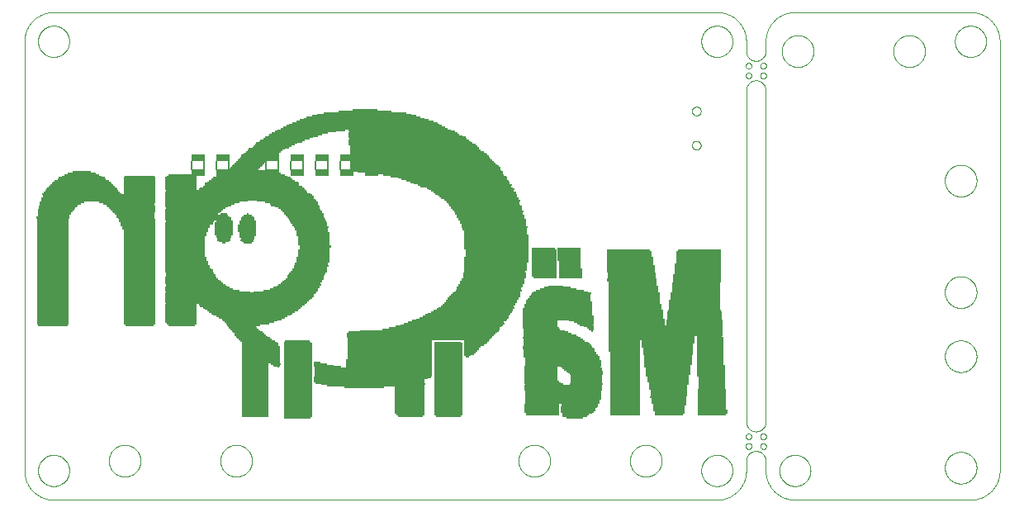
<source format=gbo>
G75*
%MOIN*%
%OFA0B0*%
%FSLAX25Y25*%
%IPPOS*%
%LPD*%
%AMOC8*
5,1,8,0,0,1.08239X$1,22.5*
%
%ADD10C,0.00000*%
%ADD11R,0.06992X0.00583*%
%ADD12R,0.11071X0.00583*%
%ADD13R,0.09906X0.00583*%
%ADD14R,0.10488X0.00583*%
%ADD15R,0.11654X0.00583*%
%ADD16R,0.12236X0.00583*%
%ADD17R,0.13402X0.00583*%
%ADD18R,0.13984X0.00583*%
%ADD19R,0.12819X0.00583*%
%ADD20R,0.14567X0.00583*%
%ADD21R,0.15150X0.00583*%
%ADD22R,0.30299X0.00583*%
%ADD23R,0.30882X0.00583*%
%ADD24R,0.31465X0.00583*%
%ADD25R,0.15732X0.00583*%
%ADD26R,0.16315X0.00583*%
%ADD27R,0.39622X0.00583*%
%ADD28R,0.41953X0.00583*%
%ADD29R,0.44283X0.00583*%
%ADD30R,0.16898X0.00583*%
%ADD31R,0.44866X0.00583*%
%ADD32R,0.46031X0.00583*%
%ADD33R,0.47197X0.00583*%
%ADD34R,0.17480X0.00583*%
%ADD35R,0.47780X0.00583*%
%ADD36R,0.18063X0.00583*%
%ADD37R,0.18646X0.00583*%
%ADD38R,0.34961X0.00583*%
%ADD39R,0.00583X0.00583*%
%ADD40R,0.08157X0.00583*%
%ADD41R,0.02913X0.00583*%
%ADD42R,0.19228X0.00583*%
%ADD43R,0.05244X0.00583*%
%ADD44R,0.04079X0.00583*%
%ADD45R,0.34378X0.00583*%
%ADD46R,0.01748X0.00583*%
%ADD47R,0.20394X0.00583*%
%ADD48R,0.29717X0.00583*%
%ADD49R,0.04661X0.00583*%
%ADD50R,0.29134X0.00583*%
%ADD51R,0.06409X0.00583*%
%ADD52R,0.28551X0.00583*%
%ADD53R,0.20976X0.00583*%
%ADD54R,0.27969X0.00583*%
%ADD55R,0.27386X0.00583*%
%ADD56R,0.26803X0.00583*%
%ADD57R,0.08740X0.00583*%
%ADD58R,0.21559X0.00583*%
%ADD59R,0.26220X0.00583*%
%ADD60R,0.09323X0.00583*%
%ADD61R,0.25055X0.00583*%
%ADD62R,0.24472X0.00583*%
%ADD63R,0.57685X0.00583*%
%ADD64R,0.23307X0.00583*%
%ADD65R,0.58268X0.00583*%
%ADD66R,0.22142X0.00583*%
%ADD67R,0.58850X0.00583*%
%ADD68R,0.59433X0.00583*%
%ADD69R,0.19811X0.00583*%
%ADD70R,0.60016X0.00583*%
%ADD71R,0.01165X0.00583*%
%ADD72R,0.55937X0.00583*%
%ADD73R,0.02331X0.00583*%
%ADD74R,0.43118X0.00583*%
%ADD75R,0.22724X0.00583*%
%ADD76R,0.05827X0.00583*%
%ADD77R,0.41370X0.00583*%
%ADD78R,0.40787X0.00583*%
%ADD79R,0.39039X0.00583*%
%ADD80R,0.37874X0.00583*%
%ADD81R,0.36709X0.00583*%
%ADD82R,0.36126X0.00583*%
%ADD83R,0.33213X0.00583*%
%ADD84R,0.32630X0.00583*%
%ADD85R,0.32047X0.00583*%
%ADD86R,0.38457X0.00583*%
%ADD87R,0.57102X0.00583*%
%ADD88R,0.25638X0.00583*%
%ADD89R,0.23890X0.00583*%
%ADD90R,0.60598X0.00583*%
%ADD91R,0.03496X0.00583*%
%ADD92R,0.07575X0.00583*%
%ADD93R,0.45449X0.00583*%
%ADD94R,0.33795X0.00583*%
%ADD95R,0.40205X0.00583*%
%ADD96R,0.42535X0.00583*%
%ADD97R,0.46614X0.00583*%
%ADD98R,0.48945X0.00583*%
%ADD99R,0.51858X0.00583*%
%ADD100R,0.56520X0.00583*%
%ADD101R,0.55354X0.00583*%
%ADD102R,0.54772X0.00583*%
%ADD103R,0.54189X0.00583*%
%ADD104R,0.53024X0.00583*%
%ADD105R,0.52441X0.00583*%
%ADD106R,0.51276X0.00583*%
%ADD107R,0.50110X0.00583*%
%ADD108R,0.49528X0.00583*%
%ADD109R,0.67591X0.00583*%
%ADD110R,0.65260X0.00583*%
%ADD111R,0.62929X0.00583*%
%ADD112C,0.00600*%
%ADD113R,0.05512X0.02559*%
%ADD114C,0.00400*%
D10*
X0013611Y0020494D02*
X0281328Y0020494D01*
X0281328Y0020495D02*
X0281613Y0020498D01*
X0281899Y0020509D01*
X0282184Y0020526D01*
X0282468Y0020550D01*
X0282752Y0020581D01*
X0283035Y0020619D01*
X0283316Y0020664D01*
X0283597Y0020715D01*
X0283877Y0020773D01*
X0284155Y0020838D01*
X0284431Y0020910D01*
X0284705Y0020988D01*
X0284978Y0021073D01*
X0285248Y0021165D01*
X0285516Y0021263D01*
X0285782Y0021367D01*
X0286045Y0021478D01*
X0286305Y0021595D01*
X0286563Y0021718D01*
X0286817Y0021848D01*
X0287068Y0021984D01*
X0287316Y0022125D01*
X0287560Y0022273D01*
X0287801Y0022426D01*
X0288037Y0022586D01*
X0288270Y0022751D01*
X0288499Y0022921D01*
X0288724Y0023097D01*
X0288944Y0023279D01*
X0289160Y0023465D01*
X0289371Y0023657D01*
X0289578Y0023854D01*
X0289780Y0024056D01*
X0289977Y0024263D01*
X0290169Y0024474D01*
X0290355Y0024690D01*
X0290537Y0024910D01*
X0290713Y0025135D01*
X0290883Y0025364D01*
X0291048Y0025597D01*
X0291208Y0025833D01*
X0291361Y0026074D01*
X0291509Y0026318D01*
X0291650Y0026566D01*
X0291786Y0026817D01*
X0291916Y0027071D01*
X0292039Y0027329D01*
X0292156Y0027589D01*
X0292267Y0027852D01*
X0292371Y0028118D01*
X0292469Y0028386D01*
X0292561Y0028656D01*
X0292646Y0028929D01*
X0292724Y0029203D01*
X0292796Y0029479D01*
X0292861Y0029757D01*
X0292919Y0030037D01*
X0292970Y0030318D01*
X0293015Y0030599D01*
X0293053Y0030882D01*
X0293084Y0031166D01*
X0293108Y0031450D01*
X0293125Y0031735D01*
X0293136Y0032021D01*
X0293139Y0032306D01*
X0293139Y0036243D01*
X0297076Y0040180D02*
X0297200Y0040178D01*
X0297323Y0040172D01*
X0297447Y0040163D01*
X0297569Y0040149D01*
X0297692Y0040132D01*
X0297814Y0040110D01*
X0297935Y0040085D01*
X0298055Y0040056D01*
X0298174Y0040024D01*
X0298293Y0039987D01*
X0298410Y0039947D01*
X0298525Y0039904D01*
X0298640Y0039856D01*
X0298752Y0039805D01*
X0298863Y0039751D01*
X0298973Y0039693D01*
X0299080Y0039632D01*
X0299186Y0039567D01*
X0299289Y0039499D01*
X0299390Y0039428D01*
X0299489Y0039354D01*
X0299586Y0039277D01*
X0299680Y0039196D01*
X0299771Y0039113D01*
X0299860Y0039027D01*
X0299946Y0038938D01*
X0300029Y0038847D01*
X0300110Y0038753D01*
X0300187Y0038656D01*
X0300261Y0038557D01*
X0300332Y0038456D01*
X0300400Y0038353D01*
X0300465Y0038247D01*
X0300526Y0038140D01*
X0300584Y0038030D01*
X0300638Y0037919D01*
X0300689Y0037807D01*
X0300737Y0037692D01*
X0300780Y0037577D01*
X0300820Y0037460D01*
X0300857Y0037341D01*
X0300889Y0037222D01*
X0300918Y0037102D01*
X0300943Y0036981D01*
X0300965Y0036859D01*
X0300982Y0036736D01*
X0300996Y0036614D01*
X0301005Y0036490D01*
X0301011Y0036367D01*
X0301013Y0036243D01*
X0301013Y0032306D01*
X0297076Y0040180D02*
X0296952Y0040178D01*
X0296829Y0040172D01*
X0296705Y0040163D01*
X0296583Y0040149D01*
X0296460Y0040132D01*
X0296338Y0040110D01*
X0296217Y0040085D01*
X0296097Y0040056D01*
X0295978Y0040024D01*
X0295859Y0039987D01*
X0295742Y0039947D01*
X0295627Y0039904D01*
X0295512Y0039856D01*
X0295400Y0039805D01*
X0295289Y0039751D01*
X0295179Y0039693D01*
X0295072Y0039632D01*
X0294966Y0039567D01*
X0294863Y0039499D01*
X0294762Y0039428D01*
X0294663Y0039354D01*
X0294566Y0039277D01*
X0294472Y0039196D01*
X0294381Y0039113D01*
X0294292Y0039027D01*
X0294206Y0038938D01*
X0294123Y0038847D01*
X0294042Y0038753D01*
X0293965Y0038656D01*
X0293891Y0038557D01*
X0293820Y0038456D01*
X0293752Y0038353D01*
X0293687Y0038247D01*
X0293626Y0038140D01*
X0293568Y0038030D01*
X0293514Y0037919D01*
X0293463Y0037807D01*
X0293415Y0037692D01*
X0293372Y0037577D01*
X0293332Y0037460D01*
X0293295Y0037341D01*
X0293263Y0037222D01*
X0293234Y0037102D01*
X0293209Y0036981D01*
X0293187Y0036859D01*
X0293170Y0036736D01*
X0293156Y0036614D01*
X0293147Y0036490D01*
X0293141Y0036367D01*
X0293139Y0036243D01*
X0292942Y0042148D02*
X0292944Y0042217D01*
X0292950Y0042285D01*
X0292960Y0042353D01*
X0292974Y0042420D01*
X0292992Y0042487D01*
X0293013Y0042552D01*
X0293039Y0042616D01*
X0293068Y0042678D01*
X0293100Y0042738D01*
X0293136Y0042797D01*
X0293176Y0042853D01*
X0293218Y0042907D01*
X0293264Y0042958D01*
X0293313Y0043007D01*
X0293364Y0043053D01*
X0293418Y0043095D01*
X0293474Y0043135D01*
X0293532Y0043171D01*
X0293593Y0043203D01*
X0293655Y0043232D01*
X0293719Y0043258D01*
X0293784Y0043279D01*
X0293851Y0043297D01*
X0293918Y0043311D01*
X0293986Y0043321D01*
X0294054Y0043327D01*
X0294123Y0043329D01*
X0294192Y0043327D01*
X0294260Y0043321D01*
X0294328Y0043311D01*
X0294395Y0043297D01*
X0294462Y0043279D01*
X0294527Y0043258D01*
X0294591Y0043232D01*
X0294653Y0043203D01*
X0294713Y0043171D01*
X0294772Y0043135D01*
X0294828Y0043095D01*
X0294882Y0043053D01*
X0294933Y0043007D01*
X0294982Y0042958D01*
X0295028Y0042907D01*
X0295070Y0042853D01*
X0295110Y0042797D01*
X0295146Y0042738D01*
X0295178Y0042678D01*
X0295207Y0042616D01*
X0295233Y0042552D01*
X0295254Y0042487D01*
X0295272Y0042420D01*
X0295286Y0042353D01*
X0295296Y0042285D01*
X0295302Y0042217D01*
X0295304Y0042148D01*
X0295302Y0042079D01*
X0295296Y0042011D01*
X0295286Y0041943D01*
X0295272Y0041876D01*
X0295254Y0041809D01*
X0295233Y0041744D01*
X0295207Y0041680D01*
X0295178Y0041618D01*
X0295146Y0041557D01*
X0295110Y0041499D01*
X0295070Y0041443D01*
X0295028Y0041389D01*
X0294982Y0041338D01*
X0294933Y0041289D01*
X0294882Y0041243D01*
X0294828Y0041201D01*
X0294772Y0041161D01*
X0294714Y0041125D01*
X0294653Y0041093D01*
X0294591Y0041064D01*
X0294527Y0041038D01*
X0294462Y0041017D01*
X0294395Y0040999D01*
X0294328Y0040985D01*
X0294260Y0040975D01*
X0294192Y0040969D01*
X0294123Y0040967D01*
X0294054Y0040969D01*
X0293986Y0040975D01*
X0293918Y0040985D01*
X0293851Y0040999D01*
X0293784Y0041017D01*
X0293719Y0041038D01*
X0293655Y0041064D01*
X0293593Y0041093D01*
X0293532Y0041125D01*
X0293474Y0041161D01*
X0293418Y0041201D01*
X0293364Y0041243D01*
X0293313Y0041289D01*
X0293264Y0041338D01*
X0293218Y0041389D01*
X0293176Y0041443D01*
X0293136Y0041499D01*
X0293100Y0041557D01*
X0293068Y0041618D01*
X0293039Y0041680D01*
X0293013Y0041744D01*
X0292992Y0041809D01*
X0292974Y0041876D01*
X0292960Y0041943D01*
X0292950Y0042011D01*
X0292944Y0042079D01*
X0292942Y0042148D01*
X0298847Y0042148D02*
X0298849Y0042217D01*
X0298855Y0042285D01*
X0298865Y0042353D01*
X0298879Y0042420D01*
X0298897Y0042487D01*
X0298918Y0042552D01*
X0298944Y0042616D01*
X0298973Y0042678D01*
X0299005Y0042738D01*
X0299041Y0042797D01*
X0299081Y0042853D01*
X0299123Y0042907D01*
X0299169Y0042958D01*
X0299218Y0043007D01*
X0299269Y0043053D01*
X0299323Y0043095D01*
X0299379Y0043135D01*
X0299437Y0043171D01*
X0299498Y0043203D01*
X0299560Y0043232D01*
X0299624Y0043258D01*
X0299689Y0043279D01*
X0299756Y0043297D01*
X0299823Y0043311D01*
X0299891Y0043321D01*
X0299959Y0043327D01*
X0300028Y0043329D01*
X0300097Y0043327D01*
X0300165Y0043321D01*
X0300233Y0043311D01*
X0300300Y0043297D01*
X0300367Y0043279D01*
X0300432Y0043258D01*
X0300496Y0043232D01*
X0300558Y0043203D01*
X0300618Y0043171D01*
X0300677Y0043135D01*
X0300733Y0043095D01*
X0300787Y0043053D01*
X0300838Y0043007D01*
X0300887Y0042958D01*
X0300933Y0042907D01*
X0300975Y0042853D01*
X0301015Y0042797D01*
X0301051Y0042738D01*
X0301083Y0042678D01*
X0301112Y0042616D01*
X0301138Y0042552D01*
X0301159Y0042487D01*
X0301177Y0042420D01*
X0301191Y0042353D01*
X0301201Y0042285D01*
X0301207Y0042217D01*
X0301209Y0042148D01*
X0301207Y0042079D01*
X0301201Y0042011D01*
X0301191Y0041943D01*
X0301177Y0041876D01*
X0301159Y0041809D01*
X0301138Y0041744D01*
X0301112Y0041680D01*
X0301083Y0041618D01*
X0301051Y0041557D01*
X0301015Y0041499D01*
X0300975Y0041443D01*
X0300933Y0041389D01*
X0300887Y0041338D01*
X0300838Y0041289D01*
X0300787Y0041243D01*
X0300733Y0041201D01*
X0300677Y0041161D01*
X0300619Y0041125D01*
X0300558Y0041093D01*
X0300496Y0041064D01*
X0300432Y0041038D01*
X0300367Y0041017D01*
X0300300Y0040999D01*
X0300233Y0040985D01*
X0300165Y0040975D01*
X0300097Y0040969D01*
X0300028Y0040967D01*
X0299959Y0040969D01*
X0299891Y0040975D01*
X0299823Y0040985D01*
X0299756Y0040999D01*
X0299689Y0041017D01*
X0299624Y0041038D01*
X0299560Y0041064D01*
X0299498Y0041093D01*
X0299437Y0041125D01*
X0299379Y0041161D01*
X0299323Y0041201D01*
X0299269Y0041243D01*
X0299218Y0041289D01*
X0299169Y0041338D01*
X0299123Y0041389D01*
X0299081Y0041443D01*
X0299041Y0041499D01*
X0299005Y0041557D01*
X0298973Y0041618D01*
X0298944Y0041680D01*
X0298918Y0041744D01*
X0298897Y0041809D01*
X0298879Y0041876D01*
X0298865Y0041943D01*
X0298855Y0042011D01*
X0298849Y0042079D01*
X0298847Y0042148D01*
X0298847Y0046085D02*
X0298849Y0046154D01*
X0298855Y0046222D01*
X0298865Y0046290D01*
X0298879Y0046357D01*
X0298897Y0046424D01*
X0298918Y0046489D01*
X0298944Y0046553D01*
X0298973Y0046615D01*
X0299005Y0046675D01*
X0299041Y0046734D01*
X0299081Y0046790D01*
X0299123Y0046844D01*
X0299169Y0046895D01*
X0299218Y0046944D01*
X0299269Y0046990D01*
X0299323Y0047032D01*
X0299379Y0047072D01*
X0299437Y0047108D01*
X0299498Y0047140D01*
X0299560Y0047169D01*
X0299624Y0047195D01*
X0299689Y0047216D01*
X0299756Y0047234D01*
X0299823Y0047248D01*
X0299891Y0047258D01*
X0299959Y0047264D01*
X0300028Y0047266D01*
X0300097Y0047264D01*
X0300165Y0047258D01*
X0300233Y0047248D01*
X0300300Y0047234D01*
X0300367Y0047216D01*
X0300432Y0047195D01*
X0300496Y0047169D01*
X0300558Y0047140D01*
X0300618Y0047108D01*
X0300677Y0047072D01*
X0300733Y0047032D01*
X0300787Y0046990D01*
X0300838Y0046944D01*
X0300887Y0046895D01*
X0300933Y0046844D01*
X0300975Y0046790D01*
X0301015Y0046734D01*
X0301051Y0046675D01*
X0301083Y0046615D01*
X0301112Y0046553D01*
X0301138Y0046489D01*
X0301159Y0046424D01*
X0301177Y0046357D01*
X0301191Y0046290D01*
X0301201Y0046222D01*
X0301207Y0046154D01*
X0301209Y0046085D01*
X0301207Y0046016D01*
X0301201Y0045948D01*
X0301191Y0045880D01*
X0301177Y0045813D01*
X0301159Y0045746D01*
X0301138Y0045681D01*
X0301112Y0045617D01*
X0301083Y0045555D01*
X0301051Y0045494D01*
X0301015Y0045436D01*
X0300975Y0045380D01*
X0300933Y0045326D01*
X0300887Y0045275D01*
X0300838Y0045226D01*
X0300787Y0045180D01*
X0300733Y0045138D01*
X0300677Y0045098D01*
X0300619Y0045062D01*
X0300558Y0045030D01*
X0300496Y0045001D01*
X0300432Y0044975D01*
X0300367Y0044954D01*
X0300300Y0044936D01*
X0300233Y0044922D01*
X0300165Y0044912D01*
X0300097Y0044906D01*
X0300028Y0044904D01*
X0299959Y0044906D01*
X0299891Y0044912D01*
X0299823Y0044922D01*
X0299756Y0044936D01*
X0299689Y0044954D01*
X0299624Y0044975D01*
X0299560Y0045001D01*
X0299498Y0045030D01*
X0299437Y0045062D01*
X0299379Y0045098D01*
X0299323Y0045138D01*
X0299269Y0045180D01*
X0299218Y0045226D01*
X0299169Y0045275D01*
X0299123Y0045326D01*
X0299081Y0045380D01*
X0299041Y0045436D01*
X0299005Y0045494D01*
X0298973Y0045555D01*
X0298944Y0045617D01*
X0298918Y0045681D01*
X0298897Y0045746D01*
X0298879Y0045813D01*
X0298865Y0045880D01*
X0298855Y0045948D01*
X0298849Y0046016D01*
X0298847Y0046085D01*
X0292942Y0046085D02*
X0292944Y0046154D01*
X0292950Y0046222D01*
X0292960Y0046290D01*
X0292974Y0046357D01*
X0292992Y0046424D01*
X0293013Y0046489D01*
X0293039Y0046553D01*
X0293068Y0046615D01*
X0293100Y0046675D01*
X0293136Y0046734D01*
X0293176Y0046790D01*
X0293218Y0046844D01*
X0293264Y0046895D01*
X0293313Y0046944D01*
X0293364Y0046990D01*
X0293418Y0047032D01*
X0293474Y0047072D01*
X0293532Y0047108D01*
X0293593Y0047140D01*
X0293655Y0047169D01*
X0293719Y0047195D01*
X0293784Y0047216D01*
X0293851Y0047234D01*
X0293918Y0047248D01*
X0293986Y0047258D01*
X0294054Y0047264D01*
X0294123Y0047266D01*
X0294192Y0047264D01*
X0294260Y0047258D01*
X0294328Y0047248D01*
X0294395Y0047234D01*
X0294462Y0047216D01*
X0294527Y0047195D01*
X0294591Y0047169D01*
X0294653Y0047140D01*
X0294713Y0047108D01*
X0294772Y0047072D01*
X0294828Y0047032D01*
X0294882Y0046990D01*
X0294933Y0046944D01*
X0294982Y0046895D01*
X0295028Y0046844D01*
X0295070Y0046790D01*
X0295110Y0046734D01*
X0295146Y0046675D01*
X0295178Y0046615D01*
X0295207Y0046553D01*
X0295233Y0046489D01*
X0295254Y0046424D01*
X0295272Y0046357D01*
X0295286Y0046290D01*
X0295296Y0046222D01*
X0295302Y0046154D01*
X0295304Y0046085D01*
X0295302Y0046016D01*
X0295296Y0045948D01*
X0295286Y0045880D01*
X0295272Y0045813D01*
X0295254Y0045746D01*
X0295233Y0045681D01*
X0295207Y0045617D01*
X0295178Y0045555D01*
X0295146Y0045494D01*
X0295110Y0045436D01*
X0295070Y0045380D01*
X0295028Y0045326D01*
X0294982Y0045275D01*
X0294933Y0045226D01*
X0294882Y0045180D01*
X0294828Y0045138D01*
X0294772Y0045098D01*
X0294714Y0045062D01*
X0294653Y0045030D01*
X0294591Y0045001D01*
X0294527Y0044975D01*
X0294462Y0044954D01*
X0294395Y0044936D01*
X0294328Y0044922D01*
X0294260Y0044912D01*
X0294192Y0044906D01*
X0294123Y0044904D01*
X0294054Y0044906D01*
X0293986Y0044912D01*
X0293918Y0044922D01*
X0293851Y0044936D01*
X0293784Y0044954D01*
X0293719Y0044975D01*
X0293655Y0045001D01*
X0293593Y0045030D01*
X0293532Y0045062D01*
X0293474Y0045098D01*
X0293418Y0045138D01*
X0293364Y0045180D01*
X0293313Y0045226D01*
X0293264Y0045275D01*
X0293218Y0045326D01*
X0293176Y0045380D01*
X0293136Y0045436D01*
X0293100Y0045494D01*
X0293068Y0045555D01*
X0293039Y0045617D01*
X0293013Y0045681D01*
X0292992Y0045746D01*
X0292974Y0045813D01*
X0292960Y0045880D01*
X0292950Y0045948D01*
X0292944Y0046016D01*
X0292942Y0046085D01*
X0293139Y0051991D02*
X0293139Y0185849D01*
X0293141Y0185973D01*
X0293147Y0186096D01*
X0293156Y0186220D01*
X0293170Y0186342D01*
X0293187Y0186465D01*
X0293209Y0186587D01*
X0293234Y0186708D01*
X0293263Y0186828D01*
X0293295Y0186947D01*
X0293332Y0187066D01*
X0293372Y0187183D01*
X0293415Y0187298D01*
X0293463Y0187413D01*
X0293514Y0187525D01*
X0293568Y0187636D01*
X0293626Y0187746D01*
X0293687Y0187853D01*
X0293752Y0187959D01*
X0293820Y0188062D01*
X0293891Y0188163D01*
X0293965Y0188262D01*
X0294042Y0188359D01*
X0294123Y0188453D01*
X0294206Y0188544D01*
X0294292Y0188633D01*
X0294381Y0188719D01*
X0294472Y0188802D01*
X0294566Y0188883D01*
X0294663Y0188960D01*
X0294762Y0189034D01*
X0294863Y0189105D01*
X0294966Y0189173D01*
X0295072Y0189238D01*
X0295179Y0189299D01*
X0295289Y0189357D01*
X0295400Y0189411D01*
X0295512Y0189462D01*
X0295627Y0189510D01*
X0295742Y0189553D01*
X0295859Y0189593D01*
X0295978Y0189630D01*
X0296097Y0189662D01*
X0296217Y0189691D01*
X0296338Y0189716D01*
X0296460Y0189738D01*
X0296583Y0189755D01*
X0296705Y0189769D01*
X0296829Y0189778D01*
X0296952Y0189784D01*
X0297076Y0189786D01*
X0298847Y0191754D02*
X0298849Y0191823D01*
X0298855Y0191891D01*
X0298865Y0191959D01*
X0298879Y0192026D01*
X0298897Y0192093D01*
X0298918Y0192158D01*
X0298944Y0192222D01*
X0298973Y0192284D01*
X0299005Y0192344D01*
X0299041Y0192403D01*
X0299081Y0192459D01*
X0299123Y0192513D01*
X0299169Y0192564D01*
X0299218Y0192613D01*
X0299269Y0192659D01*
X0299323Y0192701D01*
X0299379Y0192741D01*
X0299437Y0192777D01*
X0299498Y0192809D01*
X0299560Y0192838D01*
X0299624Y0192864D01*
X0299689Y0192885D01*
X0299756Y0192903D01*
X0299823Y0192917D01*
X0299891Y0192927D01*
X0299959Y0192933D01*
X0300028Y0192935D01*
X0300097Y0192933D01*
X0300165Y0192927D01*
X0300233Y0192917D01*
X0300300Y0192903D01*
X0300367Y0192885D01*
X0300432Y0192864D01*
X0300496Y0192838D01*
X0300558Y0192809D01*
X0300618Y0192777D01*
X0300677Y0192741D01*
X0300733Y0192701D01*
X0300787Y0192659D01*
X0300838Y0192613D01*
X0300887Y0192564D01*
X0300933Y0192513D01*
X0300975Y0192459D01*
X0301015Y0192403D01*
X0301051Y0192344D01*
X0301083Y0192284D01*
X0301112Y0192222D01*
X0301138Y0192158D01*
X0301159Y0192093D01*
X0301177Y0192026D01*
X0301191Y0191959D01*
X0301201Y0191891D01*
X0301207Y0191823D01*
X0301209Y0191754D01*
X0301207Y0191685D01*
X0301201Y0191617D01*
X0301191Y0191549D01*
X0301177Y0191482D01*
X0301159Y0191415D01*
X0301138Y0191350D01*
X0301112Y0191286D01*
X0301083Y0191224D01*
X0301051Y0191163D01*
X0301015Y0191105D01*
X0300975Y0191049D01*
X0300933Y0190995D01*
X0300887Y0190944D01*
X0300838Y0190895D01*
X0300787Y0190849D01*
X0300733Y0190807D01*
X0300677Y0190767D01*
X0300619Y0190731D01*
X0300558Y0190699D01*
X0300496Y0190670D01*
X0300432Y0190644D01*
X0300367Y0190623D01*
X0300300Y0190605D01*
X0300233Y0190591D01*
X0300165Y0190581D01*
X0300097Y0190575D01*
X0300028Y0190573D01*
X0299959Y0190575D01*
X0299891Y0190581D01*
X0299823Y0190591D01*
X0299756Y0190605D01*
X0299689Y0190623D01*
X0299624Y0190644D01*
X0299560Y0190670D01*
X0299498Y0190699D01*
X0299437Y0190731D01*
X0299379Y0190767D01*
X0299323Y0190807D01*
X0299269Y0190849D01*
X0299218Y0190895D01*
X0299169Y0190944D01*
X0299123Y0190995D01*
X0299081Y0191049D01*
X0299041Y0191105D01*
X0299005Y0191163D01*
X0298973Y0191224D01*
X0298944Y0191286D01*
X0298918Y0191350D01*
X0298897Y0191415D01*
X0298879Y0191482D01*
X0298865Y0191549D01*
X0298855Y0191617D01*
X0298849Y0191685D01*
X0298847Y0191754D01*
X0292942Y0191754D02*
X0292944Y0191823D01*
X0292950Y0191891D01*
X0292960Y0191959D01*
X0292974Y0192026D01*
X0292992Y0192093D01*
X0293013Y0192158D01*
X0293039Y0192222D01*
X0293068Y0192284D01*
X0293100Y0192344D01*
X0293136Y0192403D01*
X0293176Y0192459D01*
X0293218Y0192513D01*
X0293264Y0192564D01*
X0293313Y0192613D01*
X0293364Y0192659D01*
X0293418Y0192701D01*
X0293474Y0192741D01*
X0293532Y0192777D01*
X0293593Y0192809D01*
X0293655Y0192838D01*
X0293719Y0192864D01*
X0293784Y0192885D01*
X0293851Y0192903D01*
X0293918Y0192917D01*
X0293986Y0192927D01*
X0294054Y0192933D01*
X0294123Y0192935D01*
X0294192Y0192933D01*
X0294260Y0192927D01*
X0294328Y0192917D01*
X0294395Y0192903D01*
X0294462Y0192885D01*
X0294527Y0192864D01*
X0294591Y0192838D01*
X0294653Y0192809D01*
X0294713Y0192777D01*
X0294772Y0192741D01*
X0294828Y0192701D01*
X0294882Y0192659D01*
X0294933Y0192613D01*
X0294982Y0192564D01*
X0295028Y0192513D01*
X0295070Y0192459D01*
X0295110Y0192403D01*
X0295146Y0192344D01*
X0295178Y0192284D01*
X0295207Y0192222D01*
X0295233Y0192158D01*
X0295254Y0192093D01*
X0295272Y0192026D01*
X0295286Y0191959D01*
X0295296Y0191891D01*
X0295302Y0191823D01*
X0295304Y0191754D01*
X0295302Y0191685D01*
X0295296Y0191617D01*
X0295286Y0191549D01*
X0295272Y0191482D01*
X0295254Y0191415D01*
X0295233Y0191350D01*
X0295207Y0191286D01*
X0295178Y0191224D01*
X0295146Y0191163D01*
X0295110Y0191105D01*
X0295070Y0191049D01*
X0295028Y0190995D01*
X0294982Y0190944D01*
X0294933Y0190895D01*
X0294882Y0190849D01*
X0294828Y0190807D01*
X0294772Y0190767D01*
X0294714Y0190731D01*
X0294653Y0190699D01*
X0294591Y0190670D01*
X0294527Y0190644D01*
X0294462Y0190623D01*
X0294395Y0190605D01*
X0294328Y0190591D01*
X0294260Y0190581D01*
X0294192Y0190575D01*
X0294123Y0190573D01*
X0294054Y0190575D01*
X0293986Y0190581D01*
X0293918Y0190591D01*
X0293851Y0190605D01*
X0293784Y0190623D01*
X0293719Y0190644D01*
X0293655Y0190670D01*
X0293593Y0190699D01*
X0293532Y0190731D01*
X0293474Y0190767D01*
X0293418Y0190807D01*
X0293364Y0190849D01*
X0293313Y0190895D01*
X0293264Y0190944D01*
X0293218Y0190995D01*
X0293176Y0191049D01*
X0293136Y0191105D01*
X0293100Y0191163D01*
X0293068Y0191224D01*
X0293039Y0191286D01*
X0293013Y0191350D01*
X0292992Y0191415D01*
X0292974Y0191482D01*
X0292960Y0191549D01*
X0292950Y0191617D01*
X0292944Y0191685D01*
X0292942Y0191754D01*
X0292942Y0195691D02*
X0292944Y0195760D01*
X0292950Y0195828D01*
X0292960Y0195896D01*
X0292974Y0195963D01*
X0292992Y0196030D01*
X0293013Y0196095D01*
X0293039Y0196159D01*
X0293068Y0196221D01*
X0293100Y0196281D01*
X0293136Y0196340D01*
X0293176Y0196396D01*
X0293218Y0196450D01*
X0293264Y0196501D01*
X0293313Y0196550D01*
X0293364Y0196596D01*
X0293418Y0196638D01*
X0293474Y0196678D01*
X0293532Y0196714D01*
X0293593Y0196746D01*
X0293655Y0196775D01*
X0293719Y0196801D01*
X0293784Y0196822D01*
X0293851Y0196840D01*
X0293918Y0196854D01*
X0293986Y0196864D01*
X0294054Y0196870D01*
X0294123Y0196872D01*
X0294192Y0196870D01*
X0294260Y0196864D01*
X0294328Y0196854D01*
X0294395Y0196840D01*
X0294462Y0196822D01*
X0294527Y0196801D01*
X0294591Y0196775D01*
X0294653Y0196746D01*
X0294713Y0196714D01*
X0294772Y0196678D01*
X0294828Y0196638D01*
X0294882Y0196596D01*
X0294933Y0196550D01*
X0294982Y0196501D01*
X0295028Y0196450D01*
X0295070Y0196396D01*
X0295110Y0196340D01*
X0295146Y0196281D01*
X0295178Y0196221D01*
X0295207Y0196159D01*
X0295233Y0196095D01*
X0295254Y0196030D01*
X0295272Y0195963D01*
X0295286Y0195896D01*
X0295296Y0195828D01*
X0295302Y0195760D01*
X0295304Y0195691D01*
X0295302Y0195622D01*
X0295296Y0195554D01*
X0295286Y0195486D01*
X0295272Y0195419D01*
X0295254Y0195352D01*
X0295233Y0195287D01*
X0295207Y0195223D01*
X0295178Y0195161D01*
X0295146Y0195100D01*
X0295110Y0195042D01*
X0295070Y0194986D01*
X0295028Y0194932D01*
X0294982Y0194881D01*
X0294933Y0194832D01*
X0294882Y0194786D01*
X0294828Y0194744D01*
X0294772Y0194704D01*
X0294714Y0194668D01*
X0294653Y0194636D01*
X0294591Y0194607D01*
X0294527Y0194581D01*
X0294462Y0194560D01*
X0294395Y0194542D01*
X0294328Y0194528D01*
X0294260Y0194518D01*
X0294192Y0194512D01*
X0294123Y0194510D01*
X0294054Y0194512D01*
X0293986Y0194518D01*
X0293918Y0194528D01*
X0293851Y0194542D01*
X0293784Y0194560D01*
X0293719Y0194581D01*
X0293655Y0194607D01*
X0293593Y0194636D01*
X0293532Y0194668D01*
X0293474Y0194704D01*
X0293418Y0194744D01*
X0293364Y0194786D01*
X0293313Y0194832D01*
X0293264Y0194881D01*
X0293218Y0194932D01*
X0293176Y0194986D01*
X0293136Y0195042D01*
X0293100Y0195100D01*
X0293068Y0195161D01*
X0293039Y0195223D01*
X0293013Y0195287D01*
X0292992Y0195352D01*
X0292974Y0195419D01*
X0292960Y0195486D01*
X0292950Y0195554D01*
X0292944Y0195622D01*
X0292942Y0195691D01*
X0298847Y0195691D02*
X0298849Y0195760D01*
X0298855Y0195828D01*
X0298865Y0195896D01*
X0298879Y0195963D01*
X0298897Y0196030D01*
X0298918Y0196095D01*
X0298944Y0196159D01*
X0298973Y0196221D01*
X0299005Y0196281D01*
X0299041Y0196340D01*
X0299081Y0196396D01*
X0299123Y0196450D01*
X0299169Y0196501D01*
X0299218Y0196550D01*
X0299269Y0196596D01*
X0299323Y0196638D01*
X0299379Y0196678D01*
X0299437Y0196714D01*
X0299498Y0196746D01*
X0299560Y0196775D01*
X0299624Y0196801D01*
X0299689Y0196822D01*
X0299756Y0196840D01*
X0299823Y0196854D01*
X0299891Y0196864D01*
X0299959Y0196870D01*
X0300028Y0196872D01*
X0300097Y0196870D01*
X0300165Y0196864D01*
X0300233Y0196854D01*
X0300300Y0196840D01*
X0300367Y0196822D01*
X0300432Y0196801D01*
X0300496Y0196775D01*
X0300558Y0196746D01*
X0300618Y0196714D01*
X0300677Y0196678D01*
X0300733Y0196638D01*
X0300787Y0196596D01*
X0300838Y0196550D01*
X0300887Y0196501D01*
X0300933Y0196450D01*
X0300975Y0196396D01*
X0301015Y0196340D01*
X0301051Y0196281D01*
X0301083Y0196221D01*
X0301112Y0196159D01*
X0301138Y0196095D01*
X0301159Y0196030D01*
X0301177Y0195963D01*
X0301191Y0195896D01*
X0301201Y0195828D01*
X0301207Y0195760D01*
X0301209Y0195691D01*
X0301207Y0195622D01*
X0301201Y0195554D01*
X0301191Y0195486D01*
X0301177Y0195419D01*
X0301159Y0195352D01*
X0301138Y0195287D01*
X0301112Y0195223D01*
X0301083Y0195161D01*
X0301051Y0195100D01*
X0301015Y0195042D01*
X0300975Y0194986D01*
X0300933Y0194932D01*
X0300887Y0194881D01*
X0300838Y0194832D01*
X0300787Y0194786D01*
X0300733Y0194744D01*
X0300677Y0194704D01*
X0300619Y0194668D01*
X0300558Y0194636D01*
X0300496Y0194607D01*
X0300432Y0194581D01*
X0300367Y0194560D01*
X0300300Y0194542D01*
X0300233Y0194528D01*
X0300165Y0194518D01*
X0300097Y0194512D01*
X0300028Y0194510D01*
X0299959Y0194512D01*
X0299891Y0194518D01*
X0299823Y0194528D01*
X0299756Y0194542D01*
X0299689Y0194560D01*
X0299624Y0194581D01*
X0299560Y0194607D01*
X0299498Y0194636D01*
X0299437Y0194668D01*
X0299379Y0194704D01*
X0299323Y0194744D01*
X0299269Y0194786D01*
X0299218Y0194832D01*
X0299169Y0194881D01*
X0299123Y0194932D01*
X0299081Y0194986D01*
X0299041Y0195042D01*
X0299005Y0195100D01*
X0298973Y0195161D01*
X0298944Y0195223D01*
X0298918Y0195287D01*
X0298897Y0195352D01*
X0298879Y0195419D01*
X0298865Y0195486D01*
X0298855Y0195554D01*
X0298849Y0195622D01*
X0298847Y0195691D01*
X0297076Y0197660D02*
X0297200Y0197662D01*
X0297323Y0197668D01*
X0297447Y0197677D01*
X0297569Y0197691D01*
X0297692Y0197708D01*
X0297814Y0197730D01*
X0297935Y0197755D01*
X0298055Y0197784D01*
X0298174Y0197816D01*
X0298293Y0197853D01*
X0298410Y0197893D01*
X0298525Y0197936D01*
X0298640Y0197984D01*
X0298752Y0198035D01*
X0298863Y0198089D01*
X0298973Y0198147D01*
X0299080Y0198208D01*
X0299186Y0198273D01*
X0299289Y0198341D01*
X0299390Y0198412D01*
X0299489Y0198486D01*
X0299586Y0198563D01*
X0299680Y0198644D01*
X0299771Y0198727D01*
X0299860Y0198813D01*
X0299946Y0198902D01*
X0300029Y0198993D01*
X0300110Y0199087D01*
X0300187Y0199184D01*
X0300261Y0199283D01*
X0300332Y0199384D01*
X0300400Y0199487D01*
X0300465Y0199593D01*
X0300526Y0199700D01*
X0300584Y0199810D01*
X0300638Y0199921D01*
X0300689Y0200033D01*
X0300737Y0200148D01*
X0300780Y0200263D01*
X0300820Y0200380D01*
X0300857Y0200499D01*
X0300889Y0200618D01*
X0300918Y0200738D01*
X0300943Y0200859D01*
X0300965Y0200981D01*
X0300982Y0201104D01*
X0300996Y0201226D01*
X0301005Y0201350D01*
X0301011Y0201473D01*
X0301013Y0201597D01*
X0301013Y0205534D01*
X0293139Y0201597D02*
X0293141Y0201473D01*
X0293147Y0201350D01*
X0293156Y0201226D01*
X0293170Y0201104D01*
X0293187Y0200981D01*
X0293209Y0200859D01*
X0293234Y0200738D01*
X0293263Y0200618D01*
X0293295Y0200499D01*
X0293332Y0200380D01*
X0293372Y0200263D01*
X0293415Y0200148D01*
X0293463Y0200033D01*
X0293514Y0199921D01*
X0293568Y0199810D01*
X0293626Y0199700D01*
X0293687Y0199593D01*
X0293752Y0199487D01*
X0293820Y0199384D01*
X0293891Y0199283D01*
X0293965Y0199184D01*
X0294042Y0199087D01*
X0294123Y0198993D01*
X0294206Y0198902D01*
X0294292Y0198813D01*
X0294381Y0198727D01*
X0294472Y0198644D01*
X0294566Y0198563D01*
X0294663Y0198486D01*
X0294762Y0198412D01*
X0294863Y0198341D01*
X0294966Y0198273D01*
X0295072Y0198208D01*
X0295179Y0198147D01*
X0295289Y0198089D01*
X0295400Y0198035D01*
X0295512Y0197984D01*
X0295627Y0197936D01*
X0295742Y0197893D01*
X0295859Y0197853D01*
X0295978Y0197816D01*
X0296097Y0197784D01*
X0296217Y0197755D01*
X0296338Y0197730D01*
X0296460Y0197708D01*
X0296583Y0197691D01*
X0296705Y0197677D01*
X0296829Y0197668D01*
X0296952Y0197662D01*
X0297076Y0197660D01*
X0293139Y0201597D02*
X0293139Y0205534D01*
X0293136Y0205819D01*
X0293125Y0206105D01*
X0293108Y0206390D01*
X0293084Y0206674D01*
X0293053Y0206958D01*
X0293015Y0207241D01*
X0292970Y0207522D01*
X0292919Y0207803D01*
X0292861Y0208083D01*
X0292796Y0208361D01*
X0292724Y0208637D01*
X0292646Y0208911D01*
X0292561Y0209184D01*
X0292469Y0209454D01*
X0292371Y0209722D01*
X0292267Y0209988D01*
X0292156Y0210251D01*
X0292039Y0210511D01*
X0291916Y0210769D01*
X0291786Y0211023D01*
X0291650Y0211274D01*
X0291509Y0211522D01*
X0291361Y0211766D01*
X0291208Y0212007D01*
X0291048Y0212243D01*
X0290883Y0212476D01*
X0290713Y0212705D01*
X0290537Y0212930D01*
X0290355Y0213150D01*
X0290169Y0213366D01*
X0289977Y0213577D01*
X0289780Y0213784D01*
X0289578Y0213986D01*
X0289371Y0214183D01*
X0289160Y0214375D01*
X0288944Y0214561D01*
X0288724Y0214743D01*
X0288499Y0214919D01*
X0288270Y0215089D01*
X0288037Y0215254D01*
X0287801Y0215414D01*
X0287560Y0215567D01*
X0287316Y0215715D01*
X0287068Y0215856D01*
X0286817Y0215992D01*
X0286563Y0216122D01*
X0286305Y0216245D01*
X0286045Y0216362D01*
X0285782Y0216473D01*
X0285516Y0216577D01*
X0285248Y0216675D01*
X0284978Y0216767D01*
X0284705Y0216852D01*
X0284431Y0216930D01*
X0284155Y0217002D01*
X0283877Y0217067D01*
X0283597Y0217125D01*
X0283316Y0217176D01*
X0283035Y0217221D01*
X0282752Y0217259D01*
X0282468Y0217290D01*
X0282184Y0217314D01*
X0281899Y0217331D01*
X0281613Y0217342D01*
X0281328Y0217345D01*
X0013611Y0217345D01*
X0013326Y0217342D01*
X0013040Y0217331D01*
X0012755Y0217314D01*
X0012471Y0217290D01*
X0012187Y0217259D01*
X0011904Y0217221D01*
X0011623Y0217176D01*
X0011342Y0217125D01*
X0011062Y0217067D01*
X0010784Y0217002D01*
X0010508Y0216930D01*
X0010234Y0216852D01*
X0009961Y0216767D01*
X0009691Y0216675D01*
X0009423Y0216577D01*
X0009157Y0216473D01*
X0008894Y0216362D01*
X0008634Y0216245D01*
X0008376Y0216122D01*
X0008122Y0215992D01*
X0007871Y0215856D01*
X0007623Y0215715D01*
X0007379Y0215567D01*
X0007138Y0215414D01*
X0006902Y0215254D01*
X0006669Y0215089D01*
X0006440Y0214919D01*
X0006215Y0214743D01*
X0005995Y0214561D01*
X0005779Y0214375D01*
X0005568Y0214183D01*
X0005361Y0213986D01*
X0005159Y0213784D01*
X0004962Y0213577D01*
X0004770Y0213366D01*
X0004584Y0213150D01*
X0004402Y0212930D01*
X0004226Y0212705D01*
X0004056Y0212476D01*
X0003891Y0212243D01*
X0003731Y0212007D01*
X0003578Y0211766D01*
X0003430Y0211522D01*
X0003289Y0211274D01*
X0003153Y0211023D01*
X0003023Y0210769D01*
X0002900Y0210511D01*
X0002783Y0210251D01*
X0002672Y0209988D01*
X0002568Y0209722D01*
X0002470Y0209454D01*
X0002378Y0209184D01*
X0002293Y0208911D01*
X0002215Y0208637D01*
X0002143Y0208361D01*
X0002078Y0208083D01*
X0002020Y0207803D01*
X0001969Y0207522D01*
X0001924Y0207241D01*
X0001886Y0206958D01*
X0001855Y0206674D01*
X0001831Y0206390D01*
X0001814Y0206105D01*
X0001803Y0205819D01*
X0001800Y0205534D01*
X0001800Y0032306D01*
X0001803Y0032021D01*
X0001814Y0031735D01*
X0001831Y0031450D01*
X0001855Y0031166D01*
X0001886Y0030882D01*
X0001924Y0030599D01*
X0001969Y0030318D01*
X0002020Y0030037D01*
X0002078Y0029757D01*
X0002143Y0029479D01*
X0002215Y0029203D01*
X0002293Y0028929D01*
X0002378Y0028656D01*
X0002470Y0028386D01*
X0002568Y0028118D01*
X0002672Y0027852D01*
X0002783Y0027589D01*
X0002900Y0027329D01*
X0003023Y0027071D01*
X0003153Y0026817D01*
X0003289Y0026566D01*
X0003430Y0026318D01*
X0003578Y0026074D01*
X0003731Y0025833D01*
X0003891Y0025597D01*
X0004056Y0025364D01*
X0004226Y0025135D01*
X0004402Y0024910D01*
X0004584Y0024690D01*
X0004770Y0024474D01*
X0004962Y0024263D01*
X0005159Y0024056D01*
X0005361Y0023854D01*
X0005568Y0023657D01*
X0005779Y0023465D01*
X0005995Y0023279D01*
X0006215Y0023097D01*
X0006440Y0022921D01*
X0006669Y0022751D01*
X0006902Y0022586D01*
X0007138Y0022426D01*
X0007379Y0022273D01*
X0007623Y0022125D01*
X0007871Y0021984D01*
X0008122Y0021848D01*
X0008376Y0021718D01*
X0008634Y0021595D01*
X0008894Y0021478D01*
X0009157Y0021367D01*
X0009423Y0021263D01*
X0009691Y0021165D01*
X0009961Y0021073D01*
X0010234Y0020988D01*
X0010508Y0020910D01*
X0010784Y0020838D01*
X0011062Y0020773D01*
X0011342Y0020715D01*
X0011623Y0020664D01*
X0011904Y0020619D01*
X0012187Y0020581D01*
X0012471Y0020550D01*
X0012755Y0020526D01*
X0013040Y0020509D01*
X0013326Y0020498D01*
X0013611Y0020495D01*
X0007312Y0032306D02*
X0007314Y0032464D01*
X0007320Y0032622D01*
X0007330Y0032780D01*
X0007344Y0032938D01*
X0007362Y0033095D01*
X0007383Y0033252D01*
X0007409Y0033408D01*
X0007439Y0033564D01*
X0007472Y0033719D01*
X0007510Y0033872D01*
X0007551Y0034025D01*
X0007596Y0034177D01*
X0007645Y0034328D01*
X0007698Y0034477D01*
X0007754Y0034625D01*
X0007814Y0034771D01*
X0007878Y0034916D01*
X0007946Y0035059D01*
X0008017Y0035201D01*
X0008091Y0035341D01*
X0008169Y0035478D01*
X0008251Y0035614D01*
X0008335Y0035748D01*
X0008424Y0035879D01*
X0008515Y0036008D01*
X0008610Y0036135D01*
X0008707Y0036260D01*
X0008808Y0036382D01*
X0008912Y0036501D01*
X0009019Y0036618D01*
X0009129Y0036732D01*
X0009242Y0036843D01*
X0009357Y0036952D01*
X0009475Y0037057D01*
X0009596Y0037159D01*
X0009719Y0037259D01*
X0009845Y0037355D01*
X0009973Y0037448D01*
X0010103Y0037538D01*
X0010236Y0037624D01*
X0010371Y0037708D01*
X0010507Y0037787D01*
X0010646Y0037864D01*
X0010787Y0037936D01*
X0010929Y0038006D01*
X0011073Y0038071D01*
X0011219Y0038133D01*
X0011366Y0038191D01*
X0011515Y0038246D01*
X0011665Y0038297D01*
X0011816Y0038344D01*
X0011968Y0038387D01*
X0012121Y0038426D01*
X0012276Y0038462D01*
X0012431Y0038493D01*
X0012587Y0038521D01*
X0012743Y0038545D01*
X0012900Y0038565D01*
X0013058Y0038581D01*
X0013215Y0038593D01*
X0013374Y0038601D01*
X0013532Y0038605D01*
X0013690Y0038605D01*
X0013848Y0038601D01*
X0014007Y0038593D01*
X0014164Y0038581D01*
X0014322Y0038565D01*
X0014479Y0038545D01*
X0014635Y0038521D01*
X0014791Y0038493D01*
X0014946Y0038462D01*
X0015101Y0038426D01*
X0015254Y0038387D01*
X0015406Y0038344D01*
X0015557Y0038297D01*
X0015707Y0038246D01*
X0015856Y0038191D01*
X0016003Y0038133D01*
X0016149Y0038071D01*
X0016293Y0038006D01*
X0016435Y0037936D01*
X0016576Y0037864D01*
X0016715Y0037787D01*
X0016851Y0037708D01*
X0016986Y0037624D01*
X0017119Y0037538D01*
X0017249Y0037448D01*
X0017377Y0037355D01*
X0017503Y0037259D01*
X0017626Y0037159D01*
X0017747Y0037057D01*
X0017865Y0036952D01*
X0017980Y0036843D01*
X0018093Y0036732D01*
X0018203Y0036618D01*
X0018310Y0036501D01*
X0018414Y0036382D01*
X0018515Y0036260D01*
X0018612Y0036135D01*
X0018707Y0036008D01*
X0018798Y0035879D01*
X0018887Y0035748D01*
X0018971Y0035614D01*
X0019053Y0035478D01*
X0019131Y0035341D01*
X0019205Y0035201D01*
X0019276Y0035059D01*
X0019344Y0034916D01*
X0019408Y0034771D01*
X0019468Y0034625D01*
X0019524Y0034477D01*
X0019577Y0034328D01*
X0019626Y0034177D01*
X0019671Y0034025D01*
X0019712Y0033872D01*
X0019750Y0033719D01*
X0019783Y0033564D01*
X0019813Y0033408D01*
X0019839Y0033252D01*
X0019860Y0033095D01*
X0019878Y0032938D01*
X0019892Y0032780D01*
X0019902Y0032622D01*
X0019908Y0032464D01*
X0019910Y0032306D01*
X0019908Y0032148D01*
X0019902Y0031990D01*
X0019892Y0031832D01*
X0019878Y0031674D01*
X0019860Y0031517D01*
X0019839Y0031360D01*
X0019813Y0031204D01*
X0019783Y0031048D01*
X0019750Y0030893D01*
X0019712Y0030740D01*
X0019671Y0030587D01*
X0019626Y0030435D01*
X0019577Y0030284D01*
X0019524Y0030135D01*
X0019468Y0029987D01*
X0019408Y0029841D01*
X0019344Y0029696D01*
X0019276Y0029553D01*
X0019205Y0029411D01*
X0019131Y0029271D01*
X0019053Y0029134D01*
X0018971Y0028998D01*
X0018887Y0028864D01*
X0018798Y0028733D01*
X0018707Y0028604D01*
X0018612Y0028477D01*
X0018515Y0028352D01*
X0018414Y0028230D01*
X0018310Y0028111D01*
X0018203Y0027994D01*
X0018093Y0027880D01*
X0017980Y0027769D01*
X0017865Y0027660D01*
X0017747Y0027555D01*
X0017626Y0027453D01*
X0017503Y0027353D01*
X0017377Y0027257D01*
X0017249Y0027164D01*
X0017119Y0027074D01*
X0016986Y0026988D01*
X0016851Y0026904D01*
X0016715Y0026825D01*
X0016576Y0026748D01*
X0016435Y0026676D01*
X0016293Y0026606D01*
X0016149Y0026541D01*
X0016003Y0026479D01*
X0015856Y0026421D01*
X0015707Y0026366D01*
X0015557Y0026315D01*
X0015406Y0026268D01*
X0015254Y0026225D01*
X0015101Y0026186D01*
X0014946Y0026150D01*
X0014791Y0026119D01*
X0014635Y0026091D01*
X0014479Y0026067D01*
X0014322Y0026047D01*
X0014164Y0026031D01*
X0014007Y0026019D01*
X0013848Y0026011D01*
X0013690Y0026007D01*
X0013532Y0026007D01*
X0013374Y0026011D01*
X0013215Y0026019D01*
X0013058Y0026031D01*
X0012900Y0026047D01*
X0012743Y0026067D01*
X0012587Y0026091D01*
X0012431Y0026119D01*
X0012276Y0026150D01*
X0012121Y0026186D01*
X0011968Y0026225D01*
X0011816Y0026268D01*
X0011665Y0026315D01*
X0011515Y0026366D01*
X0011366Y0026421D01*
X0011219Y0026479D01*
X0011073Y0026541D01*
X0010929Y0026606D01*
X0010787Y0026676D01*
X0010646Y0026748D01*
X0010507Y0026825D01*
X0010371Y0026904D01*
X0010236Y0026988D01*
X0010103Y0027074D01*
X0009973Y0027164D01*
X0009845Y0027257D01*
X0009719Y0027353D01*
X0009596Y0027453D01*
X0009475Y0027555D01*
X0009357Y0027660D01*
X0009242Y0027769D01*
X0009129Y0027880D01*
X0009019Y0027994D01*
X0008912Y0028111D01*
X0008808Y0028230D01*
X0008707Y0028352D01*
X0008610Y0028477D01*
X0008515Y0028604D01*
X0008424Y0028733D01*
X0008335Y0028864D01*
X0008251Y0028998D01*
X0008169Y0029134D01*
X0008091Y0029271D01*
X0008017Y0029411D01*
X0007946Y0029553D01*
X0007878Y0029696D01*
X0007814Y0029841D01*
X0007754Y0029987D01*
X0007698Y0030135D01*
X0007645Y0030284D01*
X0007596Y0030435D01*
X0007551Y0030587D01*
X0007510Y0030740D01*
X0007472Y0030893D01*
X0007439Y0031048D01*
X0007409Y0031204D01*
X0007383Y0031360D01*
X0007362Y0031517D01*
X0007344Y0031674D01*
X0007330Y0031832D01*
X0007320Y0031990D01*
X0007314Y0032148D01*
X0007312Y0032306D01*
X0035892Y0036243D02*
X0035894Y0036403D01*
X0035900Y0036562D01*
X0035910Y0036721D01*
X0035924Y0036880D01*
X0035942Y0037039D01*
X0035963Y0037197D01*
X0035989Y0037354D01*
X0036019Y0037511D01*
X0036052Y0037667D01*
X0036090Y0037822D01*
X0036131Y0037976D01*
X0036176Y0038129D01*
X0036225Y0038281D01*
X0036278Y0038432D01*
X0036334Y0038581D01*
X0036395Y0038729D01*
X0036458Y0038875D01*
X0036526Y0039020D01*
X0036597Y0039163D01*
X0036671Y0039304D01*
X0036749Y0039443D01*
X0036831Y0039580D01*
X0036916Y0039715D01*
X0037004Y0039848D01*
X0037096Y0039979D01*
X0037190Y0040107D01*
X0037288Y0040233D01*
X0037389Y0040357D01*
X0037493Y0040478D01*
X0037600Y0040596D01*
X0037710Y0040712D01*
X0037823Y0040825D01*
X0037939Y0040935D01*
X0038057Y0041042D01*
X0038178Y0041146D01*
X0038302Y0041247D01*
X0038428Y0041345D01*
X0038556Y0041439D01*
X0038687Y0041531D01*
X0038820Y0041619D01*
X0038955Y0041704D01*
X0039092Y0041786D01*
X0039231Y0041864D01*
X0039372Y0041938D01*
X0039515Y0042009D01*
X0039660Y0042077D01*
X0039806Y0042140D01*
X0039954Y0042201D01*
X0040103Y0042257D01*
X0040254Y0042310D01*
X0040406Y0042359D01*
X0040559Y0042404D01*
X0040713Y0042445D01*
X0040868Y0042483D01*
X0041024Y0042516D01*
X0041181Y0042546D01*
X0041338Y0042572D01*
X0041496Y0042593D01*
X0041655Y0042611D01*
X0041814Y0042625D01*
X0041973Y0042635D01*
X0042132Y0042641D01*
X0042292Y0042643D01*
X0042452Y0042641D01*
X0042611Y0042635D01*
X0042770Y0042625D01*
X0042929Y0042611D01*
X0043088Y0042593D01*
X0043246Y0042572D01*
X0043403Y0042546D01*
X0043560Y0042516D01*
X0043716Y0042483D01*
X0043871Y0042445D01*
X0044025Y0042404D01*
X0044178Y0042359D01*
X0044330Y0042310D01*
X0044481Y0042257D01*
X0044630Y0042201D01*
X0044778Y0042140D01*
X0044924Y0042077D01*
X0045069Y0042009D01*
X0045212Y0041938D01*
X0045353Y0041864D01*
X0045492Y0041786D01*
X0045629Y0041704D01*
X0045764Y0041619D01*
X0045897Y0041531D01*
X0046028Y0041439D01*
X0046156Y0041345D01*
X0046282Y0041247D01*
X0046406Y0041146D01*
X0046527Y0041042D01*
X0046645Y0040935D01*
X0046761Y0040825D01*
X0046874Y0040712D01*
X0046984Y0040596D01*
X0047091Y0040478D01*
X0047195Y0040357D01*
X0047296Y0040233D01*
X0047394Y0040107D01*
X0047488Y0039979D01*
X0047580Y0039848D01*
X0047668Y0039715D01*
X0047753Y0039580D01*
X0047835Y0039443D01*
X0047913Y0039304D01*
X0047987Y0039163D01*
X0048058Y0039020D01*
X0048126Y0038875D01*
X0048189Y0038729D01*
X0048250Y0038581D01*
X0048306Y0038432D01*
X0048359Y0038281D01*
X0048408Y0038129D01*
X0048453Y0037976D01*
X0048494Y0037822D01*
X0048532Y0037667D01*
X0048565Y0037511D01*
X0048595Y0037354D01*
X0048621Y0037197D01*
X0048642Y0037039D01*
X0048660Y0036880D01*
X0048674Y0036721D01*
X0048684Y0036562D01*
X0048690Y0036403D01*
X0048692Y0036243D01*
X0048690Y0036083D01*
X0048684Y0035924D01*
X0048674Y0035765D01*
X0048660Y0035606D01*
X0048642Y0035447D01*
X0048621Y0035289D01*
X0048595Y0035132D01*
X0048565Y0034975D01*
X0048532Y0034819D01*
X0048494Y0034664D01*
X0048453Y0034510D01*
X0048408Y0034357D01*
X0048359Y0034205D01*
X0048306Y0034054D01*
X0048250Y0033905D01*
X0048189Y0033757D01*
X0048126Y0033611D01*
X0048058Y0033466D01*
X0047987Y0033323D01*
X0047913Y0033182D01*
X0047835Y0033043D01*
X0047753Y0032906D01*
X0047668Y0032771D01*
X0047580Y0032638D01*
X0047488Y0032507D01*
X0047394Y0032379D01*
X0047296Y0032253D01*
X0047195Y0032129D01*
X0047091Y0032008D01*
X0046984Y0031890D01*
X0046874Y0031774D01*
X0046761Y0031661D01*
X0046645Y0031551D01*
X0046527Y0031444D01*
X0046406Y0031340D01*
X0046282Y0031239D01*
X0046156Y0031141D01*
X0046028Y0031047D01*
X0045897Y0030955D01*
X0045764Y0030867D01*
X0045629Y0030782D01*
X0045492Y0030700D01*
X0045353Y0030622D01*
X0045212Y0030548D01*
X0045069Y0030477D01*
X0044924Y0030409D01*
X0044778Y0030346D01*
X0044630Y0030285D01*
X0044481Y0030229D01*
X0044330Y0030176D01*
X0044178Y0030127D01*
X0044025Y0030082D01*
X0043871Y0030041D01*
X0043716Y0030003D01*
X0043560Y0029970D01*
X0043403Y0029940D01*
X0043246Y0029914D01*
X0043088Y0029893D01*
X0042929Y0029875D01*
X0042770Y0029861D01*
X0042611Y0029851D01*
X0042452Y0029845D01*
X0042292Y0029843D01*
X0042132Y0029845D01*
X0041973Y0029851D01*
X0041814Y0029861D01*
X0041655Y0029875D01*
X0041496Y0029893D01*
X0041338Y0029914D01*
X0041181Y0029940D01*
X0041024Y0029970D01*
X0040868Y0030003D01*
X0040713Y0030041D01*
X0040559Y0030082D01*
X0040406Y0030127D01*
X0040254Y0030176D01*
X0040103Y0030229D01*
X0039954Y0030285D01*
X0039806Y0030346D01*
X0039660Y0030409D01*
X0039515Y0030477D01*
X0039372Y0030548D01*
X0039231Y0030622D01*
X0039092Y0030700D01*
X0038955Y0030782D01*
X0038820Y0030867D01*
X0038687Y0030955D01*
X0038556Y0031047D01*
X0038428Y0031141D01*
X0038302Y0031239D01*
X0038178Y0031340D01*
X0038057Y0031444D01*
X0037939Y0031551D01*
X0037823Y0031661D01*
X0037710Y0031774D01*
X0037600Y0031890D01*
X0037493Y0032008D01*
X0037389Y0032129D01*
X0037288Y0032253D01*
X0037190Y0032379D01*
X0037096Y0032507D01*
X0037004Y0032638D01*
X0036916Y0032771D01*
X0036831Y0032906D01*
X0036749Y0033043D01*
X0036671Y0033182D01*
X0036597Y0033323D01*
X0036526Y0033466D01*
X0036458Y0033611D01*
X0036395Y0033757D01*
X0036334Y0033905D01*
X0036278Y0034054D01*
X0036225Y0034205D01*
X0036176Y0034357D01*
X0036131Y0034510D01*
X0036090Y0034664D01*
X0036052Y0034819D01*
X0036019Y0034975D01*
X0035989Y0035132D01*
X0035963Y0035289D01*
X0035942Y0035447D01*
X0035924Y0035606D01*
X0035910Y0035765D01*
X0035900Y0035924D01*
X0035894Y0036083D01*
X0035892Y0036243D01*
X0080892Y0036243D02*
X0080894Y0036403D01*
X0080900Y0036562D01*
X0080910Y0036721D01*
X0080924Y0036880D01*
X0080942Y0037039D01*
X0080963Y0037197D01*
X0080989Y0037354D01*
X0081019Y0037511D01*
X0081052Y0037667D01*
X0081090Y0037822D01*
X0081131Y0037976D01*
X0081176Y0038129D01*
X0081225Y0038281D01*
X0081278Y0038432D01*
X0081334Y0038581D01*
X0081395Y0038729D01*
X0081458Y0038875D01*
X0081526Y0039020D01*
X0081597Y0039163D01*
X0081671Y0039304D01*
X0081749Y0039443D01*
X0081831Y0039580D01*
X0081916Y0039715D01*
X0082004Y0039848D01*
X0082096Y0039979D01*
X0082190Y0040107D01*
X0082288Y0040233D01*
X0082389Y0040357D01*
X0082493Y0040478D01*
X0082600Y0040596D01*
X0082710Y0040712D01*
X0082823Y0040825D01*
X0082939Y0040935D01*
X0083057Y0041042D01*
X0083178Y0041146D01*
X0083302Y0041247D01*
X0083428Y0041345D01*
X0083556Y0041439D01*
X0083687Y0041531D01*
X0083820Y0041619D01*
X0083955Y0041704D01*
X0084092Y0041786D01*
X0084231Y0041864D01*
X0084372Y0041938D01*
X0084515Y0042009D01*
X0084660Y0042077D01*
X0084806Y0042140D01*
X0084954Y0042201D01*
X0085103Y0042257D01*
X0085254Y0042310D01*
X0085406Y0042359D01*
X0085559Y0042404D01*
X0085713Y0042445D01*
X0085868Y0042483D01*
X0086024Y0042516D01*
X0086181Y0042546D01*
X0086338Y0042572D01*
X0086496Y0042593D01*
X0086655Y0042611D01*
X0086814Y0042625D01*
X0086973Y0042635D01*
X0087132Y0042641D01*
X0087292Y0042643D01*
X0087452Y0042641D01*
X0087611Y0042635D01*
X0087770Y0042625D01*
X0087929Y0042611D01*
X0088088Y0042593D01*
X0088246Y0042572D01*
X0088403Y0042546D01*
X0088560Y0042516D01*
X0088716Y0042483D01*
X0088871Y0042445D01*
X0089025Y0042404D01*
X0089178Y0042359D01*
X0089330Y0042310D01*
X0089481Y0042257D01*
X0089630Y0042201D01*
X0089778Y0042140D01*
X0089924Y0042077D01*
X0090069Y0042009D01*
X0090212Y0041938D01*
X0090353Y0041864D01*
X0090492Y0041786D01*
X0090629Y0041704D01*
X0090764Y0041619D01*
X0090897Y0041531D01*
X0091028Y0041439D01*
X0091156Y0041345D01*
X0091282Y0041247D01*
X0091406Y0041146D01*
X0091527Y0041042D01*
X0091645Y0040935D01*
X0091761Y0040825D01*
X0091874Y0040712D01*
X0091984Y0040596D01*
X0092091Y0040478D01*
X0092195Y0040357D01*
X0092296Y0040233D01*
X0092394Y0040107D01*
X0092488Y0039979D01*
X0092580Y0039848D01*
X0092668Y0039715D01*
X0092753Y0039580D01*
X0092835Y0039443D01*
X0092913Y0039304D01*
X0092987Y0039163D01*
X0093058Y0039020D01*
X0093126Y0038875D01*
X0093189Y0038729D01*
X0093250Y0038581D01*
X0093306Y0038432D01*
X0093359Y0038281D01*
X0093408Y0038129D01*
X0093453Y0037976D01*
X0093494Y0037822D01*
X0093532Y0037667D01*
X0093565Y0037511D01*
X0093595Y0037354D01*
X0093621Y0037197D01*
X0093642Y0037039D01*
X0093660Y0036880D01*
X0093674Y0036721D01*
X0093684Y0036562D01*
X0093690Y0036403D01*
X0093692Y0036243D01*
X0093690Y0036083D01*
X0093684Y0035924D01*
X0093674Y0035765D01*
X0093660Y0035606D01*
X0093642Y0035447D01*
X0093621Y0035289D01*
X0093595Y0035132D01*
X0093565Y0034975D01*
X0093532Y0034819D01*
X0093494Y0034664D01*
X0093453Y0034510D01*
X0093408Y0034357D01*
X0093359Y0034205D01*
X0093306Y0034054D01*
X0093250Y0033905D01*
X0093189Y0033757D01*
X0093126Y0033611D01*
X0093058Y0033466D01*
X0092987Y0033323D01*
X0092913Y0033182D01*
X0092835Y0033043D01*
X0092753Y0032906D01*
X0092668Y0032771D01*
X0092580Y0032638D01*
X0092488Y0032507D01*
X0092394Y0032379D01*
X0092296Y0032253D01*
X0092195Y0032129D01*
X0092091Y0032008D01*
X0091984Y0031890D01*
X0091874Y0031774D01*
X0091761Y0031661D01*
X0091645Y0031551D01*
X0091527Y0031444D01*
X0091406Y0031340D01*
X0091282Y0031239D01*
X0091156Y0031141D01*
X0091028Y0031047D01*
X0090897Y0030955D01*
X0090764Y0030867D01*
X0090629Y0030782D01*
X0090492Y0030700D01*
X0090353Y0030622D01*
X0090212Y0030548D01*
X0090069Y0030477D01*
X0089924Y0030409D01*
X0089778Y0030346D01*
X0089630Y0030285D01*
X0089481Y0030229D01*
X0089330Y0030176D01*
X0089178Y0030127D01*
X0089025Y0030082D01*
X0088871Y0030041D01*
X0088716Y0030003D01*
X0088560Y0029970D01*
X0088403Y0029940D01*
X0088246Y0029914D01*
X0088088Y0029893D01*
X0087929Y0029875D01*
X0087770Y0029861D01*
X0087611Y0029851D01*
X0087452Y0029845D01*
X0087292Y0029843D01*
X0087132Y0029845D01*
X0086973Y0029851D01*
X0086814Y0029861D01*
X0086655Y0029875D01*
X0086496Y0029893D01*
X0086338Y0029914D01*
X0086181Y0029940D01*
X0086024Y0029970D01*
X0085868Y0030003D01*
X0085713Y0030041D01*
X0085559Y0030082D01*
X0085406Y0030127D01*
X0085254Y0030176D01*
X0085103Y0030229D01*
X0084954Y0030285D01*
X0084806Y0030346D01*
X0084660Y0030409D01*
X0084515Y0030477D01*
X0084372Y0030548D01*
X0084231Y0030622D01*
X0084092Y0030700D01*
X0083955Y0030782D01*
X0083820Y0030867D01*
X0083687Y0030955D01*
X0083556Y0031047D01*
X0083428Y0031141D01*
X0083302Y0031239D01*
X0083178Y0031340D01*
X0083057Y0031444D01*
X0082939Y0031551D01*
X0082823Y0031661D01*
X0082710Y0031774D01*
X0082600Y0031890D01*
X0082493Y0032008D01*
X0082389Y0032129D01*
X0082288Y0032253D01*
X0082190Y0032379D01*
X0082096Y0032507D01*
X0082004Y0032638D01*
X0081916Y0032771D01*
X0081831Y0032906D01*
X0081749Y0033043D01*
X0081671Y0033182D01*
X0081597Y0033323D01*
X0081526Y0033466D01*
X0081458Y0033611D01*
X0081395Y0033757D01*
X0081334Y0033905D01*
X0081278Y0034054D01*
X0081225Y0034205D01*
X0081176Y0034357D01*
X0081131Y0034510D01*
X0081090Y0034664D01*
X0081052Y0034819D01*
X0081019Y0034975D01*
X0080989Y0035132D01*
X0080963Y0035289D01*
X0080942Y0035447D01*
X0080924Y0035606D01*
X0080910Y0035765D01*
X0080900Y0035924D01*
X0080894Y0036083D01*
X0080892Y0036243D01*
X0201246Y0036243D02*
X0201248Y0036403D01*
X0201254Y0036562D01*
X0201264Y0036721D01*
X0201278Y0036880D01*
X0201296Y0037039D01*
X0201317Y0037197D01*
X0201343Y0037354D01*
X0201373Y0037511D01*
X0201406Y0037667D01*
X0201444Y0037822D01*
X0201485Y0037976D01*
X0201530Y0038129D01*
X0201579Y0038281D01*
X0201632Y0038432D01*
X0201688Y0038581D01*
X0201749Y0038729D01*
X0201812Y0038875D01*
X0201880Y0039020D01*
X0201951Y0039163D01*
X0202025Y0039304D01*
X0202103Y0039443D01*
X0202185Y0039580D01*
X0202270Y0039715D01*
X0202358Y0039848D01*
X0202450Y0039979D01*
X0202544Y0040107D01*
X0202642Y0040233D01*
X0202743Y0040357D01*
X0202847Y0040478D01*
X0202954Y0040596D01*
X0203064Y0040712D01*
X0203177Y0040825D01*
X0203293Y0040935D01*
X0203411Y0041042D01*
X0203532Y0041146D01*
X0203656Y0041247D01*
X0203782Y0041345D01*
X0203910Y0041439D01*
X0204041Y0041531D01*
X0204174Y0041619D01*
X0204309Y0041704D01*
X0204446Y0041786D01*
X0204585Y0041864D01*
X0204726Y0041938D01*
X0204869Y0042009D01*
X0205014Y0042077D01*
X0205160Y0042140D01*
X0205308Y0042201D01*
X0205457Y0042257D01*
X0205608Y0042310D01*
X0205760Y0042359D01*
X0205913Y0042404D01*
X0206067Y0042445D01*
X0206222Y0042483D01*
X0206378Y0042516D01*
X0206535Y0042546D01*
X0206692Y0042572D01*
X0206850Y0042593D01*
X0207009Y0042611D01*
X0207168Y0042625D01*
X0207327Y0042635D01*
X0207486Y0042641D01*
X0207646Y0042643D01*
X0207806Y0042641D01*
X0207965Y0042635D01*
X0208124Y0042625D01*
X0208283Y0042611D01*
X0208442Y0042593D01*
X0208600Y0042572D01*
X0208757Y0042546D01*
X0208914Y0042516D01*
X0209070Y0042483D01*
X0209225Y0042445D01*
X0209379Y0042404D01*
X0209532Y0042359D01*
X0209684Y0042310D01*
X0209835Y0042257D01*
X0209984Y0042201D01*
X0210132Y0042140D01*
X0210278Y0042077D01*
X0210423Y0042009D01*
X0210566Y0041938D01*
X0210707Y0041864D01*
X0210846Y0041786D01*
X0210983Y0041704D01*
X0211118Y0041619D01*
X0211251Y0041531D01*
X0211382Y0041439D01*
X0211510Y0041345D01*
X0211636Y0041247D01*
X0211760Y0041146D01*
X0211881Y0041042D01*
X0211999Y0040935D01*
X0212115Y0040825D01*
X0212228Y0040712D01*
X0212338Y0040596D01*
X0212445Y0040478D01*
X0212549Y0040357D01*
X0212650Y0040233D01*
X0212748Y0040107D01*
X0212842Y0039979D01*
X0212934Y0039848D01*
X0213022Y0039715D01*
X0213107Y0039580D01*
X0213189Y0039443D01*
X0213267Y0039304D01*
X0213341Y0039163D01*
X0213412Y0039020D01*
X0213480Y0038875D01*
X0213543Y0038729D01*
X0213604Y0038581D01*
X0213660Y0038432D01*
X0213713Y0038281D01*
X0213762Y0038129D01*
X0213807Y0037976D01*
X0213848Y0037822D01*
X0213886Y0037667D01*
X0213919Y0037511D01*
X0213949Y0037354D01*
X0213975Y0037197D01*
X0213996Y0037039D01*
X0214014Y0036880D01*
X0214028Y0036721D01*
X0214038Y0036562D01*
X0214044Y0036403D01*
X0214046Y0036243D01*
X0214044Y0036083D01*
X0214038Y0035924D01*
X0214028Y0035765D01*
X0214014Y0035606D01*
X0213996Y0035447D01*
X0213975Y0035289D01*
X0213949Y0035132D01*
X0213919Y0034975D01*
X0213886Y0034819D01*
X0213848Y0034664D01*
X0213807Y0034510D01*
X0213762Y0034357D01*
X0213713Y0034205D01*
X0213660Y0034054D01*
X0213604Y0033905D01*
X0213543Y0033757D01*
X0213480Y0033611D01*
X0213412Y0033466D01*
X0213341Y0033323D01*
X0213267Y0033182D01*
X0213189Y0033043D01*
X0213107Y0032906D01*
X0213022Y0032771D01*
X0212934Y0032638D01*
X0212842Y0032507D01*
X0212748Y0032379D01*
X0212650Y0032253D01*
X0212549Y0032129D01*
X0212445Y0032008D01*
X0212338Y0031890D01*
X0212228Y0031774D01*
X0212115Y0031661D01*
X0211999Y0031551D01*
X0211881Y0031444D01*
X0211760Y0031340D01*
X0211636Y0031239D01*
X0211510Y0031141D01*
X0211382Y0031047D01*
X0211251Y0030955D01*
X0211118Y0030867D01*
X0210983Y0030782D01*
X0210846Y0030700D01*
X0210707Y0030622D01*
X0210566Y0030548D01*
X0210423Y0030477D01*
X0210278Y0030409D01*
X0210132Y0030346D01*
X0209984Y0030285D01*
X0209835Y0030229D01*
X0209684Y0030176D01*
X0209532Y0030127D01*
X0209379Y0030082D01*
X0209225Y0030041D01*
X0209070Y0030003D01*
X0208914Y0029970D01*
X0208757Y0029940D01*
X0208600Y0029914D01*
X0208442Y0029893D01*
X0208283Y0029875D01*
X0208124Y0029861D01*
X0207965Y0029851D01*
X0207806Y0029845D01*
X0207646Y0029843D01*
X0207486Y0029845D01*
X0207327Y0029851D01*
X0207168Y0029861D01*
X0207009Y0029875D01*
X0206850Y0029893D01*
X0206692Y0029914D01*
X0206535Y0029940D01*
X0206378Y0029970D01*
X0206222Y0030003D01*
X0206067Y0030041D01*
X0205913Y0030082D01*
X0205760Y0030127D01*
X0205608Y0030176D01*
X0205457Y0030229D01*
X0205308Y0030285D01*
X0205160Y0030346D01*
X0205014Y0030409D01*
X0204869Y0030477D01*
X0204726Y0030548D01*
X0204585Y0030622D01*
X0204446Y0030700D01*
X0204309Y0030782D01*
X0204174Y0030867D01*
X0204041Y0030955D01*
X0203910Y0031047D01*
X0203782Y0031141D01*
X0203656Y0031239D01*
X0203532Y0031340D01*
X0203411Y0031444D01*
X0203293Y0031551D01*
X0203177Y0031661D01*
X0203064Y0031774D01*
X0202954Y0031890D01*
X0202847Y0032008D01*
X0202743Y0032129D01*
X0202642Y0032253D01*
X0202544Y0032379D01*
X0202450Y0032507D01*
X0202358Y0032638D01*
X0202270Y0032771D01*
X0202185Y0032906D01*
X0202103Y0033043D01*
X0202025Y0033182D01*
X0201951Y0033323D01*
X0201880Y0033466D01*
X0201812Y0033611D01*
X0201749Y0033757D01*
X0201688Y0033905D01*
X0201632Y0034054D01*
X0201579Y0034205D01*
X0201530Y0034357D01*
X0201485Y0034510D01*
X0201444Y0034664D01*
X0201406Y0034819D01*
X0201373Y0034975D01*
X0201343Y0035132D01*
X0201317Y0035289D01*
X0201296Y0035447D01*
X0201278Y0035606D01*
X0201264Y0035765D01*
X0201254Y0035924D01*
X0201248Y0036083D01*
X0201246Y0036243D01*
X0246246Y0036243D02*
X0246248Y0036403D01*
X0246254Y0036562D01*
X0246264Y0036721D01*
X0246278Y0036880D01*
X0246296Y0037039D01*
X0246317Y0037197D01*
X0246343Y0037354D01*
X0246373Y0037511D01*
X0246406Y0037667D01*
X0246444Y0037822D01*
X0246485Y0037976D01*
X0246530Y0038129D01*
X0246579Y0038281D01*
X0246632Y0038432D01*
X0246688Y0038581D01*
X0246749Y0038729D01*
X0246812Y0038875D01*
X0246880Y0039020D01*
X0246951Y0039163D01*
X0247025Y0039304D01*
X0247103Y0039443D01*
X0247185Y0039580D01*
X0247270Y0039715D01*
X0247358Y0039848D01*
X0247450Y0039979D01*
X0247544Y0040107D01*
X0247642Y0040233D01*
X0247743Y0040357D01*
X0247847Y0040478D01*
X0247954Y0040596D01*
X0248064Y0040712D01*
X0248177Y0040825D01*
X0248293Y0040935D01*
X0248411Y0041042D01*
X0248532Y0041146D01*
X0248656Y0041247D01*
X0248782Y0041345D01*
X0248910Y0041439D01*
X0249041Y0041531D01*
X0249174Y0041619D01*
X0249309Y0041704D01*
X0249446Y0041786D01*
X0249585Y0041864D01*
X0249726Y0041938D01*
X0249869Y0042009D01*
X0250014Y0042077D01*
X0250160Y0042140D01*
X0250308Y0042201D01*
X0250457Y0042257D01*
X0250608Y0042310D01*
X0250760Y0042359D01*
X0250913Y0042404D01*
X0251067Y0042445D01*
X0251222Y0042483D01*
X0251378Y0042516D01*
X0251535Y0042546D01*
X0251692Y0042572D01*
X0251850Y0042593D01*
X0252009Y0042611D01*
X0252168Y0042625D01*
X0252327Y0042635D01*
X0252486Y0042641D01*
X0252646Y0042643D01*
X0252806Y0042641D01*
X0252965Y0042635D01*
X0253124Y0042625D01*
X0253283Y0042611D01*
X0253442Y0042593D01*
X0253600Y0042572D01*
X0253757Y0042546D01*
X0253914Y0042516D01*
X0254070Y0042483D01*
X0254225Y0042445D01*
X0254379Y0042404D01*
X0254532Y0042359D01*
X0254684Y0042310D01*
X0254835Y0042257D01*
X0254984Y0042201D01*
X0255132Y0042140D01*
X0255278Y0042077D01*
X0255423Y0042009D01*
X0255566Y0041938D01*
X0255707Y0041864D01*
X0255846Y0041786D01*
X0255983Y0041704D01*
X0256118Y0041619D01*
X0256251Y0041531D01*
X0256382Y0041439D01*
X0256510Y0041345D01*
X0256636Y0041247D01*
X0256760Y0041146D01*
X0256881Y0041042D01*
X0256999Y0040935D01*
X0257115Y0040825D01*
X0257228Y0040712D01*
X0257338Y0040596D01*
X0257445Y0040478D01*
X0257549Y0040357D01*
X0257650Y0040233D01*
X0257748Y0040107D01*
X0257842Y0039979D01*
X0257934Y0039848D01*
X0258022Y0039715D01*
X0258107Y0039580D01*
X0258189Y0039443D01*
X0258267Y0039304D01*
X0258341Y0039163D01*
X0258412Y0039020D01*
X0258480Y0038875D01*
X0258543Y0038729D01*
X0258604Y0038581D01*
X0258660Y0038432D01*
X0258713Y0038281D01*
X0258762Y0038129D01*
X0258807Y0037976D01*
X0258848Y0037822D01*
X0258886Y0037667D01*
X0258919Y0037511D01*
X0258949Y0037354D01*
X0258975Y0037197D01*
X0258996Y0037039D01*
X0259014Y0036880D01*
X0259028Y0036721D01*
X0259038Y0036562D01*
X0259044Y0036403D01*
X0259046Y0036243D01*
X0259044Y0036083D01*
X0259038Y0035924D01*
X0259028Y0035765D01*
X0259014Y0035606D01*
X0258996Y0035447D01*
X0258975Y0035289D01*
X0258949Y0035132D01*
X0258919Y0034975D01*
X0258886Y0034819D01*
X0258848Y0034664D01*
X0258807Y0034510D01*
X0258762Y0034357D01*
X0258713Y0034205D01*
X0258660Y0034054D01*
X0258604Y0033905D01*
X0258543Y0033757D01*
X0258480Y0033611D01*
X0258412Y0033466D01*
X0258341Y0033323D01*
X0258267Y0033182D01*
X0258189Y0033043D01*
X0258107Y0032906D01*
X0258022Y0032771D01*
X0257934Y0032638D01*
X0257842Y0032507D01*
X0257748Y0032379D01*
X0257650Y0032253D01*
X0257549Y0032129D01*
X0257445Y0032008D01*
X0257338Y0031890D01*
X0257228Y0031774D01*
X0257115Y0031661D01*
X0256999Y0031551D01*
X0256881Y0031444D01*
X0256760Y0031340D01*
X0256636Y0031239D01*
X0256510Y0031141D01*
X0256382Y0031047D01*
X0256251Y0030955D01*
X0256118Y0030867D01*
X0255983Y0030782D01*
X0255846Y0030700D01*
X0255707Y0030622D01*
X0255566Y0030548D01*
X0255423Y0030477D01*
X0255278Y0030409D01*
X0255132Y0030346D01*
X0254984Y0030285D01*
X0254835Y0030229D01*
X0254684Y0030176D01*
X0254532Y0030127D01*
X0254379Y0030082D01*
X0254225Y0030041D01*
X0254070Y0030003D01*
X0253914Y0029970D01*
X0253757Y0029940D01*
X0253600Y0029914D01*
X0253442Y0029893D01*
X0253283Y0029875D01*
X0253124Y0029861D01*
X0252965Y0029851D01*
X0252806Y0029845D01*
X0252646Y0029843D01*
X0252486Y0029845D01*
X0252327Y0029851D01*
X0252168Y0029861D01*
X0252009Y0029875D01*
X0251850Y0029893D01*
X0251692Y0029914D01*
X0251535Y0029940D01*
X0251378Y0029970D01*
X0251222Y0030003D01*
X0251067Y0030041D01*
X0250913Y0030082D01*
X0250760Y0030127D01*
X0250608Y0030176D01*
X0250457Y0030229D01*
X0250308Y0030285D01*
X0250160Y0030346D01*
X0250014Y0030409D01*
X0249869Y0030477D01*
X0249726Y0030548D01*
X0249585Y0030622D01*
X0249446Y0030700D01*
X0249309Y0030782D01*
X0249174Y0030867D01*
X0249041Y0030955D01*
X0248910Y0031047D01*
X0248782Y0031141D01*
X0248656Y0031239D01*
X0248532Y0031340D01*
X0248411Y0031444D01*
X0248293Y0031551D01*
X0248177Y0031661D01*
X0248064Y0031774D01*
X0247954Y0031890D01*
X0247847Y0032008D01*
X0247743Y0032129D01*
X0247642Y0032253D01*
X0247544Y0032379D01*
X0247450Y0032507D01*
X0247358Y0032638D01*
X0247270Y0032771D01*
X0247185Y0032906D01*
X0247103Y0033043D01*
X0247025Y0033182D01*
X0246951Y0033323D01*
X0246880Y0033466D01*
X0246812Y0033611D01*
X0246749Y0033757D01*
X0246688Y0033905D01*
X0246632Y0034054D01*
X0246579Y0034205D01*
X0246530Y0034357D01*
X0246485Y0034510D01*
X0246444Y0034664D01*
X0246406Y0034819D01*
X0246373Y0034975D01*
X0246343Y0035132D01*
X0246317Y0035289D01*
X0246296Y0035447D01*
X0246278Y0035606D01*
X0246264Y0035765D01*
X0246254Y0035924D01*
X0246248Y0036083D01*
X0246246Y0036243D01*
X0275029Y0032306D02*
X0275031Y0032464D01*
X0275037Y0032622D01*
X0275047Y0032780D01*
X0275061Y0032938D01*
X0275079Y0033095D01*
X0275100Y0033252D01*
X0275126Y0033408D01*
X0275156Y0033564D01*
X0275189Y0033719D01*
X0275227Y0033872D01*
X0275268Y0034025D01*
X0275313Y0034177D01*
X0275362Y0034328D01*
X0275415Y0034477D01*
X0275471Y0034625D01*
X0275531Y0034771D01*
X0275595Y0034916D01*
X0275663Y0035059D01*
X0275734Y0035201D01*
X0275808Y0035341D01*
X0275886Y0035478D01*
X0275968Y0035614D01*
X0276052Y0035748D01*
X0276141Y0035879D01*
X0276232Y0036008D01*
X0276327Y0036135D01*
X0276424Y0036260D01*
X0276525Y0036382D01*
X0276629Y0036501D01*
X0276736Y0036618D01*
X0276846Y0036732D01*
X0276959Y0036843D01*
X0277074Y0036952D01*
X0277192Y0037057D01*
X0277313Y0037159D01*
X0277436Y0037259D01*
X0277562Y0037355D01*
X0277690Y0037448D01*
X0277820Y0037538D01*
X0277953Y0037624D01*
X0278088Y0037708D01*
X0278224Y0037787D01*
X0278363Y0037864D01*
X0278504Y0037936D01*
X0278646Y0038006D01*
X0278790Y0038071D01*
X0278936Y0038133D01*
X0279083Y0038191D01*
X0279232Y0038246D01*
X0279382Y0038297D01*
X0279533Y0038344D01*
X0279685Y0038387D01*
X0279838Y0038426D01*
X0279993Y0038462D01*
X0280148Y0038493D01*
X0280304Y0038521D01*
X0280460Y0038545D01*
X0280617Y0038565D01*
X0280775Y0038581D01*
X0280932Y0038593D01*
X0281091Y0038601D01*
X0281249Y0038605D01*
X0281407Y0038605D01*
X0281565Y0038601D01*
X0281724Y0038593D01*
X0281881Y0038581D01*
X0282039Y0038565D01*
X0282196Y0038545D01*
X0282352Y0038521D01*
X0282508Y0038493D01*
X0282663Y0038462D01*
X0282818Y0038426D01*
X0282971Y0038387D01*
X0283123Y0038344D01*
X0283274Y0038297D01*
X0283424Y0038246D01*
X0283573Y0038191D01*
X0283720Y0038133D01*
X0283866Y0038071D01*
X0284010Y0038006D01*
X0284152Y0037936D01*
X0284293Y0037864D01*
X0284432Y0037787D01*
X0284568Y0037708D01*
X0284703Y0037624D01*
X0284836Y0037538D01*
X0284966Y0037448D01*
X0285094Y0037355D01*
X0285220Y0037259D01*
X0285343Y0037159D01*
X0285464Y0037057D01*
X0285582Y0036952D01*
X0285697Y0036843D01*
X0285810Y0036732D01*
X0285920Y0036618D01*
X0286027Y0036501D01*
X0286131Y0036382D01*
X0286232Y0036260D01*
X0286329Y0036135D01*
X0286424Y0036008D01*
X0286515Y0035879D01*
X0286604Y0035748D01*
X0286688Y0035614D01*
X0286770Y0035478D01*
X0286848Y0035341D01*
X0286922Y0035201D01*
X0286993Y0035059D01*
X0287061Y0034916D01*
X0287125Y0034771D01*
X0287185Y0034625D01*
X0287241Y0034477D01*
X0287294Y0034328D01*
X0287343Y0034177D01*
X0287388Y0034025D01*
X0287429Y0033872D01*
X0287467Y0033719D01*
X0287500Y0033564D01*
X0287530Y0033408D01*
X0287556Y0033252D01*
X0287577Y0033095D01*
X0287595Y0032938D01*
X0287609Y0032780D01*
X0287619Y0032622D01*
X0287625Y0032464D01*
X0287627Y0032306D01*
X0287625Y0032148D01*
X0287619Y0031990D01*
X0287609Y0031832D01*
X0287595Y0031674D01*
X0287577Y0031517D01*
X0287556Y0031360D01*
X0287530Y0031204D01*
X0287500Y0031048D01*
X0287467Y0030893D01*
X0287429Y0030740D01*
X0287388Y0030587D01*
X0287343Y0030435D01*
X0287294Y0030284D01*
X0287241Y0030135D01*
X0287185Y0029987D01*
X0287125Y0029841D01*
X0287061Y0029696D01*
X0286993Y0029553D01*
X0286922Y0029411D01*
X0286848Y0029271D01*
X0286770Y0029134D01*
X0286688Y0028998D01*
X0286604Y0028864D01*
X0286515Y0028733D01*
X0286424Y0028604D01*
X0286329Y0028477D01*
X0286232Y0028352D01*
X0286131Y0028230D01*
X0286027Y0028111D01*
X0285920Y0027994D01*
X0285810Y0027880D01*
X0285697Y0027769D01*
X0285582Y0027660D01*
X0285464Y0027555D01*
X0285343Y0027453D01*
X0285220Y0027353D01*
X0285094Y0027257D01*
X0284966Y0027164D01*
X0284836Y0027074D01*
X0284703Y0026988D01*
X0284568Y0026904D01*
X0284432Y0026825D01*
X0284293Y0026748D01*
X0284152Y0026676D01*
X0284010Y0026606D01*
X0283866Y0026541D01*
X0283720Y0026479D01*
X0283573Y0026421D01*
X0283424Y0026366D01*
X0283274Y0026315D01*
X0283123Y0026268D01*
X0282971Y0026225D01*
X0282818Y0026186D01*
X0282663Y0026150D01*
X0282508Y0026119D01*
X0282352Y0026091D01*
X0282196Y0026067D01*
X0282039Y0026047D01*
X0281881Y0026031D01*
X0281724Y0026019D01*
X0281565Y0026011D01*
X0281407Y0026007D01*
X0281249Y0026007D01*
X0281091Y0026011D01*
X0280932Y0026019D01*
X0280775Y0026031D01*
X0280617Y0026047D01*
X0280460Y0026067D01*
X0280304Y0026091D01*
X0280148Y0026119D01*
X0279993Y0026150D01*
X0279838Y0026186D01*
X0279685Y0026225D01*
X0279533Y0026268D01*
X0279382Y0026315D01*
X0279232Y0026366D01*
X0279083Y0026421D01*
X0278936Y0026479D01*
X0278790Y0026541D01*
X0278646Y0026606D01*
X0278504Y0026676D01*
X0278363Y0026748D01*
X0278224Y0026825D01*
X0278088Y0026904D01*
X0277953Y0026988D01*
X0277820Y0027074D01*
X0277690Y0027164D01*
X0277562Y0027257D01*
X0277436Y0027353D01*
X0277313Y0027453D01*
X0277192Y0027555D01*
X0277074Y0027660D01*
X0276959Y0027769D01*
X0276846Y0027880D01*
X0276736Y0027994D01*
X0276629Y0028111D01*
X0276525Y0028230D01*
X0276424Y0028352D01*
X0276327Y0028477D01*
X0276232Y0028604D01*
X0276141Y0028733D01*
X0276052Y0028864D01*
X0275968Y0028998D01*
X0275886Y0029134D01*
X0275808Y0029271D01*
X0275734Y0029411D01*
X0275663Y0029553D01*
X0275595Y0029696D01*
X0275531Y0029841D01*
X0275471Y0029987D01*
X0275415Y0030135D01*
X0275362Y0030284D01*
X0275313Y0030435D01*
X0275268Y0030587D01*
X0275227Y0030740D01*
X0275189Y0030893D01*
X0275156Y0031048D01*
X0275126Y0031204D01*
X0275100Y0031360D01*
X0275079Y0031517D01*
X0275061Y0031674D01*
X0275047Y0031832D01*
X0275037Y0031990D01*
X0275031Y0032148D01*
X0275029Y0032306D01*
X0297076Y0048054D02*
X0297200Y0048056D01*
X0297323Y0048062D01*
X0297447Y0048071D01*
X0297569Y0048085D01*
X0297692Y0048102D01*
X0297814Y0048124D01*
X0297935Y0048149D01*
X0298055Y0048178D01*
X0298174Y0048210D01*
X0298293Y0048247D01*
X0298410Y0048287D01*
X0298525Y0048330D01*
X0298640Y0048378D01*
X0298752Y0048429D01*
X0298863Y0048483D01*
X0298973Y0048541D01*
X0299080Y0048602D01*
X0299186Y0048667D01*
X0299289Y0048735D01*
X0299390Y0048806D01*
X0299489Y0048880D01*
X0299586Y0048957D01*
X0299680Y0049038D01*
X0299771Y0049121D01*
X0299860Y0049207D01*
X0299946Y0049296D01*
X0300029Y0049387D01*
X0300110Y0049481D01*
X0300187Y0049578D01*
X0300261Y0049677D01*
X0300332Y0049778D01*
X0300400Y0049881D01*
X0300465Y0049987D01*
X0300526Y0050094D01*
X0300584Y0050204D01*
X0300638Y0050315D01*
X0300689Y0050427D01*
X0300737Y0050542D01*
X0300780Y0050657D01*
X0300820Y0050774D01*
X0300857Y0050893D01*
X0300889Y0051012D01*
X0300918Y0051132D01*
X0300943Y0051253D01*
X0300965Y0051375D01*
X0300982Y0051498D01*
X0300996Y0051620D01*
X0301005Y0051744D01*
X0301011Y0051867D01*
X0301013Y0051991D01*
X0301013Y0185849D01*
X0301011Y0185973D01*
X0301005Y0186096D01*
X0300996Y0186220D01*
X0300982Y0186342D01*
X0300965Y0186465D01*
X0300943Y0186587D01*
X0300918Y0186708D01*
X0300889Y0186828D01*
X0300857Y0186947D01*
X0300820Y0187066D01*
X0300780Y0187183D01*
X0300737Y0187298D01*
X0300689Y0187413D01*
X0300638Y0187525D01*
X0300584Y0187636D01*
X0300526Y0187746D01*
X0300465Y0187853D01*
X0300400Y0187959D01*
X0300332Y0188062D01*
X0300261Y0188163D01*
X0300187Y0188262D01*
X0300110Y0188359D01*
X0300029Y0188453D01*
X0299946Y0188544D01*
X0299860Y0188633D01*
X0299771Y0188719D01*
X0299680Y0188802D01*
X0299586Y0188883D01*
X0299489Y0188960D01*
X0299390Y0189034D01*
X0299289Y0189105D01*
X0299186Y0189173D01*
X0299080Y0189238D01*
X0298973Y0189299D01*
X0298863Y0189357D01*
X0298752Y0189411D01*
X0298640Y0189462D01*
X0298525Y0189510D01*
X0298410Y0189553D01*
X0298293Y0189593D01*
X0298174Y0189630D01*
X0298055Y0189662D01*
X0297935Y0189691D01*
X0297814Y0189716D01*
X0297692Y0189738D01*
X0297569Y0189755D01*
X0297447Y0189769D01*
X0297323Y0189778D01*
X0297200Y0189784D01*
X0297076Y0189786D01*
X0307546Y0201597D02*
X0307548Y0201757D01*
X0307554Y0201916D01*
X0307564Y0202075D01*
X0307578Y0202234D01*
X0307596Y0202393D01*
X0307617Y0202551D01*
X0307643Y0202708D01*
X0307673Y0202865D01*
X0307706Y0203021D01*
X0307744Y0203176D01*
X0307785Y0203330D01*
X0307830Y0203483D01*
X0307879Y0203635D01*
X0307932Y0203786D01*
X0307988Y0203935D01*
X0308049Y0204083D01*
X0308112Y0204229D01*
X0308180Y0204374D01*
X0308251Y0204517D01*
X0308325Y0204658D01*
X0308403Y0204797D01*
X0308485Y0204934D01*
X0308570Y0205069D01*
X0308658Y0205202D01*
X0308750Y0205333D01*
X0308844Y0205461D01*
X0308942Y0205587D01*
X0309043Y0205711D01*
X0309147Y0205832D01*
X0309254Y0205950D01*
X0309364Y0206066D01*
X0309477Y0206179D01*
X0309593Y0206289D01*
X0309711Y0206396D01*
X0309832Y0206500D01*
X0309956Y0206601D01*
X0310082Y0206699D01*
X0310210Y0206793D01*
X0310341Y0206885D01*
X0310474Y0206973D01*
X0310609Y0207058D01*
X0310746Y0207140D01*
X0310885Y0207218D01*
X0311026Y0207292D01*
X0311169Y0207363D01*
X0311314Y0207431D01*
X0311460Y0207494D01*
X0311608Y0207555D01*
X0311757Y0207611D01*
X0311908Y0207664D01*
X0312060Y0207713D01*
X0312213Y0207758D01*
X0312367Y0207799D01*
X0312522Y0207837D01*
X0312678Y0207870D01*
X0312835Y0207900D01*
X0312992Y0207926D01*
X0313150Y0207947D01*
X0313309Y0207965D01*
X0313468Y0207979D01*
X0313627Y0207989D01*
X0313786Y0207995D01*
X0313946Y0207997D01*
X0314106Y0207995D01*
X0314265Y0207989D01*
X0314424Y0207979D01*
X0314583Y0207965D01*
X0314742Y0207947D01*
X0314900Y0207926D01*
X0315057Y0207900D01*
X0315214Y0207870D01*
X0315370Y0207837D01*
X0315525Y0207799D01*
X0315679Y0207758D01*
X0315832Y0207713D01*
X0315984Y0207664D01*
X0316135Y0207611D01*
X0316284Y0207555D01*
X0316432Y0207494D01*
X0316578Y0207431D01*
X0316723Y0207363D01*
X0316866Y0207292D01*
X0317007Y0207218D01*
X0317146Y0207140D01*
X0317283Y0207058D01*
X0317418Y0206973D01*
X0317551Y0206885D01*
X0317682Y0206793D01*
X0317810Y0206699D01*
X0317936Y0206601D01*
X0318060Y0206500D01*
X0318181Y0206396D01*
X0318299Y0206289D01*
X0318415Y0206179D01*
X0318528Y0206066D01*
X0318638Y0205950D01*
X0318745Y0205832D01*
X0318849Y0205711D01*
X0318950Y0205587D01*
X0319048Y0205461D01*
X0319142Y0205333D01*
X0319234Y0205202D01*
X0319322Y0205069D01*
X0319407Y0204934D01*
X0319489Y0204797D01*
X0319567Y0204658D01*
X0319641Y0204517D01*
X0319712Y0204374D01*
X0319780Y0204229D01*
X0319843Y0204083D01*
X0319904Y0203935D01*
X0319960Y0203786D01*
X0320013Y0203635D01*
X0320062Y0203483D01*
X0320107Y0203330D01*
X0320148Y0203176D01*
X0320186Y0203021D01*
X0320219Y0202865D01*
X0320249Y0202708D01*
X0320275Y0202551D01*
X0320296Y0202393D01*
X0320314Y0202234D01*
X0320328Y0202075D01*
X0320338Y0201916D01*
X0320344Y0201757D01*
X0320346Y0201597D01*
X0320344Y0201437D01*
X0320338Y0201278D01*
X0320328Y0201119D01*
X0320314Y0200960D01*
X0320296Y0200801D01*
X0320275Y0200643D01*
X0320249Y0200486D01*
X0320219Y0200329D01*
X0320186Y0200173D01*
X0320148Y0200018D01*
X0320107Y0199864D01*
X0320062Y0199711D01*
X0320013Y0199559D01*
X0319960Y0199408D01*
X0319904Y0199259D01*
X0319843Y0199111D01*
X0319780Y0198965D01*
X0319712Y0198820D01*
X0319641Y0198677D01*
X0319567Y0198536D01*
X0319489Y0198397D01*
X0319407Y0198260D01*
X0319322Y0198125D01*
X0319234Y0197992D01*
X0319142Y0197861D01*
X0319048Y0197733D01*
X0318950Y0197607D01*
X0318849Y0197483D01*
X0318745Y0197362D01*
X0318638Y0197244D01*
X0318528Y0197128D01*
X0318415Y0197015D01*
X0318299Y0196905D01*
X0318181Y0196798D01*
X0318060Y0196694D01*
X0317936Y0196593D01*
X0317810Y0196495D01*
X0317682Y0196401D01*
X0317551Y0196309D01*
X0317418Y0196221D01*
X0317283Y0196136D01*
X0317146Y0196054D01*
X0317007Y0195976D01*
X0316866Y0195902D01*
X0316723Y0195831D01*
X0316578Y0195763D01*
X0316432Y0195700D01*
X0316284Y0195639D01*
X0316135Y0195583D01*
X0315984Y0195530D01*
X0315832Y0195481D01*
X0315679Y0195436D01*
X0315525Y0195395D01*
X0315370Y0195357D01*
X0315214Y0195324D01*
X0315057Y0195294D01*
X0314900Y0195268D01*
X0314742Y0195247D01*
X0314583Y0195229D01*
X0314424Y0195215D01*
X0314265Y0195205D01*
X0314106Y0195199D01*
X0313946Y0195197D01*
X0313786Y0195199D01*
X0313627Y0195205D01*
X0313468Y0195215D01*
X0313309Y0195229D01*
X0313150Y0195247D01*
X0312992Y0195268D01*
X0312835Y0195294D01*
X0312678Y0195324D01*
X0312522Y0195357D01*
X0312367Y0195395D01*
X0312213Y0195436D01*
X0312060Y0195481D01*
X0311908Y0195530D01*
X0311757Y0195583D01*
X0311608Y0195639D01*
X0311460Y0195700D01*
X0311314Y0195763D01*
X0311169Y0195831D01*
X0311026Y0195902D01*
X0310885Y0195976D01*
X0310746Y0196054D01*
X0310609Y0196136D01*
X0310474Y0196221D01*
X0310341Y0196309D01*
X0310210Y0196401D01*
X0310082Y0196495D01*
X0309956Y0196593D01*
X0309832Y0196694D01*
X0309711Y0196798D01*
X0309593Y0196905D01*
X0309477Y0197015D01*
X0309364Y0197128D01*
X0309254Y0197244D01*
X0309147Y0197362D01*
X0309043Y0197483D01*
X0308942Y0197607D01*
X0308844Y0197733D01*
X0308750Y0197861D01*
X0308658Y0197992D01*
X0308570Y0198125D01*
X0308485Y0198260D01*
X0308403Y0198397D01*
X0308325Y0198536D01*
X0308251Y0198677D01*
X0308180Y0198820D01*
X0308112Y0198965D01*
X0308049Y0199111D01*
X0307988Y0199259D01*
X0307932Y0199408D01*
X0307879Y0199559D01*
X0307830Y0199711D01*
X0307785Y0199864D01*
X0307744Y0200018D01*
X0307706Y0200173D01*
X0307673Y0200329D01*
X0307643Y0200486D01*
X0307617Y0200643D01*
X0307596Y0200801D01*
X0307578Y0200960D01*
X0307564Y0201119D01*
X0307554Y0201278D01*
X0307548Y0201437D01*
X0307546Y0201597D01*
X0301013Y0205534D02*
X0301016Y0205819D01*
X0301027Y0206105D01*
X0301044Y0206390D01*
X0301068Y0206674D01*
X0301099Y0206958D01*
X0301137Y0207241D01*
X0301182Y0207522D01*
X0301233Y0207803D01*
X0301291Y0208083D01*
X0301356Y0208361D01*
X0301428Y0208637D01*
X0301506Y0208911D01*
X0301591Y0209184D01*
X0301683Y0209454D01*
X0301781Y0209722D01*
X0301885Y0209988D01*
X0301996Y0210251D01*
X0302113Y0210511D01*
X0302236Y0210769D01*
X0302366Y0211023D01*
X0302502Y0211274D01*
X0302643Y0211522D01*
X0302791Y0211766D01*
X0302944Y0212007D01*
X0303104Y0212243D01*
X0303269Y0212476D01*
X0303439Y0212705D01*
X0303615Y0212930D01*
X0303797Y0213150D01*
X0303983Y0213366D01*
X0304175Y0213577D01*
X0304372Y0213784D01*
X0304574Y0213986D01*
X0304781Y0214183D01*
X0304992Y0214375D01*
X0305208Y0214561D01*
X0305428Y0214743D01*
X0305653Y0214919D01*
X0305882Y0215089D01*
X0306115Y0215254D01*
X0306351Y0215414D01*
X0306592Y0215567D01*
X0306836Y0215715D01*
X0307084Y0215856D01*
X0307335Y0215992D01*
X0307589Y0216122D01*
X0307847Y0216245D01*
X0308107Y0216362D01*
X0308370Y0216473D01*
X0308636Y0216577D01*
X0308904Y0216675D01*
X0309174Y0216767D01*
X0309447Y0216852D01*
X0309721Y0216930D01*
X0309997Y0217002D01*
X0310275Y0217067D01*
X0310555Y0217125D01*
X0310836Y0217176D01*
X0311117Y0217221D01*
X0311400Y0217259D01*
X0311684Y0217290D01*
X0311968Y0217314D01*
X0312253Y0217331D01*
X0312539Y0217342D01*
X0312824Y0217345D01*
X0383690Y0217345D01*
X0377391Y0205534D02*
X0377393Y0205692D01*
X0377399Y0205850D01*
X0377409Y0206008D01*
X0377423Y0206166D01*
X0377441Y0206323D01*
X0377462Y0206480D01*
X0377488Y0206636D01*
X0377518Y0206792D01*
X0377551Y0206947D01*
X0377589Y0207100D01*
X0377630Y0207253D01*
X0377675Y0207405D01*
X0377724Y0207556D01*
X0377777Y0207705D01*
X0377833Y0207853D01*
X0377893Y0207999D01*
X0377957Y0208144D01*
X0378025Y0208287D01*
X0378096Y0208429D01*
X0378170Y0208569D01*
X0378248Y0208706D01*
X0378330Y0208842D01*
X0378414Y0208976D01*
X0378503Y0209107D01*
X0378594Y0209236D01*
X0378689Y0209363D01*
X0378786Y0209488D01*
X0378887Y0209610D01*
X0378991Y0209729D01*
X0379098Y0209846D01*
X0379208Y0209960D01*
X0379321Y0210071D01*
X0379436Y0210180D01*
X0379554Y0210285D01*
X0379675Y0210387D01*
X0379798Y0210487D01*
X0379924Y0210583D01*
X0380052Y0210676D01*
X0380182Y0210766D01*
X0380315Y0210852D01*
X0380450Y0210936D01*
X0380586Y0211015D01*
X0380725Y0211092D01*
X0380866Y0211164D01*
X0381008Y0211234D01*
X0381152Y0211299D01*
X0381298Y0211361D01*
X0381445Y0211419D01*
X0381594Y0211474D01*
X0381744Y0211525D01*
X0381895Y0211572D01*
X0382047Y0211615D01*
X0382200Y0211654D01*
X0382355Y0211690D01*
X0382510Y0211721D01*
X0382666Y0211749D01*
X0382822Y0211773D01*
X0382979Y0211793D01*
X0383137Y0211809D01*
X0383294Y0211821D01*
X0383453Y0211829D01*
X0383611Y0211833D01*
X0383769Y0211833D01*
X0383927Y0211829D01*
X0384086Y0211821D01*
X0384243Y0211809D01*
X0384401Y0211793D01*
X0384558Y0211773D01*
X0384714Y0211749D01*
X0384870Y0211721D01*
X0385025Y0211690D01*
X0385180Y0211654D01*
X0385333Y0211615D01*
X0385485Y0211572D01*
X0385636Y0211525D01*
X0385786Y0211474D01*
X0385935Y0211419D01*
X0386082Y0211361D01*
X0386228Y0211299D01*
X0386372Y0211234D01*
X0386514Y0211164D01*
X0386655Y0211092D01*
X0386794Y0211015D01*
X0386930Y0210936D01*
X0387065Y0210852D01*
X0387198Y0210766D01*
X0387328Y0210676D01*
X0387456Y0210583D01*
X0387582Y0210487D01*
X0387705Y0210387D01*
X0387826Y0210285D01*
X0387944Y0210180D01*
X0388059Y0210071D01*
X0388172Y0209960D01*
X0388282Y0209846D01*
X0388389Y0209729D01*
X0388493Y0209610D01*
X0388594Y0209488D01*
X0388691Y0209363D01*
X0388786Y0209236D01*
X0388877Y0209107D01*
X0388966Y0208976D01*
X0389050Y0208842D01*
X0389132Y0208706D01*
X0389210Y0208569D01*
X0389284Y0208429D01*
X0389355Y0208287D01*
X0389423Y0208144D01*
X0389487Y0207999D01*
X0389547Y0207853D01*
X0389603Y0207705D01*
X0389656Y0207556D01*
X0389705Y0207405D01*
X0389750Y0207253D01*
X0389791Y0207100D01*
X0389829Y0206947D01*
X0389862Y0206792D01*
X0389892Y0206636D01*
X0389918Y0206480D01*
X0389939Y0206323D01*
X0389957Y0206166D01*
X0389971Y0206008D01*
X0389981Y0205850D01*
X0389987Y0205692D01*
X0389989Y0205534D01*
X0389987Y0205376D01*
X0389981Y0205218D01*
X0389971Y0205060D01*
X0389957Y0204902D01*
X0389939Y0204745D01*
X0389918Y0204588D01*
X0389892Y0204432D01*
X0389862Y0204276D01*
X0389829Y0204121D01*
X0389791Y0203968D01*
X0389750Y0203815D01*
X0389705Y0203663D01*
X0389656Y0203512D01*
X0389603Y0203363D01*
X0389547Y0203215D01*
X0389487Y0203069D01*
X0389423Y0202924D01*
X0389355Y0202781D01*
X0389284Y0202639D01*
X0389210Y0202499D01*
X0389132Y0202362D01*
X0389050Y0202226D01*
X0388966Y0202092D01*
X0388877Y0201961D01*
X0388786Y0201832D01*
X0388691Y0201705D01*
X0388594Y0201580D01*
X0388493Y0201458D01*
X0388389Y0201339D01*
X0388282Y0201222D01*
X0388172Y0201108D01*
X0388059Y0200997D01*
X0387944Y0200888D01*
X0387826Y0200783D01*
X0387705Y0200681D01*
X0387582Y0200581D01*
X0387456Y0200485D01*
X0387328Y0200392D01*
X0387198Y0200302D01*
X0387065Y0200216D01*
X0386930Y0200132D01*
X0386794Y0200053D01*
X0386655Y0199976D01*
X0386514Y0199904D01*
X0386372Y0199834D01*
X0386228Y0199769D01*
X0386082Y0199707D01*
X0385935Y0199649D01*
X0385786Y0199594D01*
X0385636Y0199543D01*
X0385485Y0199496D01*
X0385333Y0199453D01*
X0385180Y0199414D01*
X0385025Y0199378D01*
X0384870Y0199347D01*
X0384714Y0199319D01*
X0384558Y0199295D01*
X0384401Y0199275D01*
X0384243Y0199259D01*
X0384086Y0199247D01*
X0383927Y0199239D01*
X0383769Y0199235D01*
X0383611Y0199235D01*
X0383453Y0199239D01*
X0383294Y0199247D01*
X0383137Y0199259D01*
X0382979Y0199275D01*
X0382822Y0199295D01*
X0382666Y0199319D01*
X0382510Y0199347D01*
X0382355Y0199378D01*
X0382200Y0199414D01*
X0382047Y0199453D01*
X0381895Y0199496D01*
X0381744Y0199543D01*
X0381594Y0199594D01*
X0381445Y0199649D01*
X0381298Y0199707D01*
X0381152Y0199769D01*
X0381008Y0199834D01*
X0380866Y0199904D01*
X0380725Y0199976D01*
X0380586Y0200053D01*
X0380450Y0200132D01*
X0380315Y0200216D01*
X0380182Y0200302D01*
X0380052Y0200392D01*
X0379924Y0200485D01*
X0379798Y0200581D01*
X0379675Y0200681D01*
X0379554Y0200783D01*
X0379436Y0200888D01*
X0379321Y0200997D01*
X0379208Y0201108D01*
X0379098Y0201222D01*
X0378991Y0201339D01*
X0378887Y0201458D01*
X0378786Y0201580D01*
X0378689Y0201705D01*
X0378594Y0201832D01*
X0378503Y0201961D01*
X0378414Y0202092D01*
X0378330Y0202226D01*
X0378248Y0202362D01*
X0378170Y0202499D01*
X0378096Y0202639D01*
X0378025Y0202781D01*
X0377957Y0202924D01*
X0377893Y0203069D01*
X0377833Y0203215D01*
X0377777Y0203363D01*
X0377724Y0203512D01*
X0377675Y0203663D01*
X0377630Y0203815D01*
X0377589Y0203968D01*
X0377551Y0204121D01*
X0377518Y0204276D01*
X0377488Y0204432D01*
X0377462Y0204588D01*
X0377441Y0204745D01*
X0377423Y0204902D01*
X0377409Y0205060D01*
X0377399Y0205218D01*
X0377393Y0205376D01*
X0377391Y0205534D01*
X0383690Y0217345D02*
X0383975Y0217342D01*
X0384261Y0217331D01*
X0384546Y0217314D01*
X0384830Y0217290D01*
X0385114Y0217259D01*
X0385397Y0217221D01*
X0385678Y0217176D01*
X0385959Y0217125D01*
X0386239Y0217067D01*
X0386517Y0217002D01*
X0386793Y0216930D01*
X0387067Y0216852D01*
X0387340Y0216767D01*
X0387610Y0216675D01*
X0387878Y0216577D01*
X0388144Y0216473D01*
X0388407Y0216362D01*
X0388667Y0216245D01*
X0388925Y0216122D01*
X0389179Y0215992D01*
X0389430Y0215856D01*
X0389678Y0215715D01*
X0389922Y0215567D01*
X0390163Y0215414D01*
X0390399Y0215254D01*
X0390632Y0215089D01*
X0390861Y0214919D01*
X0391086Y0214743D01*
X0391306Y0214561D01*
X0391522Y0214375D01*
X0391733Y0214183D01*
X0391940Y0213986D01*
X0392142Y0213784D01*
X0392339Y0213577D01*
X0392531Y0213366D01*
X0392717Y0213150D01*
X0392899Y0212930D01*
X0393075Y0212705D01*
X0393245Y0212476D01*
X0393410Y0212243D01*
X0393570Y0212007D01*
X0393723Y0211766D01*
X0393871Y0211522D01*
X0394012Y0211274D01*
X0394148Y0211023D01*
X0394278Y0210769D01*
X0394401Y0210511D01*
X0394518Y0210251D01*
X0394629Y0209988D01*
X0394733Y0209722D01*
X0394831Y0209454D01*
X0394923Y0209184D01*
X0395008Y0208911D01*
X0395086Y0208637D01*
X0395158Y0208361D01*
X0395223Y0208083D01*
X0395281Y0207803D01*
X0395332Y0207522D01*
X0395377Y0207241D01*
X0395415Y0206958D01*
X0395446Y0206674D01*
X0395470Y0206390D01*
X0395487Y0206105D01*
X0395498Y0205819D01*
X0395501Y0205534D01*
X0395501Y0032306D01*
X0395498Y0032021D01*
X0395487Y0031735D01*
X0395470Y0031450D01*
X0395446Y0031166D01*
X0395415Y0030882D01*
X0395377Y0030599D01*
X0395332Y0030318D01*
X0395281Y0030037D01*
X0395223Y0029757D01*
X0395158Y0029479D01*
X0395086Y0029203D01*
X0395008Y0028929D01*
X0394923Y0028656D01*
X0394831Y0028386D01*
X0394733Y0028118D01*
X0394629Y0027852D01*
X0394518Y0027589D01*
X0394401Y0027329D01*
X0394278Y0027071D01*
X0394148Y0026817D01*
X0394012Y0026566D01*
X0393871Y0026318D01*
X0393723Y0026074D01*
X0393570Y0025833D01*
X0393410Y0025597D01*
X0393245Y0025364D01*
X0393075Y0025135D01*
X0392899Y0024910D01*
X0392717Y0024690D01*
X0392531Y0024474D01*
X0392339Y0024263D01*
X0392142Y0024056D01*
X0391940Y0023854D01*
X0391733Y0023657D01*
X0391522Y0023465D01*
X0391306Y0023279D01*
X0391086Y0023097D01*
X0390861Y0022921D01*
X0390632Y0022751D01*
X0390399Y0022586D01*
X0390163Y0022426D01*
X0389922Y0022273D01*
X0389678Y0022125D01*
X0389430Y0021984D01*
X0389179Y0021848D01*
X0388925Y0021718D01*
X0388667Y0021595D01*
X0388407Y0021478D01*
X0388144Y0021367D01*
X0387878Y0021263D01*
X0387610Y0021165D01*
X0387340Y0021073D01*
X0387067Y0020988D01*
X0386793Y0020910D01*
X0386517Y0020838D01*
X0386239Y0020773D01*
X0385959Y0020715D01*
X0385678Y0020664D01*
X0385397Y0020619D01*
X0385114Y0020581D01*
X0384830Y0020550D01*
X0384546Y0020526D01*
X0384261Y0020509D01*
X0383975Y0020498D01*
X0383690Y0020495D01*
X0383690Y0020494D02*
X0312824Y0020494D01*
X0306525Y0032306D02*
X0306527Y0032464D01*
X0306533Y0032622D01*
X0306543Y0032780D01*
X0306557Y0032938D01*
X0306575Y0033095D01*
X0306596Y0033252D01*
X0306622Y0033408D01*
X0306652Y0033564D01*
X0306685Y0033719D01*
X0306723Y0033872D01*
X0306764Y0034025D01*
X0306809Y0034177D01*
X0306858Y0034328D01*
X0306911Y0034477D01*
X0306967Y0034625D01*
X0307027Y0034771D01*
X0307091Y0034916D01*
X0307159Y0035059D01*
X0307230Y0035201D01*
X0307304Y0035341D01*
X0307382Y0035478D01*
X0307464Y0035614D01*
X0307548Y0035748D01*
X0307637Y0035879D01*
X0307728Y0036008D01*
X0307823Y0036135D01*
X0307920Y0036260D01*
X0308021Y0036382D01*
X0308125Y0036501D01*
X0308232Y0036618D01*
X0308342Y0036732D01*
X0308455Y0036843D01*
X0308570Y0036952D01*
X0308688Y0037057D01*
X0308809Y0037159D01*
X0308932Y0037259D01*
X0309058Y0037355D01*
X0309186Y0037448D01*
X0309316Y0037538D01*
X0309449Y0037624D01*
X0309584Y0037708D01*
X0309720Y0037787D01*
X0309859Y0037864D01*
X0310000Y0037936D01*
X0310142Y0038006D01*
X0310286Y0038071D01*
X0310432Y0038133D01*
X0310579Y0038191D01*
X0310728Y0038246D01*
X0310878Y0038297D01*
X0311029Y0038344D01*
X0311181Y0038387D01*
X0311334Y0038426D01*
X0311489Y0038462D01*
X0311644Y0038493D01*
X0311800Y0038521D01*
X0311956Y0038545D01*
X0312113Y0038565D01*
X0312271Y0038581D01*
X0312428Y0038593D01*
X0312587Y0038601D01*
X0312745Y0038605D01*
X0312903Y0038605D01*
X0313061Y0038601D01*
X0313220Y0038593D01*
X0313377Y0038581D01*
X0313535Y0038565D01*
X0313692Y0038545D01*
X0313848Y0038521D01*
X0314004Y0038493D01*
X0314159Y0038462D01*
X0314314Y0038426D01*
X0314467Y0038387D01*
X0314619Y0038344D01*
X0314770Y0038297D01*
X0314920Y0038246D01*
X0315069Y0038191D01*
X0315216Y0038133D01*
X0315362Y0038071D01*
X0315506Y0038006D01*
X0315648Y0037936D01*
X0315789Y0037864D01*
X0315928Y0037787D01*
X0316064Y0037708D01*
X0316199Y0037624D01*
X0316332Y0037538D01*
X0316462Y0037448D01*
X0316590Y0037355D01*
X0316716Y0037259D01*
X0316839Y0037159D01*
X0316960Y0037057D01*
X0317078Y0036952D01*
X0317193Y0036843D01*
X0317306Y0036732D01*
X0317416Y0036618D01*
X0317523Y0036501D01*
X0317627Y0036382D01*
X0317728Y0036260D01*
X0317825Y0036135D01*
X0317920Y0036008D01*
X0318011Y0035879D01*
X0318100Y0035748D01*
X0318184Y0035614D01*
X0318266Y0035478D01*
X0318344Y0035341D01*
X0318418Y0035201D01*
X0318489Y0035059D01*
X0318557Y0034916D01*
X0318621Y0034771D01*
X0318681Y0034625D01*
X0318737Y0034477D01*
X0318790Y0034328D01*
X0318839Y0034177D01*
X0318884Y0034025D01*
X0318925Y0033872D01*
X0318963Y0033719D01*
X0318996Y0033564D01*
X0319026Y0033408D01*
X0319052Y0033252D01*
X0319073Y0033095D01*
X0319091Y0032938D01*
X0319105Y0032780D01*
X0319115Y0032622D01*
X0319121Y0032464D01*
X0319123Y0032306D01*
X0319121Y0032148D01*
X0319115Y0031990D01*
X0319105Y0031832D01*
X0319091Y0031674D01*
X0319073Y0031517D01*
X0319052Y0031360D01*
X0319026Y0031204D01*
X0318996Y0031048D01*
X0318963Y0030893D01*
X0318925Y0030740D01*
X0318884Y0030587D01*
X0318839Y0030435D01*
X0318790Y0030284D01*
X0318737Y0030135D01*
X0318681Y0029987D01*
X0318621Y0029841D01*
X0318557Y0029696D01*
X0318489Y0029553D01*
X0318418Y0029411D01*
X0318344Y0029271D01*
X0318266Y0029134D01*
X0318184Y0028998D01*
X0318100Y0028864D01*
X0318011Y0028733D01*
X0317920Y0028604D01*
X0317825Y0028477D01*
X0317728Y0028352D01*
X0317627Y0028230D01*
X0317523Y0028111D01*
X0317416Y0027994D01*
X0317306Y0027880D01*
X0317193Y0027769D01*
X0317078Y0027660D01*
X0316960Y0027555D01*
X0316839Y0027453D01*
X0316716Y0027353D01*
X0316590Y0027257D01*
X0316462Y0027164D01*
X0316332Y0027074D01*
X0316199Y0026988D01*
X0316064Y0026904D01*
X0315928Y0026825D01*
X0315789Y0026748D01*
X0315648Y0026676D01*
X0315506Y0026606D01*
X0315362Y0026541D01*
X0315216Y0026479D01*
X0315069Y0026421D01*
X0314920Y0026366D01*
X0314770Y0026315D01*
X0314619Y0026268D01*
X0314467Y0026225D01*
X0314314Y0026186D01*
X0314159Y0026150D01*
X0314004Y0026119D01*
X0313848Y0026091D01*
X0313692Y0026067D01*
X0313535Y0026047D01*
X0313377Y0026031D01*
X0313220Y0026019D01*
X0313061Y0026011D01*
X0312903Y0026007D01*
X0312745Y0026007D01*
X0312587Y0026011D01*
X0312428Y0026019D01*
X0312271Y0026031D01*
X0312113Y0026047D01*
X0311956Y0026067D01*
X0311800Y0026091D01*
X0311644Y0026119D01*
X0311489Y0026150D01*
X0311334Y0026186D01*
X0311181Y0026225D01*
X0311029Y0026268D01*
X0310878Y0026315D01*
X0310728Y0026366D01*
X0310579Y0026421D01*
X0310432Y0026479D01*
X0310286Y0026541D01*
X0310142Y0026606D01*
X0310000Y0026676D01*
X0309859Y0026748D01*
X0309720Y0026825D01*
X0309584Y0026904D01*
X0309449Y0026988D01*
X0309316Y0027074D01*
X0309186Y0027164D01*
X0309058Y0027257D01*
X0308932Y0027353D01*
X0308809Y0027453D01*
X0308688Y0027555D01*
X0308570Y0027660D01*
X0308455Y0027769D01*
X0308342Y0027880D01*
X0308232Y0027994D01*
X0308125Y0028111D01*
X0308021Y0028230D01*
X0307920Y0028352D01*
X0307823Y0028477D01*
X0307728Y0028604D01*
X0307637Y0028733D01*
X0307548Y0028864D01*
X0307464Y0028998D01*
X0307382Y0029134D01*
X0307304Y0029271D01*
X0307230Y0029411D01*
X0307159Y0029553D01*
X0307091Y0029696D01*
X0307027Y0029841D01*
X0306967Y0029987D01*
X0306911Y0030135D01*
X0306858Y0030284D01*
X0306809Y0030435D01*
X0306764Y0030587D01*
X0306723Y0030740D01*
X0306685Y0030893D01*
X0306652Y0031048D01*
X0306622Y0031204D01*
X0306596Y0031360D01*
X0306575Y0031517D01*
X0306557Y0031674D01*
X0306543Y0031832D01*
X0306533Y0031990D01*
X0306527Y0032148D01*
X0306525Y0032306D01*
X0301013Y0032306D02*
X0301016Y0032021D01*
X0301027Y0031735D01*
X0301044Y0031450D01*
X0301068Y0031166D01*
X0301099Y0030882D01*
X0301137Y0030599D01*
X0301182Y0030318D01*
X0301233Y0030037D01*
X0301291Y0029757D01*
X0301356Y0029479D01*
X0301428Y0029203D01*
X0301506Y0028929D01*
X0301591Y0028656D01*
X0301683Y0028386D01*
X0301781Y0028118D01*
X0301885Y0027852D01*
X0301996Y0027589D01*
X0302113Y0027329D01*
X0302236Y0027071D01*
X0302366Y0026817D01*
X0302502Y0026566D01*
X0302643Y0026318D01*
X0302791Y0026074D01*
X0302944Y0025833D01*
X0303104Y0025597D01*
X0303269Y0025364D01*
X0303439Y0025135D01*
X0303615Y0024910D01*
X0303797Y0024690D01*
X0303983Y0024474D01*
X0304175Y0024263D01*
X0304372Y0024056D01*
X0304574Y0023854D01*
X0304781Y0023657D01*
X0304992Y0023465D01*
X0305208Y0023279D01*
X0305428Y0023097D01*
X0305653Y0022921D01*
X0305882Y0022751D01*
X0306115Y0022586D01*
X0306351Y0022426D01*
X0306592Y0022273D01*
X0306836Y0022125D01*
X0307084Y0021984D01*
X0307335Y0021848D01*
X0307589Y0021718D01*
X0307847Y0021595D01*
X0308107Y0021478D01*
X0308370Y0021367D01*
X0308636Y0021263D01*
X0308904Y0021165D01*
X0309174Y0021073D01*
X0309447Y0020988D01*
X0309721Y0020910D01*
X0309997Y0020838D01*
X0310275Y0020773D01*
X0310555Y0020715D01*
X0310836Y0020664D01*
X0311117Y0020619D01*
X0311400Y0020581D01*
X0311684Y0020550D01*
X0311968Y0020526D01*
X0312253Y0020509D01*
X0312539Y0020498D01*
X0312824Y0020495D01*
X0297076Y0048054D02*
X0296952Y0048056D01*
X0296829Y0048062D01*
X0296705Y0048071D01*
X0296583Y0048085D01*
X0296460Y0048102D01*
X0296338Y0048124D01*
X0296217Y0048149D01*
X0296097Y0048178D01*
X0295978Y0048210D01*
X0295859Y0048247D01*
X0295742Y0048287D01*
X0295627Y0048330D01*
X0295512Y0048378D01*
X0295400Y0048429D01*
X0295289Y0048483D01*
X0295179Y0048541D01*
X0295072Y0048602D01*
X0294966Y0048667D01*
X0294863Y0048735D01*
X0294762Y0048806D01*
X0294663Y0048880D01*
X0294566Y0048957D01*
X0294472Y0049038D01*
X0294381Y0049121D01*
X0294292Y0049207D01*
X0294206Y0049296D01*
X0294123Y0049387D01*
X0294042Y0049481D01*
X0293965Y0049578D01*
X0293891Y0049677D01*
X0293820Y0049778D01*
X0293752Y0049881D01*
X0293687Y0049987D01*
X0293626Y0050094D01*
X0293568Y0050204D01*
X0293514Y0050315D01*
X0293463Y0050427D01*
X0293415Y0050542D01*
X0293372Y0050657D01*
X0293332Y0050774D01*
X0293295Y0050893D01*
X0293263Y0051012D01*
X0293234Y0051132D01*
X0293209Y0051253D01*
X0293187Y0051375D01*
X0293170Y0051498D01*
X0293156Y0051620D01*
X0293147Y0051744D01*
X0293141Y0051867D01*
X0293139Y0051991D01*
X0373353Y0033428D02*
X0373355Y0033588D01*
X0373361Y0033747D01*
X0373371Y0033906D01*
X0373385Y0034065D01*
X0373403Y0034224D01*
X0373424Y0034382D01*
X0373450Y0034539D01*
X0373480Y0034696D01*
X0373513Y0034852D01*
X0373551Y0035007D01*
X0373592Y0035161D01*
X0373637Y0035314D01*
X0373686Y0035466D01*
X0373739Y0035617D01*
X0373795Y0035766D01*
X0373856Y0035914D01*
X0373919Y0036060D01*
X0373987Y0036205D01*
X0374058Y0036348D01*
X0374132Y0036489D01*
X0374210Y0036628D01*
X0374292Y0036765D01*
X0374377Y0036900D01*
X0374465Y0037033D01*
X0374557Y0037164D01*
X0374651Y0037292D01*
X0374749Y0037418D01*
X0374850Y0037542D01*
X0374954Y0037663D01*
X0375061Y0037781D01*
X0375171Y0037897D01*
X0375284Y0038010D01*
X0375400Y0038120D01*
X0375518Y0038227D01*
X0375639Y0038331D01*
X0375763Y0038432D01*
X0375889Y0038530D01*
X0376017Y0038624D01*
X0376148Y0038716D01*
X0376281Y0038804D01*
X0376416Y0038889D01*
X0376553Y0038971D01*
X0376692Y0039049D01*
X0376833Y0039123D01*
X0376976Y0039194D01*
X0377121Y0039262D01*
X0377267Y0039325D01*
X0377415Y0039386D01*
X0377564Y0039442D01*
X0377715Y0039495D01*
X0377867Y0039544D01*
X0378020Y0039589D01*
X0378174Y0039630D01*
X0378329Y0039668D01*
X0378485Y0039701D01*
X0378642Y0039731D01*
X0378799Y0039757D01*
X0378957Y0039778D01*
X0379116Y0039796D01*
X0379275Y0039810D01*
X0379434Y0039820D01*
X0379593Y0039826D01*
X0379753Y0039828D01*
X0379913Y0039826D01*
X0380072Y0039820D01*
X0380231Y0039810D01*
X0380390Y0039796D01*
X0380549Y0039778D01*
X0380707Y0039757D01*
X0380864Y0039731D01*
X0381021Y0039701D01*
X0381177Y0039668D01*
X0381332Y0039630D01*
X0381486Y0039589D01*
X0381639Y0039544D01*
X0381791Y0039495D01*
X0381942Y0039442D01*
X0382091Y0039386D01*
X0382239Y0039325D01*
X0382385Y0039262D01*
X0382530Y0039194D01*
X0382673Y0039123D01*
X0382814Y0039049D01*
X0382953Y0038971D01*
X0383090Y0038889D01*
X0383225Y0038804D01*
X0383358Y0038716D01*
X0383489Y0038624D01*
X0383617Y0038530D01*
X0383743Y0038432D01*
X0383867Y0038331D01*
X0383988Y0038227D01*
X0384106Y0038120D01*
X0384222Y0038010D01*
X0384335Y0037897D01*
X0384445Y0037781D01*
X0384552Y0037663D01*
X0384656Y0037542D01*
X0384757Y0037418D01*
X0384855Y0037292D01*
X0384949Y0037164D01*
X0385041Y0037033D01*
X0385129Y0036900D01*
X0385214Y0036765D01*
X0385296Y0036628D01*
X0385374Y0036489D01*
X0385448Y0036348D01*
X0385519Y0036205D01*
X0385587Y0036060D01*
X0385650Y0035914D01*
X0385711Y0035766D01*
X0385767Y0035617D01*
X0385820Y0035466D01*
X0385869Y0035314D01*
X0385914Y0035161D01*
X0385955Y0035007D01*
X0385993Y0034852D01*
X0386026Y0034696D01*
X0386056Y0034539D01*
X0386082Y0034382D01*
X0386103Y0034224D01*
X0386121Y0034065D01*
X0386135Y0033906D01*
X0386145Y0033747D01*
X0386151Y0033588D01*
X0386153Y0033428D01*
X0386151Y0033268D01*
X0386145Y0033109D01*
X0386135Y0032950D01*
X0386121Y0032791D01*
X0386103Y0032632D01*
X0386082Y0032474D01*
X0386056Y0032317D01*
X0386026Y0032160D01*
X0385993Y0032004D01*
X0385955Y0031849D01*
X0385914Y0031695D01*
X0385869Y0031542D01*
X0385820Y0031390D01*
X0385767Y0031239D01*
X0385711Y0031090D01*
X0385650Y0030942D01*
X0385587Y0030796D01*
X0385519Y0030651D01*
X0385448Y0030508D01*
X0385374Y0030367D01*
X0385296Y0030228D01*
X0385214Y0030091D01*
X0385129Y0029956D01*
X0385041Y0029823D01*
X0384949Y0029692D01*
X0384855Y0029564D01*
X0384757Y0029438D01*
X0384656Y0029314D01*
X0384552Y0029193D01*
X0384445Y0029075D01*
X0384335Y0028959D01*
X0384222Y0028846D01*
X0384106Y0028736D01*
X0383988Y0028629D01*
X0383867Y0028525D01*
X0383743Y0028424D01*
X0383617Y0028326D01*
X0383489Y0028232D01*
X0383358Y0028140D01*
X0383225Y0028052D01*
X0383090Y0027967D01*
X0382953Y0027885D01*
X0382814Y0027807D01*
X0382673Y0027733D01*
X0382530Y0027662D01*
X0382385Y0027594D01*
X0382239Y0027531D01*
X0382091Y0027470D01*
X0381942Y0027414D01*
X0381791Y0027361D01*
X0381639Y0027312D01*
X0381486Y0027267D01*
X0381332Y0027226D01*
X0381177Y0027188D01*
X0381021Y0027155D01*
X0380864Y0027125D01*
X0380707Y0027099D01*
X0380549Y0027078D01*
X0380390Y0027060D01*
X0380231Y0027046D01*
X0380072Y0027036D01*
X0379913Y0027030D01*
X0379753Y0027028D01*
X0379593Y0027030D01*
X0379434Y0027036D01*
X0379275Y0027046D01*
X0379116Y0027060D01*
X0378957Y0027078D01*
X0378799Y0027099D01*
X0378642Y0027125D01*
X0378485Y0027155D01*
X0378329Y0027188D01*
X0378174Y0027226D01*
X0378020Y0027267D01*
X0377867Y0027312D01*
X0377715Y0027361D01*
X0377564Y0027414D01*
X0377415Y0027470D01*
X0377267Y0027531D01*
X0377121Y0027594D01*
X0376976Y0027662D01*
X0376833Y0027733D01*
X0376692Y0027807D01*
X0376553Y0027885D01*
X0376416Y0027967D01*
X0376281Y0028052D01*
X0376148Y0028140D01*
X0376017Y0028232D01*
X0375889Y0028326D01*
X0375763Y0028424D01*
X0375639Y0028525D01*
X0375518Y0028629D01*
X0375400Y0028736D01*
X0375284Y0028846D01*
X0375171Y0028959D01*
X0375061Y0029075D01*
X0374954Y0029193D01*
X0374850Y0029314D01*
X0374749Y0029438D01*
X0374651Y0029564D01*
X0374557Y0029692D01*
X0374465Y0029823D01*
X0374377Y0029956D01*
X0374292Y0030091D01*
X0374210Y0030228D01*
X0374132Y0030367D01*
X0374058Y0030508D01*
X0373987Y0030651D01*
X0373919Y0030796D01*
X0373856Y0030942D01*
X0373795Y0031090D01*
X0373739Y0031239D01*
X0373686Y0031390D01*
X0373637Y0031542D01*
X0373592Y0031695D01*
X0373551Y0031849D01*
X0373513Y0032004D01*
X0373480Y0032160D01*
X0373450Y0032317D01*
X0373424Y0032474D01*
X0373403Y0032632D01*
X0373385Y0032791D01*
X0373371Y0032950D01*
X0373361Y0033109D01*
X0373355Y0033268D01*
X0373353Y0033428D01*
X0373353Y0078428D02*
X0373355Y0078588D01*
X0373361Y0078747D01*
X0373371Y0078906D01*
X0373385Y0079065D01*
X0373403Y0079224D01*
X0373424Y0079382D01*
X0373450Y0079539D01*
X0373480Y0079696D01*
X0373513Y0079852D01*
X0373551Y0080007D01*
X0373592Y0080161D01*
X0373637Y0080314D01*
X0373686Y0080466D01*
X0373739Y0080617D01*
X0373795Y0080766D01*
X0373856Y0080914D01*
X0373919Y0081060D01*
X0373987Y0081205D01*
X0374058Y0081348D01*
X0374132Y0081489D01*
X0374210Y0081628D01*
X0374292Y0081765D01*
X0374377Y0081900D01*
X0374465Y0082033D01*
X0374557Y0082164D01*
X0374651Y0082292D01*
X0374749Y0082418D01*
X0374850Y0082542D01*
X0374954Y0082663D01*
X0375061Y0082781D01*
X0375171Y0082897D01*
X0375284Y0083010D01*
X0375400Y0083120D01*
X0375518Y0083227D01*
X0375639Y0083331D01*
X0375763Y0083432D01*
X0375889Y0083530D01*
X0376017Y0083624D01*
X0376148Y0083716D01*
X0376281Y0083804D01*
X0376416Y0083889D01*
X0376553Y0083971D01*
X0376692Y0084049D01*
X0376833Y0084123D01*
X0376976Y0084194D01*
X0377121Y0084262D01*
X0377267Y0084325D01*
X0377415Y0084386D01*
X0377564Y0084442D01*
X0377715Y0084495D01*
X0377867Y0084544D01*
X0378020Y0084589D01*
X0378174Y0084630D01*
X0378329Y0084668D01*
X0378485Y0084701D01*
X0378642Y0084731D01*
X0378799Y0084757D01*
X0378957Y0084778D01*
X0379116Y0084796D01*
X0379275Y0084810D01*
X0379434Y0084820D01*
X0379593Y0084826D01*
X0379753Y0084828D01*
X0379913Y0084826D01*
X0380072Y0084820D01*
X0380231Y0084810D01*
X0380390Y0084796D01*
X0380549Y0084778D01*
X0380707Y0084757D01*
X0380864Y0084731D01*
X0381021Y0084701D01*
X0381177Y0084668D01*
X0381332Y0084630D01*
X0381486Y0084589D01*
X0381639Y0084544D01*
X0381791Y0084495D01*
X0381942Y0084442D01*
X0382091Y0084386D01*
X0382239Y0084325D01*
X0382385Y0084262D01*
X0382530Y0084194D01*
X0382673Y0084123D01*
X0382814Y0084049D01*
X0382953Y0083971D01*
X0383090Y0083889D01*
X0383225Y0083804D01*
X0383358Y0083716D01*
X0383489Y0083624D01*
X0383617Y0083530D01*
X0383743Y0083432D01*
X0383867Y0083331D01*
X0383988Y0083227D01*
X0384106Y0083120D01*
X0384222Y0083010D01*
X0384335Y0082897D01*
X0384445Y0082781D01*
X0384552Y0082663D01*
X0384656Y0082542D01*
X0384757Y0082418D01*
X0384855Y0082292D01*
X0384949Y0082164D01*
X0385041Y0082033D01*
X0385129Y0081900D01*
X0385214Y0081765D01*
X0385296Y0081628D01*
X0385374Y0081489D01*
X0385448Y0081348D01*
X0385519Y0081205D01*
X0385587Y0081060D01*
X0385650Y0080914D01*
X0385711Y0080766D01*
X0385767Y0080617D01*
X0385820Y0080466D01*
X0385869Y0080314D01*
X0385914Y0080161D01*
X0385955Y0080007D01*
X0385993Y0079852D01*
X0386026Y0079696D01*
X0386056Y0079539D01*
X0386082Y0079382D01*
X0386103Y0079224D01*
X0386121Y0079065D01*
X0386135Y0078906D01*
X0386145Y0078747D01*
X0386151Y0078588D01*
X0386153Y0078428D01*
X0386151Y0078268D01*
X0386145Y0078109D01*
X0386135Y0077950D01*
X0386121Y0077791D01*
X0386103Y0077632D01*
X0386082Y0077474D01*
X0386056Y0077317D01*
X0386026Y0077160D01*
X0385993Y0077004D01*
X0385955Y0076849D01*
X0385914Y0076695D01*
X0385869Y0076542D01*
X0385820Y0076390D01*
X0385767Y0076239D01*
X0385711Y0076090D01*
X0385650Y0075942D01*
X0385587Y0075796D01*
X0385519Y0075651D01*
X0385448Y0075508D01*
X0385374Y0075367D01*
X0385296Y0075228D01*
X0385214Y0075091D01*
X0385129Y0074956D01*
X0385041Y0074823D01*
X0384949Y0074692D01*
X0384855Y0074564D01*
X0384757Y0074438D01*
X0384656Y0074314D01*
X0384552Y0074193D01*
X0384445Y0074075D01*
X0384335Y0073959D01*
X0384222Y0073846D01*
X0384106Y0073736D01*
X0383988Y0073629D01*
X0383867Y0073525D01*
X0383743Y0073424D01*
X0383617Y0073326D01*
X0383489Y0073232D01*
X0383358Y0073140D01*
X0383225Y0073052D01*
X0383090Y0072967D01*
X0382953Y0072885D01*
X0382814Y0072807D01*
X0382673Y0072733D01*
X0382530Y0072662D01*
X0382385Y0072594D01*
X0382239Y0072531D01*
X0382091Y0072470D01*
X0381942Y0072414D01*
X0381791Y0072361D01*
X0381639Y0072312D01*
X0381486Y0072267D01*
X0381332Y0072226D01*
X0381177Y0072188D01*
X0381021Y0072155D01*
X0380864Y0072125D01*
X0380707Y0072099D01*
X0380549Y0072078D01*
X0380390Y0072060D01*
X0380231Y0072046D01*
X0380072Y0072036D01*
X0379913Y0072030D01*
X0379753Y0072028D01*
X0379593Y0072030D01*
X0379434Y0072036D01*
X0379275Y0072046D01*
X0379116Y0072060D01*
X0378957Y0072078D01*
X0378799Y0072099D01*
X0378642Y0072125D01*
X0378485Y0072155D01*
X0378329Y0072188D01*
X0378174Y0072226D01*
X0378020Y0072267D01*
X0377867Y0072312D01*
X0377715Y0072361D01*
X0377564Y0072414D01*
X0377415Y0072470D01*
X0377267Y0072531D01*
X0377121Y0072594D01*
X0376976Y0072662D01*
X0376833Y0072733D01*
X0376692Y0072807D01*
X0376553Y0072885D01*
X0376416Y0072967D01*
X0376281Y0073052D01*
X0376148Y0073140D01*
X0376017Y0073232D01*
X0375889Y0073326D01*
X0375763Y0073424D01*
X0375639Y0073525D01*
X0375518Y0073629D01*
X0375400Y0073736D01*
X0375284Y0073846D01*
X0375171Y0073959D01*
X0375061Y0074075D01*
X0374954Y0074193D01*
X0374850Y0074314D01*
X0374749Y0074438D01*
X0374651Y0074564D01*
X0374557Y0074692D01*
X0374465Y0074823D01*
X0374377Y0074956D01*
X0374292Y0075091D01*
X0374210Y0075228D01*
X0374132Y0075367D01*
X0374058Y0075508D01*
X0373987Y0075651D01*
X0373919Y0075796D01*
X0373856Y0075942D01*
X0373795Y0076090D01*
X0373739Y0076239D01*
X0373686Y0076390D01*
X0373637Y0076542D01*
X0373592Y0076695D01*
X0373551Y0076849D01*
X0373513Y0077004D01*
X0373480Y0077160D01*
X0373450Y0077317D01*
X0373424Y0077474D01*
X0373403Y0077632D01*
X0373385Y0077791D01*
X0373371Y0077950D01*
X0373361Y0078109D01*
X0373355Y0078268D01*
X0373353Y0078428D01*
X0373353Y0104294D02*
X0373355Y0104454D01*
X0373361Y0104613D01*
X0373371Y0104772D01*
X0373385Y0104931D01*
X0373403Y0105090D01*
X0373424Y0105248D01*
X0373450Y0105405D01*
X0373480Y0105562D01*
X0373513Y0105718D01*
X0373551Y0105873D01*
X0373592Y0106027D01*
X0373637Y0106180D01*
X0373686Y0106332D01*
X0373739Y0106483D01*
X0373795Y0106632D01*
X0373856Y0106780D01*
X0373919Y0106926D01*
X0373987Y0107071D01*
X0374058Y0107214D01*
X0374132Y0107355D01*
X0374210Y0107494D01*
X0374292Y0107631D01*
X0374377Y0107766D01*
X0374465Y0107899D01*
X0374557Y0108030D01*
X0374651Y0108158D01*
X0374749Y0108284D01*
X0374850Y0108408D01*
X0374954Y0108529D01*
X0375061Y0108647D01*
X0375171Y0108763D01*
X0375284Y0108876D01*
X0375400Y0108986D01*
X0375518Y0109093D01*
X0375639Y0109197D01*
X0375763Y0109298D01*
X0375889Y0109396D01*
X0376017Y0109490D01*
X0376148Y0109582D01*
X0376281Y0109670D01*
X0376416Y0109755D01*
X0376553Y0109837D01*
X0376692Y0109915D01*
X0376833Y0109989D01*
X0376976Y0110060D01*
X0377121Y0110128D01*
X0377267Y0110191D01*
X0377415Y0110252D01*
X0377564Y0110308D01*
X0377715Y0110361D01*
X0377867Y0110410D01*
X0378020Y0110455D01*
X0378174Y0110496D01*
X0378329Y0110534D01*
X0378485Y0110567D01*
X0378642Y0110597D01*
X0378799Y0110623D01*
X0378957Y0110644D01*
X0379116Y0110662D01*
X0379275Y0110676D01*
X0379434Y0110686D01*
X0379593Y0110692D01*
X0379753Y0110694D01*
X0379913Y0110692D01*
X0380072Y0110686D01*
X0380231Y0110676D01*
X0380390Y0110662D01*
X0380549Y0110644D01*
X0380707Y0110623D01*
X0380864Y0110597D01*
X0381021Y0110567D01*
X0381177Y0110534D01*
X0381332Y0110496D01*
X0381486Y0110455D01*
X0381639Y0110410D01*
X0381791Y0110361D01*
X0381942Y0110308D01*
X0382091Y0110252D01*
X0382239Y0110191D01*
X0382385Y0110128D01*
X0382530Y0110060D01*
X0382673Y0109989D01*
X0382814Y0109915D01*
X0382953Y0109837D01*
X0383090Y0109755D01*
X0383225Y0109670D01*
X0383358Y0109582D01*
X0383489Y0109490D01*
X0383617Y0109396D01*
X0383743Y0109298D01*
X0383867Y0109197D01*
X0383988Y0109093D01*
X0384106Y0108986D01*
X0384222Y0108876D01*
X0384335Y0108763D01*
X0384445Y0108647D01*
X0384552Y0108529D01*
X0384656Y0108408D01*
X0384757Y0108284D01*
X0384855Y0108158D01*
X0384949Y0108030D01*
X0385041Y0107899D01*
X0385129Y0107766D01*
X0385214Y0107631D01*
X0385296Y0107494D01*
X0385374Y0107355D01*
X0385448Y0107214D01*
X0385519Y0107071D01*
X0385587Y0106926D01*
X0385650Y0106780D01*
X0385711Y0106632D01*
X0385767Y0106483D01*
X0385820Y0106332D01*
X0385869Y0106180D01*
X0385914Y0106027D01*
X0385955Y0105873D01*
X0385993Y0105718D01*
X0386026Y0105562D01*
X0386056Y0105405D01*
X0386082Y0105248D01*
X0386103Y0105090D01*
X0386121Y0104931D01*
X0386135Y0104772D01*
X0386145Y0104613D01*
X0386151Y0104454D01*
X0386153Y0104294D01*
X0386151Y0104134D01*
X0386145Y0103975D01*
X0386135Y0103816D01*
X0386121Y0103657D01*
X0386103Y0103498D01*
X0386082Y0103340D01*
X0386056Y0103183D01*
X0386026Y0103026D01*
X0385993Y0102870D01*
X0385955Y0102715D01*
X0385914Y0102561D01*
X0385869Y0102408D01*
X0385820Y0102256D01*
X0385767Y0102105D01*
X0385711Y0101956D01*
X0385650Y0101808D01*
X0385587Y0101662D01*
X0385519Y0101517D01*
X0385448Y0101374D01*
X0385374Y0101233D01*
X0385296Y0101094D01*
X0385214Y0100957D01*
X0385129Y0100822D01*
X0385041Y0100689D01*
X0384949Y0100558D01*
X0384855Y0100430D01*
X0384757Y0100304D01*
X0384656Y0100180D01*
X0384552Y0100059D01*
X0384445Y0099941D01*
X0384335Y0099825D01*
X0384222Y0099712D01*
X0384106Y0099602D01*
X0383988Y0099495D01*
X0383867Y0099391D01*
X0383743Y0099290D01*
X0383617Y0099192D01*
X0383489Y0099098D01*
X0383358Y0099006D01*
X0383225Y0098918D01*
X0383090Y0098833D01*
X0382953Y0098751D01*
X0382814Y0098673D01*
X0382673Y0098599D01*
X0382530Y0098528D01*
X0382385Y0098460D01*
X0382239Y0098397D01*
X0382091Y0098336D01*
X0381942Y0098280D01*
X0381791Y0098227D01*
X0381639Y0098178D01*
X0381486Y0098133D01*
X0381332Y0098092D01*
X0381177Y0098054D01*
X0381021Y0098021D01*
X0380864Y0097991D01*
X0380707Y0097965D01*
X0380549Y0097944D01*
X0380390Y0097926D01*
X0380231Y0097912D01*
X0380072Y0097902D01*
X0379913Y0097896D01*
X0379753Y0097894D01*
X0379593Y0097896D01*
X0379434Y0097902D01*
X0379275Y0097912D01*
X0379116Y0097926D01*
X0378957Y0097944D01*
X0378799Y0097965D01*
X0378642Y0097991D01*
X0378485Y0098021D01*
X0378329Y0098054D01*
X0378174Y0098092D01*
X0378020Y0098133D01*
X0377867Y0098178D01*
X0377715Y0098227D01*
X0377564Y0098280D01*
X0377415Y0098336D01*
X0377267Y0098397D01*
X0377121Y0098460D01*
X0376976Y0098528D01*
X0376833Y0098599D01*
X0376692Y0098673D01*
X0376553Y0098751D01*
X0376416Y0098833D01*
X0376281Y0098918D01*
X0376148Y0099006D01*
X0376017Y0099098D01*
X0375889Y0099192D01*
X0375763Y0099290D01*
X0375639Y0099391D01*
X0375518Y0099495D01*
X0375400Y0099602D01*
X0375284Y0099712D01*
X0375171Y0099825D01*
X0375061Y0099941D01*
X0374954Y0100059D01*
X0374850Y0100180D01*
X0374749Y0100304D01*
X0374651Y0100430D01*
X0374557Y0100558D01*
X0374465Y0100689D01*
X0374377Y0100822D01*
X0374292Y0100957D01*
X0374210Y0101094D01*
X0374132Y0101233D01*
X0374058Y0101374D01*
X0373987Y0101517D01*
X0373919Y0101662D01*
X0373856Y0101808D01*
X0373795Y0101956D01*
X0373739Y0102105D01*
X0373686Y0102256D01*
X0373637Y0102408D01*
X0373592Y0102561D01*
X0373551Y0102715D01*
X0373513Y0102870D01*
X0373480Y0103026D01*
X0373450Y0103183D01*
X0373424Y0103340D01*
X0373403Y0103498D01*
X0373385Y0103657D01*
X0373371Y0103816D01*
X0373361Y0103975D01*
X0373355Y0104134D01*
X0373353Y0104294D01*
X0373353Y0149294D02*
X0373355Y0149454D01*
X0373361Y0149613D01*
X0373371Y0149772D01*
X0373385Y0149931D01*
X0373403Y0150090D01*
X0373424Y0150248D01*
X0373450Y0150405D01*
X0373480Y0150562D01*
X0373513Y0150718D01*
X0373551Y0150873D01*
X0373592Y0151027D01*
X0373637Y0151180D01*
X0373686Y0151332D01*
X0373739Y0151483D01*
X0373795Y0151632D01*
X0373856Y0151780D01*
X0373919Y0151926D01*
X0373987Y0152071D01*
X0374058Y0152214D01*
X0374132Y0152355D01*
X0374210Y0152494D01*
X0374292Y0152631D01*
X0374377Y0152766D01*
X0374465Y0152899D01*
X0374557Y0153030D01*
X0374651Y0153158D01*
X0374749Y0153284D01*
X0374850Y0153408D01*
X0374954Y0153529D01*
X0375061Y0153647D01*
X0375171Y0153763D01*
X0375284Y0153876D01*
X0375400Y0153986D01*
X0375518Y0154093D01*
X0375639Y0154197D01*
X0375763Y0154298D01*
X0375889Y0154396D01*
X0376017Y0154490D01*
X0376148Y0154582D01*
X0376281Y0154670D01*
X0376416Y0154755D01*
X0376553Y0154837D01*
X0376692Y0154915D01*
X0376833Y0154989D01*
X0376976Y0155060D01*
X0377121Y0155128D01*
X0377267Y0155191D01*
X0377415Y0155252D01*
X0377564Y0155308D01*
X0377715Y0155361D01*
X0377867Y0155410D01*
X0378020Y0155455D01*
X0378174Y0155496D01*
X0378329Y0155534D01*
X0378485Y0155567D01*
X0378642Y0155597D01*
X0378799Y0155623D01*
X0378957Y0155644D01*
X0379116Y0155662D01*
X0379275Y0155676D01*
X0379434Y0155686D01*
X0379593Y0155692D01*
X0379753Y0155694D01*
X0379913Y0155692D01*
X0380072Y0155686D01*
X0380231Y0155676D01*
X0380390Y0155662D01*
X0380549Y0155644D01*
X0380707Y0155623D01*
X0380864Y0155597D01*
X0381021Y0155567D01*
X0381177Y0155534D01*
X0381332Y0155496D01*
X0381486Y0155455D01*
X0381639Y0155410D01*
X0381791Y0155361D01*
X0381942Y0155308D01*
X0382091Y0155252D01*
X0382239Y0155191D01*
X0382385Y0155128D01*
X0382530Y0155060D01*
X0382673Y0154989D01*
X0382814Y0154915D01*
X0382953Y0154837D01*
X0383090Y0154755D01*
X0383225Y0154670D01*
X0383358Y0154582D01*
X0383489Y0154490D01*
X0383617Y0154396D01*
X0383743Y0154298D01*
X0383867Y0154197D01*
X0383988Y0154093D01*
X0384106Y0153986D01*
X0384222Y0153876D01*
X0384335Y0153763D01*
X0384445Y0153647D01*
X0384552Y0153529D01*
X0384656Y0153408D01*
X0384757Y0153284D01*
X0384855Y0153158D01*
X0384949Y0153030D01*
X0385041Y0152899D01*
X0385129Y0152766D01*
X0385214Y0152631D01*
X0385296Y0152494D01*
X0385374Y0152355D01*
X0385448Y0152214D01*
X0385519Y0152071D01*
X0385587Y0151926D01*
X0385650Y0151780D01*
X0385711Y0151632D01*
X0385767Y0151483D01*
X0385820Y0151332D01*
X0385869Y0151180D01*
X0385914Y0151027D01*
X0385955Y0150873D01*
X0385993Y0150718D01*
X0386026Y0150562D01*
X0386056Y0150405D01*
X0386082Y0150248D01*
X0386103Y0150090D01*
X0386121Y0149931D01*
X0386135Y0149772D01*
X0386145Y0149613D01*
X0386151Y0149454D01*
X0386153Y0149294D01*
X0386151Y0149134D01*
X0386145Y0148975D01*
X0386135Y0148816D01*
X0386121Y0148657D01*
X0386103Y0148498D01*
X0386082Y0148340D01*
X0386056Y0148183D01*
X0386026Y0148026D01*
X0385993Y0147870D01*
X0385955Y0147715D01*
X0385914Y0147561D01*
X0385869Y0147408D01*
X0385820Y0147256D01*
X0385767Y0147105D01*
X0385711Y0146956D01*
X0385650Y0146808D01*
X0385587Y0146662D01*
X0385519Y0146517D01*
X0385448Y0146374D01*
X0385374Y0146233D01*
X0385296Y0146094D01*
X0385214Y0145957D01*
X0385129Y0145822D01*
X0385041Y0145689D01*
X0384949Y0145558D01*
X0384855Y0145430D01*
X0384757Y0145304D01*
X0384656Y0145180D01*
X0384552Y0145059D01*
X0384445Y0144941D01*
X0384335Y0144825D01*
X0384222Y0144712D01*
X0384106Y0144602D01*
X0383988Y0144495D01*
X0383867Y0144391D01*
X0383743Y0144290D01*
X0383617Y0144192D01*
X0383489Y0144098D01*
X0383358Y0144006D01*
X0383225Y0143918D01*
X0383090Y0143833D01*
X0382953Y0143751D01*
X0382814Y0143673D01*
X0382673Y0143599D01*
X0382530Y0143528D01*
X0382385Y0143460D01*
X0382239Y0143397D01*
X0382091Y0143336D01*
X0381942Y0143280D01*
X0381791Y0143227D01*
X0381639Y0143178D01*
X0381486Y0143133D01*
X0381332Y0143092D01*
X0381177Y0143054D01*
X0381021Y0143021D01*
X0380864Y0142991D01*
X0380707Y0142965D01*
X0380549Y0142944D01*
X0380390Y0142926D01*
X0380231Y0142912D01*
X0380072Y0142902D01*
X0379913Y0142896D01*
X0379753Y0142894D01*
X0379593Y0142896D01*
X0379434Y0142902D01*
X0379275Y0142912D01*
X0379116Y0142926D01*
X0378957Y0142944D01*
X0378799Y0142965D01*
X0378642Y0142991D01*
X0378485Y0143021D01*
X0378329Y0143054D01*
X0378174Y0143092D01*
X0378020Y0143133D01*
X0377867Y0143178D01*
X0377715Y0143227D01*
X0377564Y0143280D01*
X0377415Y0143336D01*
X0377267Y0143397D01*
X0377121Y0143460D01*
X0376976Y0143528D01*
X0376833Y0143599D01*
X0376692Y0143673D01*
X0376553Y0143751D01*
X0376416Y0143833D01*
X0376281Y0143918D01*
X0376148Y0144006D01*
X0376017Y0144098D01*
X0375889Y0144192D01*
X0375763Y0144290D01*
X0375639Y0144391D01*
X0375518Y0144495D01*
X0375400Y0144602D01*
X0375284Y0144712D01*
X0375171Y0144825D01*
X0375061Y0144941D01*
X0374954Y0145059D01*
X0374850Y0145180D01*
X0374749Y0145304D01*
X0374651Y0145430D01*
X0374557Y0145558D01*
X0374465Y0145689D01*
X0374377Y0145822D01*
X0374292Y0145957D01*
X0374210Y0146094D01*
X0374132Y0146233D01*
X0374058Y0146374D01*
X0373987Y0146517D01*
X0373919Y0146662D01*
X0373856Y0146808D01*
X0373795Y0146956D01*
X0373739Y0147105D01*
X0373686Y0147256D01*
X0373637Y0147408D01*
X0373592Y0147561D01*
X0373551Y0147715D01*
X0373513Y0147870D01*
X0373480Y0148026D01*
X0373450Y0148183D01*
X0373424Y0148340D01*
X0373403Y0148498D01*
X0373385Y0148657D01*
X0373371Y0148816D01*
X0373361Y0148975D01*
X0373355Y0149134D01*
X0373353Y0149294D01*
X0352546Y0201597D02*
X0352548Y0201757D01*
X0352554Y0201916D01*
X0352564Y0202075D01*
X0352578Y0202234D01*
X0352596Y0202393D01*
X0352617Y0202551D01*
X0352643Y0202708D01*
X0352673Y0202865D01*
X0352706Y0203021D01*
X0352744Y0203176D01*
X0352785Y0203330D01*
X0352830Y0203483D01*
X0352879Y0203635D01*
X0352932Y0203786D01*
X0352988Y0203935D01*
X0353049Y0204083D01*
X0353112Y0204229D01*
X0353180Y0204374D01*
X0353251Y0204517D01*
X0353325Y0204658D01*
X0353403Y0204797D01*
X0353485Y0204934D01*
X0353570Y0205069D01*
X0353658Y0205202D01*
X0353750Y0205333D01*
X0353844Y0205461D01*
X0353942Y0205587D01*
X0354043Y0205711D01*
X0354147Y0205832D01*
X0354254Y0205950D01*
X0354364Y0206066D01*
X0354477Y0206179D01*
X0354593Y0206289D01*
X0354711Y0206396D01*
X0354832Y0206500D01*
X0354956Y0206601D01*
X0355082Y0206699D01*
X0355210Y0206793D01*
X0355341Y0206885D01*
X0355474Y0206973D01*
X0355609Y0207058D01*
X0355746Y0207140D01*
X0355885Y0207218D01*
X0356026Y0207292D01*
X0356169Y0207363D01*
X0356314Y0207431D01*
X0356460Y0207494D01*
X0356608Y0207555D01*
X0356757Y0207611D01*
X0356908Y0207664D01*
X0357060Y0207713D01*
X0357213Y0207758D01*
X0357367Y0207799D01*
X0357522Y0207837D01*
X0357678Y0207870D01*
X0357835Y0207900D01*
X0357992Y0207926D01*
X0358150Y0207947D01*
X0358309Y0207965D01*
X0358468Y0207979D01*
X0358627Y0207989D01*
X0358786Y0207995D01*
X0358946Y0207997D01*
X0359106Y0207995D01*
X0359265Y0207989D01*
X0359424Y0207979D01*
X0359583Y0207965D01*
X0359742Y0207947D01*
X0359900Y0207926D01*
X0360057Y0207900D01*
X0360214Y0207870D01*
X0360370Y0207837D01*
X0360525Y0207799D01*
X0360679Y0207758D01*
X0360832Y0207713D01*
X0360984Y0207664D01*
X0361135Y0207611D01*
X0361284Y0207555D01*
X0361432Y0207494D01*
X0361578Y0207431D01*
X0361723Y0207363D01*
X0361866Y0207292D01*
X0362007Y0207218D01*
X0362146Y0207140D01*
X0362283Y0207058D01*
X0362418Y0206973D01*
X0362551Y0206885D01*
X0362682Y0206793D01*
X0362810Y0206699D01*
X0362936Y0206601D01*
X0363060Y0206500D01*
X0363181Y0206396D01*
X0363299Y0206289D01*
X0363415Y0206179D01*
X0363528Y0206066D01*
X0363638Y0205950D01*
X0363745Y0205832D01*
X0363849Y0205711D01*
X0363950Y0205587D01*
X0364048Y0205461D01*
X0364142Y0205333D01*
X0364234Y0205202D01*
X0364322Y0205069D01*
X0364407Y0204934D01*
X0364489Y0204797D01*
X0364567Y0204658D01*
X0364641Y0204517D01*
X0364712Y0204374D01*
X0364780Y0204229D01*
X0364843Y0204083D01*
X0364904Y0203935D01*
X0364960Y0203786D01*
X0365013Y0203635D01*
X0365062Y0203483D01*
X0365107Y0203330D01*
X0365148Y0203176D01*
X0365186Y0203021D01*
X0365219Y0202865D01*
X0365249Y0202708D01*
X0365275Y0202551D01*
X0365296Y0202393D01*
X0365314Y0202234D01*
X0365328Y0202075D01*
X0365338Y0201916D01*
X0365344Y0201757D01*
X0365346Y0201597D01*
X0365344Y0201437D01*
X0365338Y0201278D01*
X0365328Y0201119D01*
X0365314Y0200960D01*
X0365296Y0200801D01*
X0365275Y0200643D01*
X0365249Y0200486D01*
X0365219Y0200329D01*
X0365186Y0200173D01*
X0365148Y0200018D01*
X0365107Y0199864D01*
X0365062Y0199711D01*
X0365013Y0199559D01*
X0364960Y0199408D01*
X0364904Y0199259D01*
X0364843Y0199111D01*
X0364780Y0198965D01*
X0364712Y0198820D01*
X0364641Y0198677D01*
X0364567Y0198536D01*
X0364489Y0198397D01*
X0364407Y0198260D01*
X0364322Y0198125D01*
X0364234Y0197992D01*
X0364142Y0197861D01*
X0364048Y0197733D01*
X0363950Y0197607D01*
X0363849Y0197483D01*
X0363745Y0197362D01*
X0363638Y0197244D01*
X0363528Y0197128D01*
X0363415Y0197015D01*
X0363299Y0196905D01*
X0363181Y0196798D01*
X0363060Y0196694D01*
X0362936Y0196593D01*
X0362810Y0196495D01*
X0362682Y0196401D01*
X0362551Y0196309D01*
X0362418Y0196221D01*
X0362283Y0196136D01*
X0362146Y0196054D01*
X0362007Y0195976D01*
X0361866Y0195902D01*
X0361723Y0195831D01*
X0361578Y0195763D01*
X0361432Y0195700D01*
X0361284Y0195639D01*
X0361135Y0195583D01*
X0360984Y0195530D01*
X0360832Y0195481D01*
X0360679Y0195436D01*
X0360525Y0195395D01*
X0360370Y0195357D01*
X0360214Y0195324D01*
X0360057Y0195294D01*
X0359900Y0195268D01*
X0359742Y0195247D01*
X0359583Y0195229D01*
X0359424Y0195215D01*
X0359265Y0195205D01*
X0359106Y0195199D01*
X0358946Y0195197D01*
X0358786Y0195199D01*
X0358627Y0195205D01*
X0358468Y0195215D01*
X0358309Y0195229D01*
X0358150Y0195247D01*
X0357992Y0195268D01*
X0357835Y0195294D01*
X0357678Y0195324D01*
X0357522Y0195357D01*
X0357367Y0195395D01*
X0357213Y0195436D01*
X0357060Y0195481D01*
X0356908Y0195530D01*
X0356757Y0195583D01*
X0356608Y0195639D01*
X0356460Y0195700D01*
X0356314Y0195763D01*
X0356169Y0195831D01*
X0356026Y0195902D01*
X0355885Y0195976D01*
X0355746Y0196054D01*
X0355609Y0196136D01*
X0355474Y0196221D01*
X0355341Y0196309D01*
X0355210Y0196401D01*
X0355082Y0196495D01*
X0354956Y0196593D01*
X0354832Y0196694D01*
X0354711Y0196798D01*
X0354593Y0196905D01*
X0354477Y0197015D01*
X0354364Y0197128D01*
X0354254Y0197244D01*
X0354147Y0197362D01*
X0354043Y0197483D01*
X0353942Y0197607D01*
X0353844Y0197733D01*
X0353750Y0197861D01*
X0353658Y0197992D01*
X0353570Y0198125D01*
X0353485Y0198260D01*
X0353403Y0198397D01*
X0353325Y0198536D01*
X0353251Y0198677D01*
X0353180Y0198820D01*
X0353112Y0198965D01*
X0353049Y0199111D01*
X0352988Y0199259D01*
X0352932Y0199408D01*
X0352879Y0199559D01*
X0352830Y0199711D01*
X0352785Y0199864D01*
X0352744Y0200018D01*
X0352706Y0200173D01*
X0352673Y0200329D01*
X0352643Y0200486D01*
X0352617Y0200643D01*
X0352596Y0200801D01*
X0352578Y0200960D01*
X0352564Y0201119D01*
X0352554Y0201278D01*
X0352548Y0201437D01*
X0352546Y0201597D01*
X0275029Y0205534D02*
X0275031Y0205692D01*
X0275037Y0205850D01*
X0275047Y0206008D01*
X0275061Y0206166D01*
X0275079Y0206323D01*
X0275100Y0206480D01*
X0275126Y0206636D01*
X0275156Y0206792D01*
X0275189Y0206947D01*
X0275227Y0207100D01*
X0275268Y0207253D01*
X0275313Y0207405D01*
X0275362Y0207556D01*
X0275415Y0207705D01*
X0275471Y0207853D01*
X0275531Y0207999D01*
X0275595Y0208144D01*
X0275663Y0208287D01*
X0275734Y0208429D01*
X0275808Y0208569D01*
X0275886Y0208706D01*
X0275968Y0208842D01*
X0276052Y0208976D01*
X0276141Y0209107D01*
X0276232Y0209236D01*
X0276327Y0209363D01*
X0276424Y0209488D01*
X0276525Y0209610D01*
X0276629Y0209729D01*
X0276736Y0209846D01*
X0276846Y0209960D01*
X0276959Y0210071D01*
X0277074Y0210180D01*
X0277192Y0210285D01*
X0277313Y0210387D01*
X0277436Y0210487D01*
X0277562Y0210583D01*
X0277690Y0210676D01*
X0277820Y0210766D01*
X0277953Y0210852D01*
X0278088Y0210936D01*
X0278224Y0211015D01*
X0278363Y0211092D01*
X0278504Y0211164D01*
X0278646Y0211234D01*
X0278790Y0211299D01*
X0278936Y0211361D01*
X0279083Y0211419D01*
X0279232Y0211474D01*
X0279382Y0211525D01*
X0279533Y0211572D01*
X0279685Y0211615D01*
X0279838Y0211654D01*
X0279993Y0211690D01*
X0280148Y0211721D01*
X0280304Y0211749D01*
X0280460Y0211773D01*
X0280617Y0211793D01*
X0280775Y0211809D01*
X0280932Y0211821D01*
X0281091Y0211829D01*
X0281249Y0211833D01*
X0281407Y0211833D01*
X0281565Y0211829D01*
X0281724Y0211821D01*
X0281881Y0211809D01*
X0282039Y0211793D01*
X0282196Y0211773D01*
X0282352Y0211749D01*
X0282508Y0211721D01*
X0282663Y0211690D01*
X0282818Y0211654D01*
X0282971Y0211615D01*
X0283123Y0211572D01*
X0283274Y0211525D01*
X0283424Y0211474D01*
X0283573Y0211419D01*
X0283720Y0211361D01*
X0283866Y0211299D01*
X0284010Y0211234D01*
X0284152Y0211164D01*
X0284293Y0211092D01*
X0284432Y0211015D01*
X0284568Y0210936D01*
X0284703Y0210852D01*
X0284836Y0210766D01*
X0284966Y0210676D01*
X0285094Y0210583D01*
X0285220Y0210487D01*
X0285343Y0210387D01*
X0285464Y0210285D01*
X0285582Y0210180D01*
X0285697Y0210071D01*
X0285810Y0209960D01*
X0285920Y0209846D01*
X0286027Y0209729D01*
X0286131Y0209610D01*
X0286232Y0209488D01*
X0286329Y0209363D01*
X0286424Y0209236D01*
X0286515Y0209107D01*
X0286604Y0208976D01*
X0286688Y0208842D01*
X0286770Y0208706D01*
X0286848Y0208569D01*
X0286922Y0208429D01*
X0286993Y0208287D01*
X0287061Y0208144D01*
X0287125Y0207999D01*
X0287185Y0207853D01*
X0287241Y0207705D01*
X0287294Y0207556D01*
X0287343Y0207405D01*
X0287388Y0207253D01*
X0287429Y0207100D01*
X0287467Y0206947D01*
X0287500Y0206792D01*
X0287530Y0206636D01*
X0287556Y0206480D01*
X0287577Y0206323D01*
X0287595Y0206166D01*
X0287609Y0206008D01*
X0287619Y0205850D01*
X0287625Y0205692D01*
X0287627Y0205534D01*
X0287625Y0205376D01*
X0287619Y0205218D01*
X0287609Y0205060D01*
X0287595Y0204902D01*
X0287577Y0204745D01*
X0287556Y0204588D01*
X0287530Y0204432D01*
X0287500Y0204276D01*
X0287467Y0204121D01*
X0287429Y0203968D01*
X0287388Y0203815D01*
X0287343Y0203663D01*
X0287294Y0203512D01*
X0287241Y0203363D01*
X0287185Y0203215D01*
X0287125Y0203069D01*
X0287061Y0202924D01*
X0286993Y0202781D01*
X0286922Y0202639D01*
X0286848Y0202499D01*
X0286770Y0202362D01*
X0286688Y0202226D01*
X0286604Y0202092D01*
X0286515Y0201961D01*
X0286424Y0201832D01*
X0286329Y0201705D01*
X0286232Y0201580D01*
X0286131Y0201458D01*
X0286027Y0201339D01*
X0285920Y0201222D01*
X0285810Y0201108D01*
X0285697Y0200997D01*
X0285582Y0200888D01*
X0285464Y0200783D01*
X0285343Y0200681D01*
X0285220Y0200581D01*
X0285094Y0200485D01*
X0284966Y0200392D01*
X0284836Y0200302D01*
X0284703Y0200216D01*
X0284568Y0200132D01*
X0284432Y0200053D01*
X0284293Y0199976D01*
X0284152Y0199904D01*
X0284010Y0199834D01*
X0283866Y0199769D01*
X0283720Y0199707D01*
X0283573Y0199649D01*
X0283424Y0199594D01*
X0283274Y0199543D01*
X0283123Y0199496D01*
X0282971Y0199453D01*
X0282818Y0199414D01*
X0282663Y0199378D01*
X0282508Y0199347D01*
X0282352Y0199319D01*
X0282196Y0199295D01*
X0282039Y0199275D01*
X0281881Y0199259D01*
X0281724Y0199247D01*
X0281565Y0199239D01*
X0281407Y0199235D01*
X0281249Y0199235D01*
X0281091Y0199239D01*
X0280932Y0199247D01*
X0280775Y0199259D01*
X0280617Y0199275D01*
X0280460Y0199295D01*
X0280304Y0199319D01*
X0280148Y0199347D01*
X0279993Y0199378D01*
X0279838Y0199414D01*
X0279685Y0199453D01*
X0279533Y0199496D01*
X0279382Y0199543D01*
X0279232Y0199594D01*
X0279083Y0199649D01*
X0278936Y0199707D01*
X0278790Y0199769D01*
X0278646Y0199834D01*
X0278504Y0199904D01*
X0278363Y0199976D01*
X0278224Y0200053D01*
X0278088Y0200132D01*
X0277953Y0200216D01*
X0277820Y0200302D01*
X0277690Y0200392D01*
X0277562Y0200485D01*
X0277436Y0200581D01*
X0277313Y0200681D01*
X0277192Y0200783D01*
X0277074Y0200888D01*
X0276959Y0200997D01*
X0276846Y0201108D01*
X0276736Y0201222D01*
X0276629Y0201339D01*
X0276525Y0201458D01*
X0276424Y0201580D01*
X0276327Y0201705D01*
X0276232Y0201832D01*
X0276141Y0201961D01*
X0276052Y0202092D01*
X0275968Y0202226D01*
X0275886Y0202362D01*
X0275808Y0202499D01*
X0275734Y0202639D01*
X0275663Y0202781D01*
X0275595Y0202924D01*
X0275531Y0203069D01*
X0275471Y0203215D01*
X0275415Y0203363D01*
X0275362Y0203512D01*
X0275313Y0203663D01*
X0275268Y0203815D01*
X0275227Y0203968D01*
X0275189Y0204121D01*
X0275156Y0204276D01*
X0275126Y0204432D01*
X0275100Y0204588D01*
X0275079Y0204745D01*
X0275061Y0204902D01*
X0275047Y0205060D01*
X0275037Y0205218D01*
X0275031Y0205376D01*
X0275029Y0205534D01*
X0271278Y0177384D02*
X0271280Y0177468D01*
X0271286Y0177551D01*
X0271296Y0177634D01*
X0271310Y0177717D01*
X0271327Y0177799D01*
X0271349Y0177880D01*
X0271374Y0177959D01*
X0271403Y0178038D01*
X0271436Y0178115D01*
X0271472Y0178190D01*
X0271512Y0178264D01*
X0271555Y0178336D01*
X0271602Y0178405D01*
X0271652Y0178472D01*
X0271705Y0178537D01*
X0271761Y0178599D01*
X0271819Y0178659D01*
X0271881Y0178716D01*
X0271945Y0178769D01*
X0272012Y0178820D01*
X0272081Y0178867D01*
X0272152Y0178912D01*
X0272225Y0178952D01*
X0272300Y0178989D01*
X0272377Y0179023D01*
X0272455Y0179053D01*
X0272534Y0179079D01*
X0272615Y0179102D01*
X0272697Y0179120D01*
X0272779Y0179135D01*
X0272862Y0179146D01*
X0272945Y0179153D01*
X0273029Y0179156D01*
X0273113Y0179155D01*
X0273196Y0179150D01*
X0273280Y0179141D01*
X0273362Y0179128D01*
X0273444Y0179112D01*
X0273525Y0179091D01*
X0273606Y0179067D01*
X0273684Y0179039D01*
X0273762Y0179007D01*
X0273838Y0178971D01*
X0273912Y0178932D01*
X0273984Y0178890D01*
X0274054Y0178844D01*
X0274122Y0178795D01*
X0274187Y0178743D01*
X0274250Y0178688D01*
X0274310Y0178630D01*
X0274368Y0178569D01*
X0274422Y0178505D01*
X0274474Y0178439D01*
X0274522Y0178371D01*
X0274567Y0178300D01*
X0274608Y0178227D01*
X0274647Y0178153D01*
X0274681Y0178077D01*
X0274712Y0177999D01*
X0274739Y0177920D01*
X0274763Y0177839D01*
X0274782Y0177758D01*
X0274798Y0177676D01*
X0274810Y0177593D01*
X0274818Y0177509D01*
X0274822Y0177426D01*
X0274822Y0177342D01*
X0274818Y0177259D01*
X0274810Y0177175D01*
X0274798Y0177092D01*
X0274782Y0177010D01*
X0274763Y0176929D01*
X0274739Y0176848D01*
X0274712Y0176769D01*
X0274681Y0176691D01*
X0274647Y0176615D01*
X0274608Y0176541D01*
X0274567Y0176468D01*
X0274522Y0176397D01*
X0274474Y0176329D01*
X0274422Y0176263D01*
X0274368Y0176199D01*
X0274310Y0176138D01*
X0274250Y0176080D01*
X0274187Y0176025D01*
X0274122Y0175973D01*
X0274054Y0175924D01*
X0273984Y0175878D01*
X0273912Y0175836D01*
X0273838Y0175797D01*
X0273762Y0175761D01*
X0273684Y0175729D01*
X0273606Y0175701D01*
X0273525Y0175677D01*
X0273444Y0175656D01*
X0273362Y0175640D01*
X0273280Y0175627D01*
X0273196Y0175618D01*
X0273113Y0175613D01*
X0273029Y0175612D01*
X0272945Y0175615D01*
X0272862Y0175622D01*
X0272779Y0175633D01*
X0272697Y0175648D01*
X0272615Y0175666D01*
X0272534Y0175689D01*
X0272455Y0175715D01*
X0272377Y0175745D01*
X0272300Y0175779D01*
X0272225Y0175816D01*
X0272152Y0175856D01*
X0272081Y0175901D01*
X0272012Y0175948D01*
X0271945Y0175999D01*
X0271881Y0176052D01*
X0271819Y0176109D01*
X0271761Y0176169D01*
X0271705Y0176231D01*
X0271652Y0176296D01*
X0271602Y0176363D01*
X0271555Y0176432D01*
X0271512Y0176504D01*
X0271472Y0176578D01*
X0271436Y0176653D01*
X0271403Y0176730D01*
X0271374Y0176809D01*
X0271349Y0176888D01*
X0271327Y0176969D01*
X0271310Y0177051D01*
X0271296Y0177134D01*
X0271286Y0177217D01*
X0271280Y0177300D01*
X0271278Y0177384D01*
X0271278Y0163605D02*
X0271280Y0163689D01*
X0271286Y0163772D01*
X0271296Y0163855D01*
X0271310Y0163938D01*
X0271327Y0164020D01*
X0271349Y0164101D01*
X0271374Y0164180D01*
X0271403Y0164259D01*
X0271436Y0164336D01*
X0271472Y0164411D01*
X0271512Y0164485D01*
X0271555Y0164557D01*
X0271602Y0164626D01*
X0271652Y0164693D01*
X0271705Y0164758D01*
X0271761Y0164820D01*
X0271819Y0164880D01*
X0271881Y0164937D01*
X0271945Y0164990D01*
X0272012Y0165041D01*
X0272081Y0165088D01*
X0272152Y0165133D01*
X0272225Y0165173D01*
X0272300Y0165210D01*
X0272377Y0165244D01*
X0272455Y0165274D01*
X0272534Y0165300D01*
X0272615Y0165323D01*
X0272697Y0165341D01*
X0272779Y0165356D01*
X0272862Y0165367D01*
X0272945Y0165374D01*
X0273029Y0165377D01*
X0273113Y0165376D01*
X0273196Y0165371D01*
X0273280Y0165362D01*
X0273362Y0165349D01*
X0273444Y0165333D01*
X0273525Y0165312D01*
X0273606Y0165288D01*
X0273684Y0165260D01*
X0273762Y0165228D01*
X0273838Y0165192D01*
X0273912Y0165153D01*
X0273984Y0165111D01*
X0274054Y0165065D01*
X0274122Y0165016D01*
X0274187Y0164964D01*
X0274250Y0164909D01*
X0274310Y0164851D01*
X0274368Y0164790D01*
X0274422Y0164726D01*
X0274474Y0164660D01*
X0274522Y0164592D01*
X0274567Y0164521D01*
X0274608Y0164448D01*
X0274647Y0164374D01*
X0274681Y0164298D01*
X0274712Y0164220D01*
X0274739Y0164141D01*
X0274763Y0164060D01*
X0274782Y0163979D01*
X0274798Y0163897D01*
X0274810Y0163814D01*
X0274818Y0163730D01*
X0274822Y0163647D01*
X0274822Y0163563D01*
X0274818Y0163480D01*
X0274810Y0163396D01*
X0274798Y0163313D01*
X0274782Y0163231D01*
X0274763Y0163150D01*
X0274739Y0163069D01*
X0274712Y0162990D01*
X0274681Y0162912D01*
X0274647Y0162836D01*
X0274608Y0162762D01*
X0274567Y0162689D01*
X0274522Y0162618D01*
X0274474Y0162550D01*
X0274422Y0162484D01*
X0274368Y0162420D01*
X0274310Y0162359D01*
X0274250Y0162301D01*
X0274187Y0162246D01*
X0274122Y0162194D01*
X0274054Y0162145D01*
X0273984Y0162099D01*
X0273912Y0162057D01*
X0273838Y0162018D01*
X0273762Y0161982D01*
X0273684Y0161950D01*
X0273606Y0161922D01*
X0273525Y0161898D01*
X0273444Y0161877D01*
X0273362Y0161861D01*
X0273280Y0161848D01*
X0273196Y0161839D01*
X0273113Y0161834D01*
X0273029Y0161833D01*
X0272945Y0161836D01*
X0272862Y0161843D01*
X0272779Y0161854D01*
X0272697Y0161869D01*
X0272615Y0161887D01*
X0272534Y0161910D01*
X0272455Y0161936D01*
X0272377Y0161966D01*
X0272300Y0162000D01*
X0272225Y0162037D01*
X0272152Y0162077D01*
X0272081Y0162122D01*
X0272012Y0162169D01*
X0271945Y0162220D01*
X0271881Y0162273D01*
X0271819Y0162330D01*
X0271761Y0162390D01*
X0271705Y0162452D01*
X0271652Y0162517D01*
X0271602Y0162584D01*
X0271555Y0162653D01*
X0271512Y0162725D01*
X0271472Y0162799D01*
X0271436Y0162874D01*
X0271403Y0162951D01*
X0271374Y0163030D01*
X0271349Y0163109D01*
X0271327Y0163190D01*
X0271310Y0163272D01*
X0271296Y0163355D01*
X0271286Y0163438D01*
X0271280Y0163521D01*
X0271278Y0163605D01*
X0007312Y0205534D02*
X0007314Y0205692D01*
X0007320Y0205850D01*
X0007330Y0206008D01*
X0007344Y0206166D01*
X0007362Y0206323D01*
X0007383Y0206480D01*
X0007409Y0206636D01*
X0007439Y0206792D01*
X0007472Y0206947D01*
X0007510Y0207100D01*
X0007551Y0207253D01*
X0007596Y0207405D01*
X0007645Y0207556D01*
X0007698Y0207705D01*
X0007754Y0207853D01*
X0007814Y0207999D01*
X0007878Y0208144D01*
X0007946Y0208287D01*
X0008017Y0208429D01*
X0008091Y0208569D01*
X0008169Y0208706D01*
X0008251Y0208842D01*
X0008335Y0208976D01*
X0008424Y0209107D01*
X0008515Y0209236D01*
X0008610Y0209363D01*
X0008707Y0209488D01*
X0008808Y0209610D01*
X0008912Y0209729D01*
X0009019Y0209846D01*
X0009129Y0209960D01*
X0009242Y0210071D01*
X0009357Y0210180D01*
X0009475Y0210285D01*
X0009596Y0210387D01*
X0009719Y0210487D01*
X0009845Y0210583D01*
X0009973Y0210676D01*
X0010103Y0210766D01*
X0010236Y0210852D01*
X0010371Y0210936D01*
X0010507Y0211015D01*
X0010646Y0211092D01*
X0010787Y0211164D01*
X0010929Y0211234D01*
X0011073Y0211299D01*
X0011219Y0211361D01*
X0011366Y0211419D01*
X0011515Y0211474D01*
X0011665Y0211525D01*
X0011816Y0211572D01*
X0011968Y0211615D01*
X0012121Y0211654D01*
X0012276Y0211690D01*
X0012431Y0211721D01*
X0012587Y0211749D01*
X0012743Y0211773D01*
X0012900Y0211793D01*
X0013058Y0211809D01*
X0013215Y0211821D01*
X0013374Y0211829D01*
X0013532Y0211833D01*
X0013690Y0211833D01*
X0013848Y0211829D01*
X0014007Y0211821D01*
X0014164Y0211809D01*
X0014322Y0211793D01*
X0014479Y0211773D01*
X0014635Y0211749D01*
X0014791Y0211721D01*
X0014946Y0211690D01*
X0015101Y0211654D01*
X0015254Y0211615D01*
X0015406Y0211572D01*
X0015557Y0211525D01*
X0015707Y0211474D01*
X0015856Y0211419D01*
X0016003Y0211361D01*
X0016149Y0211299D01*
X0016293Y0211234D01*
X0016435Y0211164D01*
X0016576Y0211092D01*
X0016715Y0211015D01*
X0016851Y0210936D01*
X0016986Y0210852D01*
X0017119Y0210766D01*
X0017249Y0210676D01*
X0017377Y0210583D01*
X0017503Y0210487D01*
X0017626Y0210387D01*
X0017747Y0210285D01*
X0017865Y0210180D01*
X0017980Y0210071D01*
X0018093Y0209960D01*
X0018203Y0209846D01*
X0018310Y0209729D01*
X0018414Y0209610D01*
X0018515Y0209488D01*
X0018612Y0209363D01*
X0018707Y0209236D01*
X0018798Y0209107D01*
X0018887Y0208976D01*
X0018971Y0208842D01*
X0019053Y0208706D01*
X0019131Y0208569D01*
X0019205Y0208429D01*
X0019276Y0208287D01*
X0019344Y0208144D01*
X0019408Y0207999D01*
X0019468Y0207853D01*
X0019524Y0207705D01*
X0019577Y0207556D01*
X0019626Y0207405D01*
X0019671Y0207253D01*
X0019712Y0207100D01*
X0019750Y0206947D01*
X0019783Y0206792D01*
X0019813Y0206636D01*
X0019839Y0206480D01*
X0019860Y0206323D01*
X0019878Y0206166D01*
X0019892Y0206008D01*
X0019902Y0205850D01*
X0019908Y0205692D01*
X0019910Y0205534D01*
X0019908Y0205376D01*
X0019902Y0205218D01*
X0019892Y0205060D01*
X0019878Y0204902D01*
X0019860Y0204745D01*
X0019839Y0204588D01*
X0019813Y0204432D01*
X0019783Y0204276D01*
X0019750Y0204121D01*
X0019712Y0203968D01*
X0019671Y0203815D01*
X0019626Y0203663D01*
X0019577Y0203512D01*
X0019524Y0203363D01*
X0019468Y0203215D01*
X0019408Y0203069D01*
X0019344Y0202924D01*
X0019276Y0202781D01*
X0019205Y0202639D01*
X0019131Y0202499D01*
X0019053Y0202362D01*
X0018971Y0202226D01*
X0018887Y0202092D01*
X0018798Y0201961D01*
X0018707Y0201832D01*
X0018612Y0201705D01*
X0018515Y0201580D01*
X0018414Y0201458D01*
X0018310Y0201339D01*
X0018203Y0201222D01*
X0018093Y0201108D01*
X0017980Y0200997D01*
X0017865Y0200888D01*
X0017747Y0200783D01*
X0017626Y0200681D01*
X0017503Y0200581D01*
X0017377Y0200485D01*
X0017249Y0200392D01*
X0017119Y0200302D01*
X0016986Y0200216D01*
X0016851Y0200132D01*
X0016715Y0200053D01*
X0016576Y0199976D01*
X0016435Y0199904D01*
X0016293Y0199834D01*
X0016149Y0199769D01*
X0016003Y0199707D01*
X0015856Y0199649D01*
X0015707Y0199594D01*
X0015557Y0199543D01*
X0015406Y0199496D01*
X0015254Y0199453D01*
X0015101Y0199414D01*
X0014946Y0199378D01*
X0014791Y0199347D01*
X0014635Y0199319D01*
X0014479Y0199295D01*
X0014322Y0199275D01*
X0014164Y0199259D01*
X0014007Y0199247D01*
X0013848Y0199239D01*
X0013690Y0199235D01*
X0013532Y0199235D01*
X0013374Y0199239D01*
X0013215Y0199247D01*
X0013058Y0199259D01*
X0012900Y0199275D01*
X0012743Y0199295D01*
X0012587Y0199319D01*
X0012431Y0199347D01*
X0012276Y0199378D01*
X0012121Y0199414D01*
X0011968Y0199453D01*
X0011816Y0199496D01*
X0011665Y0199543D01*
X0011515Y0199594D01*
X0011366Y0199649D01*
X0011219Y0199707D01*
X0011073Y0199769D01*
X0010929Y0199834D01*
X0010787Y0199904D01*
X0010646Y0199976D01*
X0010507Y0200053D01*
X0010371Y0200132D01*
X0010236Y0200216D01*
X0010103Y0200302D01*
X0009973Y0200392D01*
X0009845Y0200485D01*
X0009719Y0200581D01*
X0009596Y0200681D01*
X0009475Y0200783D01*
X0009357Y0200888D01*
X0009242Y0200997D01*
X0009129Y0201108D01*
X0009019Y0201222D01*
X0008912Y0201339D01*
X0008808Y0201458D01*
X0008707Y0201580D01*
X0008610Y0201705D01*
X0008515Y0201832D01*
X0008424Y0201961D01*
X0008335Y0202092D01*
X0008251Y0202226D01*
X0008169Y0202362D01*
X0008091Y0202499D01*
X0008017Y0202639D01*
X0007946Y0202781D01*
X0007878Y0202924D01*
X0007814Y0203069D01*
X0007754Y0203215D01*
X0007698Y0203363D01*
X0007645Y0203512D01*
X0007596Y0203663D01*
X0007551Y0203815D01*
X0007510Y0203968D01*
X0007472Y0204121D01*
X0007439Y0204276D01*
X0007409Y0204432D01*
X0007383Y0204588D01*
X0007362Y0204745D01*
X0007344Y0204902D01*
X0007330Y0205060D01*
X0007320Y0205218D01*
X0007314Y0205376D01*
X0007312Y0205534D01*
D11*
X0082501Y0132951D03*
X0091824Y0132951D03*
X0091824Y0132369D03*
X0091824Y0131786D03*
X0091824Y0128290D03*
X0091824Y0127707D03*
X0091824Y0127124D03*
X0182721Y0082258D03*
X0228170Y0091581D03*
X0224091Y0053707D03*
D12*
X0224383Y0054872D03*
X0279154Y0065361D03*
X0279154Y0065943D03*
X0279154Y0066526D03*
X0279154Y0067109D03*
X0279154Y0067691D03*
X0279154Y0068274D03*
X0279154Y0068857D03*
X0279154Y0069439D03*
X0279154Y0070022D03*
X0278572Y0075266D03*
X0278572Y0075849D03*
X0278572Y0076431D03*
X0278572Y0077014D03*
X0278572Y0077597D03*
X0278572Y0078180D03*
X0278572Y0078762D03*
X0278572Y0079345D03*
X0278572Y0079928D03*
X0278572Y0080510D03*
X0278572Y0081093D03*
X0278572Y0081676D03*
X0278572Y0082258D03*
X0278572Y0082841D03*
X0278572Y0083424D03*
X0278572Y0084006D03*
X0278572Y0084589D03*
X0278572Y0085172D03*
X0278572Y0085754D03*
X0216808Y0106148D03*
X0172524Y0084006D03*
X0124162Y0074101D03*
X0111926Y0084006D03*
X0095028Y0075266D03*
X0095028Y0074683D03*
X0095028Y0074101D03*
X0095028Y0073518D03*
X0095028Y0072935D03*
X0095028Y0072353D03*
X0095028Y0071770D03*
X0095028Y0071187D03*
X0095028Y0070605D03*
X0095028Y0070022D03*
X0095028Y0069439D03*
X0095028Y0068857D03*
X0095028Y0068274D03*
X0095028Y0067691D03*
X0095028Y0067109D03*
X0095028Y0066526D03*
X0095028Y0065943D03*
X0095028Y0065361D03*
X0095028Y0064778D03*
X0095028Y0064195D03*
X0095028Y0063613D03*
X0095028Y0063030D03*
X0095028Y0062447D03*
X0095028Y0061865D03*
X0095028Y0061282D03*
X0095028Y0060699D03*
X0095028Y0060117D03*
X0095028Y0059534D03*
X0095028Y0058951D03*
X0095028Y0058369D03*
X0095028Y0057786D03*
X0095028Y0057203D03*
X0095028Y0056620D03*
X0095028Y0056038D03*
X0095028Y0055455D03*
X0095028Y0054872D03*
X0095028Y0054290D03*
X0111926Y0053707D03*
X0065312Y0090998D03*
X0065312Y0151597D03*
D13*
X0139312Y0177817D03*
X0211564Y0121298D03*
X0211564Y0120715D03*
X0211564Y0120132D03*
X0211564Y0119550D03*
X0211564Y0118967D03*
X0211564Y0118384D03*
X0211564Y0117802D03*
X0211564Y0117219D03*
X0211564Y0116636D03*
X0211564Y0116054D03*
X0211564Y0115471D03*
X0211564Y0114888D03*
X0211564Y0114306D03*
X0211564Y0113723D03*
X0211564Y0113140D03*
X0211564Y0112557D03*
X0211564Y0111975D03*
X0211564Y0111392D03*
X0211564Y0110809D03*
X0226713Y0092746D03*
X0184178Y0084589D03*
X0223800Y0054290D03*
X0111926Y0084589D03*
D14*
X0157666Y0054290D03*
X0172816Y0054290D03*
X0278280Y0086337D03*
D15*
X0278863Y0074683D03*
X0278863Y0074101D03*
X0278863Y0073518D03*
X0278863Y0072935D03*
X0278863Y0072353D03*
X0278863Y0071770D03*
X0278863Y0071187D03*
X0278863Y0070605D03*
X0279446Y0064778D03*
X0279446Y0064195D03*
X0279446Y0063613D03*
X0279446Y0063030D03*
X0279446Y0062447D03*
X0279446Y0061865D03*
X0279446Y0061282D03*
X0279446Y0060699D03*
X0279446Y0060117D03*
X0279446Y0059534D03*
X0279446Y0058951D03*
X0279446Y0058369D03*
X0279446Y0057786D03*
X0279446Y0057203D03*
X0279446Y0054872D03*
X0261965Y0054872D03*
X0172816Y0054872D03*
X0172816Y0055455D03*
X0172816Y0056038D03*
X0172816Y0056620D03*
X0172816Y0057203D03*
X0172816Y0057786D03*
X0172816Y0058369D03*
X0172816Y0058951D03*
X0172816Y0059534D03*
X0172816Y0060117D03*
X0172816Y0060699D03*
X0172816Y0061282D03*
X0172816Y0061865D03*
X0172816Y0062447D03*
X0172816Y0063030D03*
X0172816Y0063613D03*
X0172816Y0064195D03*
X0172816Y0064778D03*
X0172816Y0065361D03*
X0172816Y0065943D03*
X0172816Y0066526D03*
X0172816Y0067109D03*
X0172816Y0067691D03*
X0172816Y0068274D03*
X0172816Y0068857D03*
X0172816Y0069439D03*
X0172816Y0070022D03*
X0172816Y0070605D03*
X0172816Y0071187D03*
X0172816Y0071770D03*
X0172816Y0072353D03*
X0172816Y0072935D03*
X0172816Y0073518D03*
X0172816Y0074101D03*
X0172816Y0074683D03*
X0172816Y0075266D03*
X0172816Y0075849D03*
X0172816Y0076431D03*
X0172816Y0077014D03*
X0172816Y0077597D03*
X0172816Y0078180D03*
X0172816Y0078762D03*
X0172816Y0079345D03*
X0172816Y0079928D03*
X0172816Y0080510D03*
X0172816Y0081093D03*
X0172816Y0081676D03*
X0172816Y0082258D03*
X0172816Y0082841D03*
X0172816Y0083424D03*
X0157666Y0054872D03*
X0112217Y0054872D03*
X0112217Y0054290D03*
X0112217Y0055455D03*
X0112217Y0056038D03*
X0112217Y0056620D03*
X0112217Y0057203D03*
X0112217Y0057786D03*
X0112217Y0058369D03*
X0112217Y0058951D03*
X0112217Y0059534D03*
X0112217Y0060117D03*
X0112217Y0060699D03*
X0112217Y0061282D03*
X0112217Y0061865D03*
X0112217Y0062447D03*
X0112217Y0063030D03*
X0112217Y0063613D03*
X0112217Y0064195D03*
X0112217Y0064778D03*
X0112217Y0065361D03*
X0112217Y0065943D03*
X0112217Y0066526D03*
X0112217Y0067109D03*
X0112217Y0067691D03*
X0112217Y0068274D03*
X0112217Y0068857D03*
X0112217Y0069439D03*
X0112217Y0070022D03*
X0112217Y0070605D03*
X0112217Y0071187D03*
X0112217Y0071770D03*
X0112217Y0072353D03*
X0112217Y0072935D03*
X0112217Y0073518D03*
X0112217Y0074101D03*
X0112217Y0074683D03*
X0112217Y0075266D03*
X0112217Y0075849D03*
X0112217Y0076431D03*
X0112217Y0077014D03*
X0112217Y0077597D03*
X0112217Y0078180D03*
X0112217Y0078762D03*
X0112217Y0079345D03*
X0112217Y0079928D03*
X0112217Y0080510D03*
X0112217Y0081093D03*
X0112217Y0081676D03*
X0112217Y0082258D03*
X0112217Y0082841D03*
X0112217Y0083424D03*
X0091241Y0088668D03*
X0090658Y0089250D03*
X0090076Y0089833D03*
X0089493Y0090416D03*
X0048123Y0090998D03*
X0024816Y0152180D03*
D16*
X0048414Y0151014D03*
X0065312Y0151014D03*
X0090367Y0153928D03*
X0090950Y0154510D03*
X0091532Y0155093D03*
X0092115Y0155676D03*
X0092698Y0156258D03*
X0093280Y0156841D03*
X0118918Y0121880D03*
X0065312Y0091581D03*
X0092115Y0088085D03*
X0092698Y0087502D03*
X0157375Y0065943D03*
X0157375Y0065361D03*
X0157375Y0064778D03*
X0157375Y0064195D03*
X0157375Y0063613D03*
X0157375Y0063030D03*
X0157375Y0062447D03*
X0157375Y0061865D03*
X0157375Y0061282D03*
X0157375Y0060699D03*
X0157375Y0060117D03*
X0157375Y0059534D03*
X0157375Y0058951D03*
X0157375Y0058369D03*
X0157375Y0057786D03*
X0157375Y0057203D03*
X0157375Y0056620D03*
X0157375Y0056038D03*
X0157375Y0055455D03*
X0224965Y0055455D03*
X0244194Y0055455D03*
X0244194Y0054872D03*
X0244194Y0056038D03*
X0244194Y0056620D03*
X0244194Y0057203D03*
X0244194Y0057786D03*
X0244194Y0058369D03*
X0244194Y0058951D03*
X0244194Y0059534D03*
X0244194Y0060117D03*
X0244194Y0060699D03*
X0244194Y0061282D03*
X0244194Y0061865D03*
X0244194Y0062447D03*
X0244194Y0063030D03*
X0244194Y0063613D03*
X0244194Y0064195D03*
X0244194Y0064778D03*
X0244194Y0065361D03*
X0244194Y0065943D03*
X0244194Y0066526D03*
X0244194Y0067109D03*
X0244194Y0067691D03*
X0244194Y0068274D03*
X0244194Y0068857D03*
X0244194Y0069439D03*
X0244194Y0070022D03*
X0244194Y0070605D03*
X0244194Y0071187D03*
X0244194Y0071770D03*
X0244194Y0072353D03*
X0244194Y0072935D03*
X0244194Y0073518D03*
X0244194Y0074101D03*
X0244194Y0074683D03*
X0244194Y0075266D03*
X0244194Y0075849D03*
X0244194Y0076431D03*
X0244194Y0077014D03*
X0244194Y0077597D03*
X0244194Y0078180D03*
X0244194Y0078762D03*
X0244194Y0079345D03*
X0244194Y0079928D03*
X0262257Y0056038D03*
X0262257Y0055455D03*
X0279737Y0055455D03*
X0279737Y0056038D03*
X0279737Y0056620D03*
X0013454Y0090998D03*
D17*
X0047831Y0130038D03*
X0047831Y0130620D03*
X0014036Y0135865D03*
X0014036Y0136447D03*
X0013454Y0134699D03*
X0013454Y0134117D03*
X0090367Y0090998D03*
X0094446Y0085754D03*
X0095028Y0085172D03*
X0117170Y0114306D03*
X0117753Y0115471D03*
X0117753Y0116054D03*
X0118335Y0116636D03*
X0118335Y0117219D03*
X0118335Y0117802D03*
X0118335Y0118384D03*
X0118335Y0127124D03*
X0118335Y0127707D03*
X0118335Y0128290D03*
X0117753Y0129455D03*
X0117753Y0130038D03*
X0095611Y0158589D03*
X0096194Y0159172D03*
X0210398Y0074101D03*
X0210398Y0073518D03*
X0210398Y0072935D03*
X0210398Y0072353D03*
X0210398Y0071770D03*
X0210398Y0071187D03*
X0210398Y0070605D03*
X0210398Y0070022D03*
X0210398Y0069439D03*
X0210398Y0068857D03*
X0228461Y0067109D03*
X0228461Y0071187D03*
X0224965Y0056038D03*
X0210981Y0055455D03*
X0210981Y0054872D03*
X0262257Y0058951D03*
D18*
X0261965Y0059534D03*
X0261965Y0060117D03*
X0261965Y0060699D03*
X0261965Y0061282D03*
X0228170Y0071770D03*
X0210690Y0068274D03*
X0210690Y0058951D03*
X0210690Y0058369D03*
X0210690Y0057786D03*
X0210690Y0057203D03*
X0210690Y0056620D03*
X0210690Y0056038D03*
X0225257Y0056620D03*
X0225257Y0057203D03*
X0210107Y0090416D03*
X0210107Y0090998D03*
X0210107Y0091581D03*
X0210107Y0092164D03*
X0210107Y0092746D03*
X0117461Y0114888D03*
X0116879Y0113723D03*
X0116879Y0113140D03*
X0117461Y0130620D03*
X0116879Y0131203D03*
X0116879Y0131786D03*
X0097068Y0159754D03*
X0097650Y0160337D03*
X0098233Y0160920D03*
X0098816Y0161502D03*
X0047540Y0132369D03*
X0047540Y0131786D03*
X0047540Y0131203D03*
X0024816Y0151597D03*
X0014328Y0137030D03*
X0095902Y0084589D03*
X0096485Y0084006D03*
D19*
X0093572Y0086337D03*
X0092989Y0086920D03*
X0065020Y0092164D03*
X0065020Y0092746D03*
X0065020Y0093329D03*
X0065020Y0093912D03*
X0065020Y0094494D03*
X0065020Y0095077D03*
X0065020Y0095660D03*
X0065020Y0096243D03*
X0065020Y0096825D03*
X0065020Y0097408D03*
X0065020Y0097991D03*
X0065020Y0098573D03*
X0065020Y0099156D03*
X0048123Y0099156D03*
X0048123Y0099739D03*
X0048123Y0100321D03*
X0048123Y0100904D03*
X0048123Y0101487D03*
X0048123Y0102069D03*
X0048123Y0102652D03*
X0048123Y0103235D03*
X0048123Y0103817D03*
X0048123Y0104400D03*
X0048123Y0104983D03*
X0048123Y0105565D03*
X0048123Y0106148D03*
X0048123Y0106731D03*
X0048123Y0107313D03*
X0048123Y0107896D03*
X0048123Y0108479D03*
X0048123Y0109061D03*
X0048123Y0109644D03*
X0048123Y0110227D03*
X0048123Y0110809D03*
X0048123Y0111392D03*
X0048123Y0111975D03*
X0048123Y0112557D03*
X0048123Y0113140D03*
X0048123Y0113723D03*
X0048123Y0114306D03*
X0048123Y0114888D03*
X0048123Y0115471D03*
X0048123Y0116054D03*
X0048123Y0116636D03*
X0048123Y0117219D03*
X0048123Y0117802D03*
X0048123Y0118384D03*
X0048123Y0118967D03*
X0048123Y0119550D03*
X0048123Y0120132D03*
X0048123Y0120715D03*
X0048123Y0121298D03*
X0048123Y0121880D03*
X0048123Y0122463D03*
X0048123Y0123046D03*
X0048123Y0123628D03*
X0048123Y0124211D03*
X0048123Y0124794D03*
X0048123Y0125376D03*
X0048123Y0125959D03*
X0048123Y0126542D03*
X0048123Y0127124D03*
X0048123Y0127707D03*
X0048123Y0128290D03*
X0048123Y0128872D03*
X0048123Y0129455D03*
X0048123Y0144022D03*
X0048123Y0144605D03*
X0048123Y0145187D03*
X0048123Y0145770D03*
X0048123Y0146353D03*
X0048123Y0146935D03*
X0048123Y0147518D03*
X0048123Y0148101D03*
X0048123Y0148683D03*
X0048123Y0149266D03*
X0048123Y0149849D03*
X0048123Y0150431D03*
X0065020Y0150431D03*
X0065020Y0149849D03*
X0065020Y0149266D03*
X0065020Y0148683D03*
X0065020Y0148101D03*
X0065020Y0147518D03*
X0065020Y0146935D03*
X0065020Y0146353D03*
X0065020Y0145770D03*
X0094154Y0157424D03*
X0094737Y0158006D03*
X0118044Y0128872D03*
X0118627Y0126542D03*
X0118627Y0125959D03*
X0118627Y0125376D03*
X0118627Y0124794D03*
X0118627Y0124211D03*
X0118627Y0123628D03*
X0119209Y0123046D03*
X0119209Y0122463D03*
X0118627Y0121298D03*
X0118627Y0120715D03*
X0118627Y0120132D03*
X0118627Y0119550D03*
X0118627Y0118967D03*
X0048123Y0098573D03*
X0048123Y0097991D03*
X0048123Y0097408D03*
X0048123Y0096825D03*
X0048123Y0096243D03*
X0048123Y0095660D03*
X0048123Y0095077D03*
X0048123Y0094494D03*
X0048123Y0093912D03*
X0048123Y0093329D03*
X0048123Y0092746D03*
X0048123Y0092164D03*
X0048123Y0091581D03*
X0013162Y0091581D03*
X0013162Y0092164D03*
X0013162Y0092746D03*
X0013162Y0093329D03*
X0013162Y0093912D03*
X0013162Y0094494D03*
X0013162Y0095077D03*
X0013162Y0095660D03*
X0013162Y0096243D03*
X0013162Y0096825D03*
X0013162Y0097408D03*
X0013162Y0097991D03*
X0013162Y0098573D03*
X0013162Y0099156D03*
X0013162Y0099739D03*
X0013162Y0100321D03*
X0013162Y0100904D03*
X0013162Y0101487D03*
X0013162Y0102069D03*
X0013162Y0102652D03*
X0013162Y0103235D03*
X0013162Y0103817D03*
X0013162Y0104400D03*
X0013162Y0104983D03*
X0013162Y0105565D03*
X0013162Y0106148D03*
X0013162Y0106731D03*
X0013162Y0107313D03*
X0013162Y0107896D03*
X0013162Y0108479D03*
X0013162Y0109061D03*
X0013162Y0109644D03*
X0013162Y0110227D03*
X0013162Y0110809D03*
X0013162Y0111392D03*
X0013162Y0111975D03*
X0013162Y0112557D03*
X0013162Y0113140D03*
X0013162Y0113723D03*
X0013162Y0114306D03*
X0013162Y0114888D03*
X0013162Y0115471D03*
X0013162Y0116054D03*
X0013162Y0116636D03*
X0013162Y0117219D03*
X0013162Y0117802D03*
X0013162Y0118384D03*
X0013162Y0118967D03*
X0013162Y0119550D03*
X0013162Y0120132D03*
X0013162Y0120715D03*
X0013162Y0121298D03*
X0013162Y0121880D03*
X0013162Y0122463D03*
X0013162Y0123046D03*
X0013162Y0123628D03*
X0013162Y0124211D03*
X0013162Y0124794D03*
X0013162Y0125376D03*
X0013162Y0125959D03*
X0013162Y0126542D03*
X0013162Y0127124D03*
X0013162Y0127707D03*
X0013162Y0128290D03*
X0013162Y0128872D03*
X0013162Y0129455D03*
X0013162Y0130038D03*
X0013162Y0130620D03*
X0013162Y0131203D03*
X0013162Y0131786D03*
X0013162Y0132369D03*
X0013162Y0132951D03*
X0013162Y0133534D03*
X0013745Y0135282D03*
X0228753Y0070605D03*
X0228753Y0070022D03*
X0228753Y0069439D03*
X0228753Y0068857D03*
X0228753Y0068274D03*
X0228753Y0067691D03*
X0243902Y0080510D03*
X0243902Y0081093D03*
X0243902Y0081676D03*
X0243902Y0082258D03*
X0243902Y0082841D03*
X0243902Y0083424D03*
X0243902Y0084006D03*
X0243902Y0084589D03*
X0261965Y0058369D03*
X0261965Y0057786D03*
X0261965Y0057203D03*
X0261965Y0056620D03*
D20*
X0261674Y0061865D03*
X0227879Y0072353D03*
X0210981Y0067691D03*
X0225548Y0057786D03*
X0210398Y0089833D03*
X0217391Y0105565D03*
X0116587Y0112557D03*
X0116005Y0111975D03*
X0116587Y0132369D03*
X0116005Y0133534D03*
X0099690Y0162085D03*
X0047249Y0133534D03*
X0047249Y0132951D03*
X0014619Y0137613D03*
D21*
X0014910Y0138195D03*
X0046957Y0134117D03*
X0101146Y0162668D03*
X0115131Y0134699D03*
X0115713Y0134117D03*
X0116296Y0132951D03*
X0115713Y0111392D03*
X0115131Y0110809D03*
X0115131Y0110227D03*
X0097068Y0083424D03*
X0097068Y0082841D03*
X0210690Y0089250D03*
X0261965Y0064778D03*
X0261965Y0064195D03*
X0261965Y0063613D03*
X0261965Y0063030D03*
X0261965Y0062447D03*
X0225839Y0058951D03*
X0225839Y0058369D03*
D22*
X0218847Y0059534D03*
X0218847Y0060117D03*
X0218847Y0060699D03*
X0218847Y0077014D03*
X0218847Y0077597D03*
X0218265Y0078762D03*
X0186800Y0141109D03*
X0186217Y0141691D03*
X0073761Y0140526D03*
X0073761Y0104983D03*
D23*
X0025107Y0144605D03*
X0183595Y0097408D03*
X0184178Y0097991D03*
X0218556Y0078180D03*
X0219139Y0076431D03*
X0219139Y0075849D03*
X0219139Y0075266D03*
X0219139Y0074683D03*
X0219139Y0064195D03*
X0219139Y0063613D03*
X0219139Y0063030D03*
X0219139Y0062447D03*
X0219139Y0061865D03*
X0219139Y0061282D03*
D24*
X0219430Y0064778D03*
X0219430Y0065361D03*
X0219430Y0065943D03*
X0219430Y0066526D03*
X0093572Y0095077D03*
X0185052Y0142857D03*
X0185635Y0142274D03*
X0093572Y0150431D03*
D25*
X0092115Y0153345D03*
X0102020Y0163250D03*
X0114257Y0136447D03*
X0114839Y0135282D03*
X0114839Y0109644D03*
X0114257Y0109061D03*
X0097359Y0082258D03*
X0097359Y0081676D03*
X0097359Y0081093D03*
X0097359Y0080510D03*
X0097359Y0079928D03*
X0097359Y0079345D03*
X0097359Y0078762D03*
X0097359Y0078180D03*
X0097359Y0077597D03*
X0097359Y0077014D03*
X0097359Y0076431D03*
X0097359Y0075849D03*
X0046666Y0134699D03*
X0046666Y0135282D03*
X0015784Y0139361D03*
X0015202Y0138778D03*
X0211564Y0067109D03*
X0227296Y0072935D03*
X0261674Y0066526D03*
X0261674Y0065943D03*
X0261674Y0065361D03*
D26*
X0261965Y0067109D03*
X0261965Y0067691D03*
X0227005Y0073518D03*
X0226422Y0074101D03*
X0139020Y0065943D03*
X0113383Y0107896D03*
X0113965Y0108479D03*
X0066769Y0118967D03*
X0066769Y0119550D03*
X0066769Y0120132D03*
X0066769Y0120715D03*
X0066769Y0121298D03*
X0066769Y0121880D03*
X0066769Y0122463D03*
X0066769Y0123046D03*
X0066769Y0123628D03*
X0066769Y0124211D03*
X0066769Y0124794D03*
X0066769Y0125376D03*
X0066769Y0125959D03*
X0066769Y0126542D03*
X0046375Y0135865D03*
X0024816Y0151014D03*
X0102894Y0163833D03*
X0113383Y0137613D03*
X0113965Y0137030D03*
X0114548Y0135865D03*
D27*
X0093572Y0097991D03*
X0143682Y0066526D03*
D28*
X0142517Y0067109D03*
X0093572Y0146353D03*
X0139020Y0175487D03*
D29*
X0154753Y0168494D03*
X0174564Y0150431D03*
X0141351Y0067691D03*
D30*
X0211564Y0088668D03*
X0261674Y0070022D03*
X0261674Y0069439D03*
X0261674Y0068857D03*
X0261674Y0068274D03*
X0112509Y0138195D03*
X0103769Y0164416D03*
X0046083Y0136447D03*
X0067060Y0128290D03*
X0067060Y0127707D03*
X0067060Y0127124D03*
X0067060Y0118384D03*
X0067060Y0117802D03*
X0067060Y0117219D03*
X0016367Y0139943D03*
D31*
X0141060Y0068857D03*
X0141060Y0068274D03*
X0171359Y0089833D03*
X0155044Y0167912D03*
D32*
X0155627Y0167329D03*
X0138729Y0174904D03*
X0031517Y0142274D03*
X0031517Y0141691D03*
X0031517Y0141109D03*
X0141643Y0069439D03*
X0260509Y0086920D03*
X0260509Y0087502D03*
X0260509Y0088085D03*
X0260509Y0088668D03*
X0260509Y0089250D03*
X0260509Y0089833D03*
X0260509Y0090416D03*
D33*
X0142225Y0070022D03*
X0156209Y0166746D03*
D34*
X0105225Y0164998D03*
X0045792Y0137030D03*
X0067351Y0130038D03*
X0067351Y0129455D03*
X0067351Y0128872D03*
X0067351Y0116636D03*
X0067351Y0116054D03*
X0067351Y0115471D03*
X0091824Y0091581D03*
X0112217Y0106731D03*
X0112800Y0107313D03*
X0245650Y0121298D03*
X0274202Y0121298D03*
X0261383Y0070605D03*
D35*
X0169902Y0089250D03*
X0142517Y0073518D03*
X0142517Y0072935D03*
X0142517Y0072353D03*
X0142517Y0071770D03*
X0142517Y0071187D03*
X0142517Y0070605D03*
X0156501Y0166164D03*
D36*
X0111926Y0138778D03*
X0106099Y0165581D03*
X0067643Y0131203D03*
X0067643Y0130620D03*
X0045501Y0137613D03*
X0016950Y0140526D03*
X0067643Y0114888D03*
X0067643Y0114306D03*
X0212146Y0088085D03*
X0261674Y0073518D03*
X0261674Y0072935D03*
X0261674Y0072353D03*
X0261674Y0071770D03*
X0261674Y0071187D03*
X0273910Y0116054D03*
X0273910Y0116636D03*
X0273910Y0117219D03*
X0273910Y0117802D03*
X0273910Y0118384D03*
X0273910Y0118967D03*
X0273910Y0119550D03*
X0273910Y0120132D03*
X0273910Y0120715D03*
X0245942Y0120715D03*
X0245942Y0120132D03*
X0245942Y0119550D03*
X0245942Y0118967D03*
D37*
X0246233Y0118384D03*
X0246233Y0117802D03*
X0246233Y0117219D03*
X0246233Y0116636D03*
X0246233Y0116054D03*
X0246233Y0115471D03*
X0273619Y0115471D03*
X0273619Y0114888D03*
X0273619Y0114306D03*
X0273619Y0113723D03*
X0273619Y0113140D03*
X0273619Y0112557D03*
X0273619Y0111975D03*
X0261383Y0074683D03*
X0261383Y0074101D03*
X0111635Y0106148D03*
X0067934Y0113723D03*
X0045209Y0138195D03*
X0024816Y0150431D03*
X0107556Y0166164D03*
D38*
X0093572Y0149266D03*
X0093572Y0096243D03*
X0148926Y0077014D03*
X0148926Y0076431D03*
X0148926Y0075849D03*
X0148926Y0075266D03*
X0148926Y0074683D03*
X0148926Y0074101D03*
X0179808Y0094494D03*
X0254973Y0086337D03*
X0254973Y0085754D03*
X0254973Y0085172D03*
X0182139Y0145770D03*
X0181556Y0146353D03*
D39*
X0104351Y0074101D03*
D40*
X0122706Y0074683D03*
X0183304Y0082841D03*
X0227587Y0092164D03*
D41*
X0230209Y0089833D03*
X0180682Y0078762D03*
X0120083Y0075849D03*
X0103769Y0074683D03*
X0082209Y0135865D03*
D42*
X0068225Y0132369D03*
X0068225Y0131786D03*
X0044918Y0138778D03*
X0068225Y0113140D03*
X0068225Y0112557D03*
X0110761Y0105565D03*
X0217973Y0104983D03*
X0246524Y0112557D03*
X0246524Y0113140D03*
X0246524Y0113723D03*
X0246524Y0114306D03*
X0246524Y0114888D03*
X0273328Y0111392D03*
X0273328Y0110809D03*
X0273328Y0110227D03*
X0273328Y0109644D03*
X0273328Y0109061D03*
X0273328Y0108479D03*
X0261674Y0078762D03*
X0261674Y0078180D03*
X0261674Y0077597D03*
X0261674Y0077014D03*
X0261674Y0076431D03*
X0261674Y0075849D03*
X0261674Y0075266D03*
D43*
X0181847Y0080510D03*
X0121249Y0075266D03*
X0091532Y0125376D03*
X0082209Y0125376D03*
X0082209Y0125959D03*
D44*
X0082209Y0124794D03*
X0103186Y0075266D03*
X0181265Y0079345D03*
X0229627Y0090416D03*
D45*
X0180682Y0095077D03*
X0149217Y0084589D03*
X0149217Y0084006D03*
X0149217Y0083424D03*
X0149217Y0082841D03*
X0149217Y0082258D03*
X0149217Y0081676D03*
X0149217Y0081093D03*
X0149217Y0080510D03*
X0149217Y0079928D03*
X0149217Y0079345D03*
X0149217Y0078762D03*
X0149217Y0078180D03*
X0149217Y0077597D03*
X0075800Y0104400D03*
D46*
X0082209Y0124211D03*
X0180682Y0078180D03*
D47*
X0247690Y0104400D03*
X0247690Y0104983D03*
X0247690Y0105565D03*
X0247690Y0106148D03*
X0247690Y0106731D03*
X0247107Y0109061D03*
X0247107Y0109644D03*
X0272745Y0103817D03*
X0272745Y0103235D03*
X0272745Y0102652D03*
X0272745Y0102069D03*
X0272745Y0101487D03*
X0261674Y0081676D03*
X0261674Y0081093D03*
X0261674Y0080510D03*
X0261674Y0079928D03*
X0261674Y0079345D03*
X0110178Y0167329D03*
X0068808Y0111392D03*
X0068808Y0110809D03*
X0092698Y0092164D03*
D48*
X0184761Y0098573D03*
X0185343Y0099156D03*
X0217973Y0079928D03*
X0217973Y0079345D03*
X0187091Y0140526D03*
X0025107Y0145187D03*
D49*
X0091824Y0134699D03*
X0091824Y0124794D03*
X0181556Y0079928D03*
D50*
X0185635Y0099739D03*
X0186217Y0100321D03*
X0186217Y0100904D03*
X0186800Y0101487D03*
X0217682Y0081093D03*
X0217682Y0080510D03*
X0187383Y0139943D03*
X0093572Y0151014D03*
X0093572Y0094494D03*
D51*
X0091532Y0126542D03*
X0082209Y0126542D03*
X0082209Y0127124D03*
X0182430Y0081676D03*
X0182430Y0081093D03*
X0216225Y0106731D03*
D52*
X0217391Y0094494D03*
X0217391Y0093912D03*
X0217391Y0093329D03*
X0217391Y0081676D03*
X0187091Y0102069D03*
X0187674Y0102652D03*
X0188257Y0138195D03*
X0188257Y0138778D03*
X0187674Y0139361D03*
X0025107Y0145770D03*
D53*
X0044044Y0139943D03*
X0069099Y0110227D03*
X0093572Y0152762D03*
X0247981Y0103817D03*
X0247981Y0103235D03*
X0247981Y0102652D03*
X0247981Y0102069D03*
X0247981Y0101487D03*
X0247981Y0100904D03*
X0247981Y0100321D03*
X0247981Y0099739D03*
X0261383Y0083424D03*
X0261383Y0082841D03*
X0261383Y0082258D03*
X0272454Y0097408D03*
X0272454Y0097991D03*
X0272454Y0098573D03*
X0272454Y0099156D03*
X0272454Y0099739D03*
X0272454Y0100321D03*
X0272454Y0100904D03*
D54*
X0217099Y0097408D03*
X0217099Y0096825D03*
X0217099Y0096243D03*
X0217099Y0095660D03*
X0217099Y0095077D03*
X0217099Y0082258D03*
X0187965Y0103235D03*
X0189131Y0137030D03*
X0188548Y0137613D03*
X0072595Y0139943D03*
X0024816Y0146353D03*
D55*
X0072304Y0105565D03*
X0117753Y0169660D03*
X0189422Y0136447D03*
X0189422Y0135865D03*
X0190005Y0135282D03*
X0190005Y0134699D03*
X0190587Y0133534D03*
X0188257Y0103817D03*
X0217391Y0099156D03*
X0217391Y0098573D03*
X0217391Y0097991D03*
X0216808Y0082841D03*
D56*
X0216517Y0083424D03*
X0217682Y0099739D03*
X0217682Y0100321D03*
X0189131Y0104983D03*
X0188548Y0104400D03*
X0191461Y0130620D03*
X0190879Y0132369D03*
X0190879Y0132951D03*
X0190296Y0134117D03*
X0093572Y0093912D03*
X0072013Y0133534D03*
X0072013Y0134117D03*
X0072013Y0139361D03*
X0024816Y0146935D03*
D57*
X0183595Y0083424D03*
X0222052Y0114306D03*
X0222052Y0114888D03*
X0222052Y0115471D03*
X0222052Y0116054D03*
X0222052Y0116636D03*
D58*
X0248272Y0099156D03*
X0248272Y0098573D03*
X0248272Y0097991D03*
X0248272Y0097408D03*
X0261674Y0084589D03*
X0261674Y0084006D03*
X0272162Y0096825D03*
X0213894Y0086920D03*
X0109595Y0140526D03*
X0069391Y0135865D03*
X0069391Y0109644D03*
X0111343Y0167912D03*
X0139312Y0177235D03*
D59*
X0093863Y0151597D03*
X0071721Y0134699D03*
X0071721Y0106148D03*
X0189422Y0106148D03*
X0189422Y0105565D03*
X0190005Y0106731D03*
X0190005Y0107313D03*
X0190587Y0107896D03*
X0190587Y0108479D03*
X0192335Y0116636D03*
X0192335Y0117219D03*
X0192335Y0117802D03*
X0192335Y0118384D03*
X0192335Y0121880D03*
X0192335Y0122463D03*
X0192335Y0123046D03*
X0192335Y0123628D03*
X0192335Y0124211D03*
X0192335Y0124794D03*
X0192335Y0125376D03*
X0192335Y0125959D03*
X0192335Y0126542D03*
X0192335Y0127124D03*
X0191753Y0129455D03*
X0191753Y0130038D03*
X0191170Y0131203D03*
X0191170Y0131786D03*
X0217391Y0100904D03*
X0216225Y0084006D03*
D60*
X0183887Y0084006D03*
X0211855Y0110227D03*
X0222343Y0110227D03*
X0222343Y0110809D03*
X0222343Y0111392D03*
X0222343Y0111975D03*
X0222343Y0112557D03*
X0222343Y0113140D03*
X0222343Y0113723D03*
X0221761Y0117219D03*
X0221761Y0117802D03*
X0221761Y0118384D03*
X0221761Y0118967D03*
X0221761Y0119550D03*
X0221761Y0120132D03*
X0221761Y0120715D03*
X0221761Y0121298D03*
X0221761Y0121880D03*
X0211272Y0121880D03*
D61*
X0191753Y0112557D03*
X0217973Y0102652D03*
X0217973Y0102069D03*
X0215643Y0084589D03*
X0071139Y0106731D03*
X0115422Y0169077D03*
D62*
X0107556Y0141109D03*
X0070847Y0138195D03*
X0024816Y0148101D03*
X0070847Y0107313D03*
X0093572Y0093329D03*
X0215351Y0085172D03*
X0218265Y0103235D03*
D63*
X0160871Y0085172D03*
X0087454Y0100321D03*
X0087454Y0144605D03*
X0162036Y0157424D03*
D64*
X0093572Y0152180D03*
X0070265Y0137613D03*
X0024816Y0148683D03*
X0070265Y0107896D03*
X0214769Y0085754D03*
D65*
X0161162Y0085754D03*
X0087745Y0100904D03*
X0162328Y0156841D03*
D66*
X0109304Y0104983D03*
X0092989Y0092746D03*
X0069682Y0109061D03*
X0069682Y0136447D03*
X0024816Y0149266D03*
X0214186Y0086337D03*
X0218265Y0104400D03*
X0248564Y0096825D03*
X0248564Y0096243D03*
X0248564Y0095660D03*
X0248564Y0095077D03*
X0248564Y0094494D03*
X0248564Y0093912D03*
X0272454Y0093912D03*
X0272454Y0094494D03*
X0272454Y0095077D03*
X0272454Y0095660D03*
X0272454Y0096243D03*
X0272454Y0093329D03*
D67*
X0165532Y0152762D03*
X0162619Y0156258D03*
X0139312Y0172573D03*
X0088036Y0144022D03*
X0088036Y0101487D03*
X0161454Y0086337D03*
D68*
X0161745Y0086920D03*
X0088328Y0102069D03*
X0088328Y0143439D03*
X0162910Y0155676D03*
D69*
X0111052Y0139361D03*
X0110469Y0139943D03*
X0068517Y0132951D03*
X0044627Y0139361D03*
X0024816Y0149849D03*
X0068517Y0111975D03*
X0108721Y0166746D03*
X0246816Y0111975D03*
X0246816Y0111392D03*
X0246816Y0110809D03*
X0246816Y0110227D03*
X0247398Y0108479D03*
X0247398Y0107896D03*
X0247398Y0107313D03*
X0273036Y0107313D03*
X0273036Y0106731D03*
X0273036Y0106148D03*
X0273036Y0105565D03*
X0273036Y0104983D03*
X0273036Y0104400D03*
X0273036Y0107896D03*
X0213020Y0087502D03*
D70*
X0162619Y0088085D03*
X0162036Y0087502D03*
X0088619Y0102652D03*
X0088619Y0103235D03*
X0088619Y0142274D03*
X0088619Y0142857D03*
X0163202Y0155093D03*
D71*
X0091824Y0135865D03*
X0231083Y0088668D03*
D72*
X0165241Y0088668D03*
X0161162Y0159172D03*
D73*
X0230501Y0089250D03*
D74*
X0172816Y0090416D03*
X0093572Y0099156D03*
X0093572Y0145770D03*
X0154170Y0169077D03*
D75*
X0113091Y0168494D03*
X0069973Y0137030D03*
X0043170Y0140526D03*
X0069973Y0108479D03*
X0248855Y0093329D03*
X0248855Y0092746D03*
X0248855Y0092164D03*
X0248855Y0091581D03*
X0248855Y0090998D03*
X0272162Y0090998D03*
X0272162Y0091581D03*
X0272162Y0092164D03*
X0272162Y0092746D03*
D76*
X0228753Y0090998D03*
X0091824Y0125959D03*
X0091824Y0133534D03*
X0091824Y0134117D03*
D77*
X0093280Y0098573D03*
X0174272Y0090998D03*
X0176603Y0149266D03*
X0153296Y0169660D03*
D78*
X0175146Y0091581D03*
D79*
X0176020Y0092164D03*
X0178351Y0148101D03*
D80*
X0179517Y0147518D03*
X0177186Y0092746D03*
D81*
X0178351Y0093329D03*
X0093863Y0096825D03*
X0180099Y0146935D03*
X0093863Y0148683D03*
D82*
X0179225Y0093912D03*
D83*
X0181265Y0095660D03*
X0183595Y0144605D03*
X0139312Y0176652D03*
X0075217Y0141109D03*
D84*
X0093572Y0149849D03*
X0183887Y0144022D03*
X0182139Y0096243D03*
X0093572Y0095660D03*
D85*
X0025107Y0144022D03*
X0184761Y0143439D03*
X0183013Y0096825D03*
D86*
X0093572Y0097408D03*
X0093572Y0147518D03*
X0093572Y0148101D03*
X0139020Y0176069D03*
D87*
X0161745Y0158006D03*
X0087162Y0145187D03*
X0087162Y0099739D03*
D88*
X0106973Y0104400D03*
X0071430Y0135282D03*
X0071430Y0138778D03*
X0024816Y0147518D03*
X0192044Y0128872D03*
X0192044Y0128290D03*
X0192044Y0127707D03*
X0192627Y0121298D03*
X0192627Y0120715D03*
X0192627Y0120132D03*
X0192627Y0119550D03*
X0192627Y0118967D03*
X0192044Y0116054D03*
X0192044Y0115471D03*
X0192044Y0114888D03*
X0192044Y0114306D03*
X0192044Y0113723D03*
X0192044Y0113140D03*
X0191461Y0111975D03*
X0191461Y0111392D03*
X0191461Y0110809D03*
X0191461Y0110227D03*
X0190879Y0109644D03*
X0190879Y0109061D03*
X0217682Y0101487D03*
D89*
X0218556Y0103817D03*
D90*
X0164076Y0153345D03*
X0163493Y0153928D03*
X0163493Y0154510D03*
X0139020Y0171991D03*
X0088910Y0141691D03*
X0088910Y0103817D03*
D91*
X0091824Y0124211D03*
X0091824Y0135282D03*
D92*
X0091532Y0131203D03*
X0091532Y0130620D03*
X0091532Y0130038D03*
X0091532Y0129455D03*
X0091532Y0128872D03*
X0082209Y0128872D03*
X0082209Y0128290D03*
X0082209Y0127707D03*
X0082209Y0129455D03*
X0082209Y0130038D03*
X0082209Y0130620D03*
X0082209Y0131203D03*
X0082209Y0131786D03*
X0082209Y0132369D03*
X0025107Y0152762D03*
D93*
X0031808Y0143439D03*
X0031808Y0142857D03*
D94*
X0182721Y0145187D03*
D95*
X0177769Y0148683D03*
X0093863Y0146935D03*
D96*
X0175438Y0149849D03*
D97*
X0172816Y0151014D03*
D98*
X0171068Y0151597D03*
X0157083Y0165581D03*
X0139020Y0174321D03*
D99*
X0159123Y0162668D03*
X0169028Y0152180D03*
D100*
X0161454Y0158589D03*
D101*
X0160871Y0159754D03*
X0139312Y0173156D03*
D102*
X0160580Y0160337D03*
D103*
X0160288Y0160920D03*
D104*
X0159706Y0161502D03*
D105*
X0159414Y0162085D03*
X0139020Y0173739D03*
D106*
X0158249Y0163833D03*
X0158831Y0163250D03*
D107*
X0157666Y0164416D03*
D108*
X0157375Y0164998D03*
D109*
X0139020Y0170243D03*
D110*
X0139020Y0170825D03*
D111*
X0139020Y0171408D03*
D112*
X0139300Y0157109D02*
X0139300Y0153880D01*
X0134300Y0153880D02*
X0134300Y0157109D01*
X0129300Y0157109D02*
X0129300Y0153880D01*
X0124300Y0153880D02*
X0124300Y0157109D01*
X0119300Y0157109D02*
X0119300Y0153880D01*
X0114300Y0153880D02*
X0114300Y0157109D01*
X0109300Y0157109D02*
X0109300Y0153880D01*
X0104300Y0153880D02*
X0104300Y0157109D01*
X0099300Y0157109D02*
X0099300Y0153880D01*
X0094300Y0153880D02*
X0094300Y0157109D01*
X0089300Y0157109D02*
X0089300Y0153880D01*
X0084300Y0153880D02*
X0084300Y0157109D01*
X0079300Y0157109D02*
X0079300Y0153880D01*
X0074300Y0153880D02*
X0074300Y0157109D01*
X0069300Y0157109D02*
X0069300Y0153880D01*
X0144300Y0153880D02*
X0144300Y0157109D01*
X0149300Y0157109D02*
X0149300Y0153880D01*
X0154300Y0153880D02*
X0154300Y0157109D01*
X0159300Y0157109D02*
X0159300Y0153880D01*
X0164300Y0153880D02*
X0164300Y0157109D01*
D113*
X0161794Y0158415D03*
X0161794Y0152615D03*
X0151794Y0152615D03*
X0151794Y0158415D03*
X0141794Y0158415D03*
X0141794Y0152615D03*
X0131794Y0152615D03*
X0131794Y0158415D03*
X0121794Y0158415D03*
X0121794Y0152615D03*
X0111794Y0152615D03*
X0111794Y0158415D03*
X0101794Y0158415D03*
X0101794Y0152615D03*
X0091794Y0152615D03*
X0091794Y0158415D03*
X0081794Y0158415D03*
X0081794Y0152615D03*
X0071794Y0152615D03*
X0071794Y0158415D03*
D114*
X0139126Y0164021D02*
X0143730Y0164021D01*
X0143730Y0166323D01*
X0142963Y0167091D01*
X0141428Y0167091D01*
X0140661Y0166323D01*
X0140661Y0164021D01*
X0140661Y0165556D02*
X0139126Y0167091D01*
X0139126Y0168625D02*
X0139893Y0168625D01*
X0142963Y0171694D01*
X0143730Y0171694D01*
X0143730Y0168625D01*
X0148890Y0169122D02*
X0149657Y0168354D01*
X0151192Y0168354D01*
X0151192Y0170656D01*
X0150424Y0171424D01*
X0149657Y0171424D01*
X0148890Y0170656D01*
X0148890Y0169122D01*
X0148890Y0166820D02*
X0150424Y0165285D01*
X0150424Y0166052D02*
X0150424Y0163750D01*
X0148890Y0163750D02*
X0153494Y0163750D01*
X0153494Y0166052D01*
X0152726Y0166820D01*
X0151192Y0166820D01*
X0150424Y0166052D01*
X0151192Y0168354D02*
X0152726Y0169889D01*
X0153494Y0171424D01*
X0159126Y0170927D02*
X0159126Y0169392D01*
X0159893Y0168625D01*
X0161428Y0168625D02*
X0162195Y0170160D01*
X0162195Y0170927D01*
X0161428Y0171694D01*
X0159893Y0171694D01*
X0159126Y0170927D01*
X0161428Y0168625D02*
X0163730Y0168625D01*
X0163730Y0171694D01*
X0162963Y0167091D02*
X0161428Y0167091D01*
X0160661Y0166323D01*
X0160661Y0164021D01*
X0160661Y0165556D02*
X0159126Y0167091D01*
X0162963Y0167091D02*
X0163730Y0166323D01*
X0163730Y0164021D01*
X0159126Y0164021D01*
M02*

</source>
